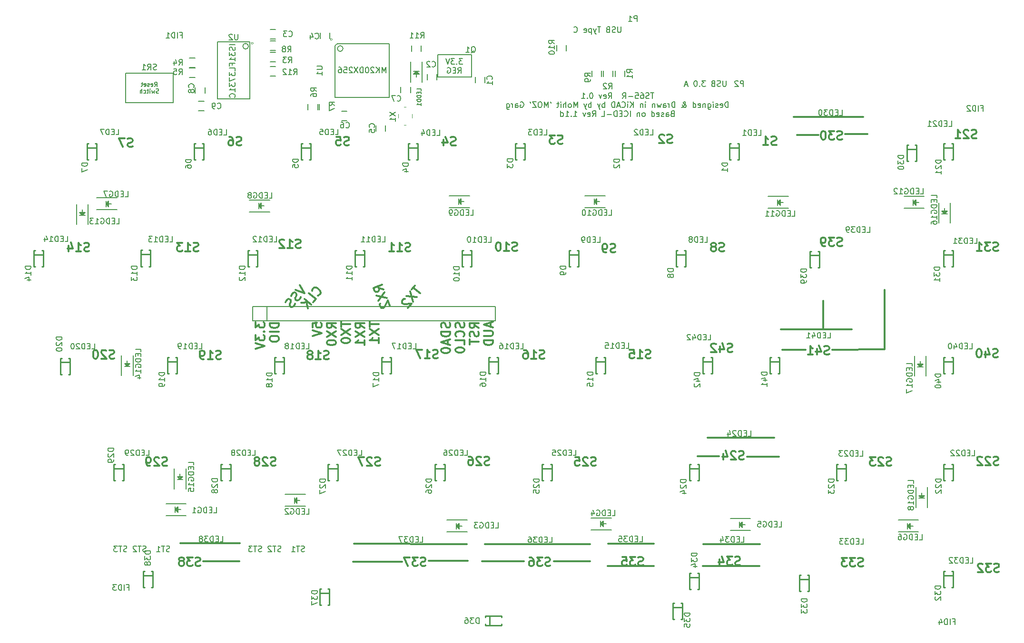
<source format=gbr>
G04 #@! TF.FileFunction,Legend,Bot*
%FSLAX46Y46*%
G04 Gerber Fmt 4.6, Leading zero omitted, Abs format (unit mm)*
G04 Created by KiCad (PCBNEW 4.0.1-stable) date 2/1/2016 10:06:34 PM*
%MOMM*%
G01*
G04 APERTURE LIST*
%ADD10C,0.150000*%
%ADD11C,0.304800*%
%ADD12C,0.200000*%
%ADD13C,0.300000*%
%ADD14C,0.220980*%
%ADD15C,0.127000*%
%ADD16C,0.100000*%
%ADD17C,0.203200*%
%ADD18C,0.175000*%
G04 APERTURE END LIST*
D10*
D11*
X156730700Y-41821100D02*
X152946100Y-41808400D01*
X161531300Y-41706800D02*
X165493700Y-41706800D01*
X152374600Y-38633400D02*
X164731700Y-38633400D01*
X157645100Y-71424800D02*
X157645100Y-76441300D01*
X150088600Y-76454000D02*
X162699700Y-76504800D01*
X168541700Y-80060800D02*
X168541700Y-69481700D01*
X159194500Y-80086200D02*
X168541700Y-80060800D01*
X154508200Y-80098900D02*
X150329900Y-80098900D01*
X137058400Y-95758000D02*
X148856700Y-95770700D01*
X139077700Y-99060000D02*
X135229600Y-99085400D01*
X144043400Y-99148900D02*
X149707600Y-99148900D01*
D12*
X65303424Y-116025562D02*
X65160567Y-116073181D01*
X64922471Y-116073181D01*
X64827233Y-116025562D01*
X64779614Y-115977943D01*
X64731995Y-115882705D01*
X64731995Y-115787467D01*
X64779614Y-115692229D01*
X64827233Y-115644610D01*
X64922471Y-115596990D01*
X65112948Y-115549371D01*
X65208186Y-115501752D01*
X65255805Y-115454133D01*
X65303424Y-115358895D01*
X65303424Y-115263657D01*
X65255805Y-115168419D01*
X65208186Y-115120800D01*
X65112948Y-115073181D01*
X64874852Y-115073181D01*
X64731995Y-115120800D01*
X64446281Y-115073181D02*
X63874852Y-115073181D01*
X64160567Y-116073181D02*
X64160567Y-115073181D01*
X63017709Y-116073181D02*
X63589138Y-116073181D01*
X63303424Y-116073181D02*
X63303424Y-115073181D01*
X63398662Y-115216038D01*
X63493900Y-115311276D01*
X63589138Y-115358895D01*
X61112947Y-116025562D02*
X60970090Y-116073181D01*
X60731994Y-116073181D01*
X60636756Y-116025562D01*
X60589137Y-115977943D01*
X60541518Y-115882705D01*
X60541518Y-115787467D01*
X60589137Y-115692229D01*
X60636756Y-115644610D01*
X60731994Y-115596990D01*
X60922471Y-115549371D01*
X61017709Y-115501752D01*
X61065328Y-115454133D01*
X61112947Y-115358895D01*
X61112947Y-115263657D01*
X61065328Y-115168419D01*
X61017709Y-115120800D01*
X60922471Y-115073181D01*
X60684375Y-115073181D01*
X60541518Y-115120800D01*
X60255804Y-115073181D02*
X59684375Y-115073181D01*
X59970090Y-116073181D02*
X59970090Y-115073181D01*
X59398661Y-115168419D02*
X59351042Y-115120800D01*
X59255804Y-115073181D01*
X59017708Y-115073181D01*
X58922470Y-115120800D01*
X58874851Y-115168419D01*
X58827232Y-115263657D01*
X58827232Y-115358895D01*
X58874851Y-115501752D01*
X59446280Y-116073181D01*
X58827232Y-116073181D01*
X57684375Y-116025562D02*
X57541518Y-116073181D01*
X57303422Y-116073181D01*
X57208184Y-116025562D01*
X57160565Y-115977943D01*
X57112946Y-115882705D01*
X57112946Y-115787467D01*
X57160565Y-115692229D01*
X57208184Y-115644610D01*
X57303422Y-115596990D01*
X57493899Y-115549371D01*
X57589137Y-115501752D01*
X57636756Y-115454133D01*
X57684375Y-115358895D01*
X57684375Y-115263657D01*
X57636756Y-115168419D01*
X57589137Y-115120800D01*
X57493899Y-115073181D01*
X57255803Y-115073181D01*
X57112946Y-115120800D01*
X56827232Y-115073181D02*
X56255803Y-115073181D01*
X56541518Y-116073181D02*
X56541518Y-115073181D01*
X56017708Y-115073181D02*
X55398660Y-115073181D01*
X55731994Y-115454133D01*
X55589136Y-115454133D01*
X55493898Y-115501752D01*
X55446279Y-115549371D01*
X55398660Y-115644610D01*
X55398660Y-115882705D01*
X55446279Y-115977943D01*
X55493898Y-116025562D01*
X55589136Y-116073181D01*
X55874851Y-116073181D01*
X55970089Y-116025562D01*
X56017708Y-115977943D01*
X41303418Y-116025562D02*
X41160561Y-116073181D01*
X40922465Y-116073181D01*
X40827227Y-116025562D01*
X40779608Y-115977943D01*
X40731989Y-115882705D01*
X40731989Y-115787467D01*
X40779608Y-115692229D01*
X40827227Y-115644610D01*
X40922465Y-115596990D01*
X41112942Y-115549371D01*
X41208180Y-115501752D01*
X41255799Y-115454133D01*
X41303418Y-115358895D01*
X41303418Y-115263657D01*
X41255799Y-115168419D01*
X41208180Y-115120800D01*
X41112942Y-115073181D01*
X40874846Y-115073181D01*
X40731989Y-115120800D01*
X40446275Y-115073181D02*
X39874846Y-115073181D01*
X40160561Y-116073181D02*
X40160561Y-115073181D01*
X39017703Y-116073181D02*
X39589132Y-116073181D01*
X39303418Y-116073181D02*
X39303418Y-115073181D01*
X39398656Y-115216038D01*
X39493894Y-115311276D01*
X39589132Y-115358895D01*
X37112941Y-116025562D02*
X36970084Y-116073181D01*
X36731988Y-116073181D01*
X36636750Y-116025562D01*
X36589131Y-115977943D01*
X36541512Y-115882705D01*
X36541512Y-115787467D01*
X36589131Y-115692229D01*
X36636750Y-115644610D01*
X36731988Y-115596990D01*
X36922465Y-115549371D01*
X37017703Y-115501752D01*
X37065322Y-115454133D01*
X37112941Y-115358895D01*
X37112941Y-115263657D01*
X37065322Y-115168419D01*
X37017703Y-115120800D01*
X36922465Y-115073181D01*
X36684369Y-115073181D01*
X36541512Y-115120800D01*
X36255798Y-115073181D02*
X35684369Y-115073181D01*
X35970084Y-116073181D02*
X35970084Y-115073181D01*
X35398655Y-115168419D02*
X35351036Y-115120800D01*
X35255798Y-115073181D01*
X35017702Y-115073181D01*
X34922464Y-115120800D01*
X34874845Y-115168419D01*
X34827226Y-115263657D01*
X34827226Y-115358895D01*
X34874845Y-115501752D01*
X35446274Y-116073181D01*
X34827226Y-116073181D01*
X33684369Y-116025562D02*
X33541512Y-116073181D01*
X33303416Y-116073181D01*
X33208178Y-116025562D01*
X33160559Y-115977943D01*
X33112940Y-115882705D01*
X33112940Y-115787467D01*
X33160559Y-115692229D01*
X33208178Y-115644610D01*
X33303416Y-115596990D01*
X33493893Y-115549371D01*
X33589131Y-115501752D01*
X33636750Y-115454133D01*
X33684369Y-115358895D01*
X33684369Y-115263657D01*
X33636750Y-115168419D01*
X33589131Y-115120800D01*
X33493893Y-115073181D01*
X33255797Y-115073181D01*
X33112940Y-115120800D01*
X32827226Y-115073181D02*
X32255797Y-115073181D01*
X32541512Y-116073181D02*
X32541512Y-115073181D01*
X32017702Y-115073181D02*
X31398654Y-115073181D01*
X31731988Y-115454133D01*
X31589130Y-115454133D01*
X31493892Y-115501752D01*
X31446273Y-115549371D01*
X31398654Y-115644610D01*
X31398654Y-115882705D01*
X31446273Y-115977943D01*
X31493892Y-116025562D01*
X31589130Y-116073181D01*
X31874845Y-116073181D01*
X31970083Y-116025562D01*
X32017702Y-115977943D01*
D11*
X47269400Y-117830600D02*
X53682900Y-117830600D01*
X43205400Y-114604800D02*
X53797200Y-114604800D01*
X87414100Y-117729000D02*
X94322900Y-117729000D01*
X73964800Y-117856000D02*
X82702400Y-117856000D01*
X74091800Y-114668300D02*
X94221300Y-114706400D01*
X119303800Y-114668300D02*
X127457200Y-114668300D01*
X136194800Y-118656100D02*
X146291300Y-118656100D01*
X136271000Y-114706400D02*
X146367500Y-114706400D01*
X97383600Y-114782600D02*
X116090700Y-114782600D01*
X96913700Y-117792500D02*
X104368600Y-117792500D01*
X109689900Y-117754400D02*
X116141500Y-117754400D01*
X119278400Y-118668800D02*
X127431800Y-118668800D01*
D12*
X127476191Y-34352381D02*
X126904762Y-34352381D01*
X127190477Y-35352381D02*
X127190477Y-34352381D01*
X126619048Y-35304762D02*
X126476191Y-35352381D01*
X126238095Y-35352381D01*
X126142857Y-35304762D01*
X126095238Y-35257143D01*
X126047619Y-35161905D01*
X126047619Y-35066667D01*
X126095238Y-34971429D01*
X126142857Y-34923810D01*
X126238095Y-34876190D01*
X126428572Y-34828571D01*
X126523810Y-34780952D01*
X126571429Y-34733333D01*
X126619048Y-34638095D01*
X126619048Y-34542857D01*
X126571429Y-34447619D01*
X126523810Y-34400000D01*
X126428572Y-34352381D01*
X126190476Y-34352381D01*
X126047619Y-34400000D01*
X125190476Y-34352381D02*
X125380953Y-34352381D01*
X125476191Y-34400000D01*
X125523810Y-34447619D01*
X125619048Y-34590476D01*
X125666667Y-34780952D01*
X125666667Y-35161905D01*
X125619048Y-35257143D01*
X125571429Y-35304762D01*
X125476191Y-35352381D01*
X125285714Y-35352381D01*
X125190476Y-35304762D01*
X125142857Y-35257143D01*
X125095238Y-35161905D01*
X125095238Y-34923810D01*
X125142857Y-34828571D01*
X125190476Y-34780952D01*
X125285714Y-34733333D01*
X125476191Y-34733333D01*
X125571429Y-34780952D01*
X125619048Y-34828571D01*
X125666667Y-34923810D01*
X124190476Y-34352381D02*
X124666667Y-34352381D01*
X124714286Y-34828571D01*
X124666667Y-34780952D01*
X124571429Y-34733333D01*
X124333333Y-34733333D01*
X124238095Y-34780952D01*
X124190476Y-34828571D01*
X124142857Y-34923810D01*
X124142857Y-35161905D01*
X124190476Y-35257143D01*
X124238095Y-35304762D01*
X124333333Y-35352381D01*
X124571429Y-35352381D01*
X124666667Y-35304762D01*
X124714286Y-35257143D01*
X123714286Y-34971429D02*
X122952381Y-34971429D01*
X121904762Y-35352381D02*
X122238096Y-34876190D01*
X122476191Y-35352381D02*
X122476191Y-34352381D01*
X122095238Y-34352381D01*
X122000000Y-34400000D01*
X121952381Y-34447619D01*
X121904762Y-34542857D01*
X121904762Y-34685714D01*
X121952381Y-34780952D01*
X122000000Y-34828571D01*
X122095238Y-34876190D01*
X122476191Y-34876190D01*
X119380952Y-35352381D02*
X119714286Y-34876190D01*
X119952381Y-35352381D02*
X119952381Y-34352381D01*
X119571428Y-34352381D01*
X119476190Y-34400000D01*
X119428571Y-34447619D01*
X119380952Y-34542857D01*
X119380952Y-34685714D01*
X119428571Y-34780952D01*
X119476190Y-34828571D01*
X119571428Y-34876190D01*
X119952381Y-34876190D01*
X118571428Y-35304762D02*
X118666666Y-35352381D01*
X118857143Y-35352381D01*
X118952381Y-35304762D01*
X119000000Y-35209524D01*
X119000000Y-34828571D01*
X118952381Y-34733333D01*
X118857143Y-34685714D01*
X118666666Y-34685714D01*
X118571428Y-34733333D01*
X118523809Y-34828571D01*
X118523809Y-34923810D01*
X119000000Y-35019048D01*
X118190476Y-34685714D02*
X117952381Y-35352381D01*
X117714285Y-34685714D01*
X116380952Y-34352381D02*
X116285713Y-34352381D01*
X116190475Y-34400000D01*
X116142856Y-34447619D01*
X116095237Y-34542857D01*
X116047618Y-34733333D01*
X116047618Y-34971429D01*
X116095237Y-35161905D01*
X116142856Y-35257143D01*
X116190475Y-35304762D01*
X116285713Y-35352381D01*
X116380952Y-35352381D01*
X116476190Y-35304762D01*
X116523809Y-35257143D01*
X116571428Y-35161905D01*
X116619047Y-34971429D01*
X116619047Y-34733333D01*
X116571428Y-34542857D01*
X116523809Y-34447619D01*
X116476190Y-34400000D01*
X116380952Y-34352381D01*
X115619047Y-35257143D02*
X115571428Y-35304762D01*
X115619047Y-35352381D01*
X115666666Y-35304762D01*
X115619047Y-35257143D01*
X115619047Y-35352381D01*
X114619047Y-35352381D02*
X115190476Y-35352381D01*
X114904762Y-35352381D02*
X114904762Y-34352381D01*
X115000000Y-34495238D01*
X115095238Y-34590476D01*
X115190476Y-34638095D01*
X140690477Y-36952381D02*
X140690477Y-35952381D01*
X140452382Y-35952381D01*
X140309524Y-36000000D01*
X140214286Y-36095238D01*
X140166667Y-36190476D01*
X140119048Y-36380952D01*
X140119048Y-36523810D01*
X140166667Y-36714286D01*
X140214286Y-36809524D01*
X140309524Y-36904762D01*
X140452382Y-36952381D01*
X140690477Y-36952381D01*
X139309524Y-36904762D02*
X139404762Y-36952381D01*
X139595239Y-36952381D01*
X139690477Y-36904762D01*
X139738096Y-36809524D01*
X139738096Y-36428571D01*
X139690477Y-36333333D01*
X139595239Y-36285714D01*
X139404762Y-36285714D01*
X139309524Y-36333333D01*
X139261905Y-36428571D01*
X139261905Y-36523810D01*
X139738096Y-36619048D01*
X138880953Y-36904762D02*
X138785715Y-36952381D01*
X138595239Y-36952381D01*
X138500000Y-36904762D01*
X138452381Y-36809524D01*
X138452381Y-36761905D01*
X138500000Y-36666667D01*
X138595239Y-36619048D01*
X138738096Y-36619048D01*
X138833334Y-36571429D01*
X138880953Y-36476190D01*
X138880953Y-36428571D01*
X138833334Y-36333333D01*
X138738096Y-36285714D01*
X138595239Y-36285714D01*
X138500000Y-36333333D01*
X138023810Y-36952381D02*
X138023810Y-36285714D01*
X138023810Y-35952381D02*
X138071429Y-36000000D01*
X138023810Y-36047619D01*
X137976191Y-36000000D01*
X138023810Y-35952381D01*
X138023810Y-36047619D01*
X137119048Y-36285714D02*
X137119048Y-37095238D01*
X137166667Y-37190476D01*
X137214286Y-37238095D01*
X137309525Y-37285714D01*
X137452382Y-37285714D01*
X137547620Y-37238095D01*
X137119048Y-36904762D02*
X137214286Y-36952381D01*
X137404763Y-36952381D01*
X137500001Y-36904762D01*
X137547620Y-36857143D01*
X137595239Y-36761905D01*
X137595239Y-36476190D01*
X137547620Y-36380952D01*
X137500001Y-36333333D01*
X137404763Y-36285714D01*
X137214286Y-36285714D01*
X137119048Y-36333333D01*
X136642858Y-36285714D02*
X136642858Y-36952381D01*
X136642858Y-36380952D02*
X136595239Y-36333333D01*
X136500001Y-36285714D01*
X136357143Y-36285714D01*
X136261905Y-36333333D01*
X136214286Y-36428571D01*
X136214286Y-36952381D01*
X135357143Y-36904762D02*
X135452381Y-36952381D01*
X135642858Y-36952381D01*
X135738096Y-36904762D01*
X135785715Y-36809524D01*
X135785715Y-36428571D01*
X135738096Y-36333333D01*
X135642858Y-36285714D01*
X135452381Y-36285714D01*
X135357143Y-36333333D01*
X135309524Y-36428571D01*
X135309524Y-36523810D01*
X135785715Y-36619048D01*
X134452381Y-36952381D02*
X134452381Y-35952381D01*
X134452381Y-36904762D02*
X134547619Y-36952381D01*
X134738096Y-36952381D01*
X134833334Y-36904762D01*
X134880953Y-36857143D01*
X134928572Y-36761905D01*
X134928572Y-36476190D01*
X134880953Y-36380952D01*
X134833334Y-36333333D01*
X134738096Y-36285714D01*
X134547619Y-36285714D01*
X134452381Y-36333333D01*
X132404762Y-36952381D02*
X132452381Y-36952381D01*
X132547619Y-36904762D01*
X132690476Y-36761905D01*
X132928571Y-36476190D01*
X133023810Y-36333333D01*
X133071429Y-36190476D01*
X133071429Y-36095238D01*
X133023810Y-36000000D01*
X132928571Y-35952381D01*
X132880952Y-35952381D01*
X132785714Y-36000000D01*
X132738095Y-36095238D01*
X132738095Y-36142857D01*
X132785714Y-36238095D01*
X132833333Y-36285714D01*
X133119048Y-36476190D01*
X133166667Y-36523810D01*
X133214286Y-36619048D01*
X133214286Y-36761905D01*
X133166667Y-36857143D01*
X133119048Y-36904762D01*
X133023810Y-36952381D01*
X132880952Y-36952381D01*
X132785714Y-36904762D01*
X132738095Y-36857143D01*
X132595238Y-36666667D01*
X132547619Y-36523810D01*
X132547619Y-36428571D01*
X131214286Y-36952381D02*
X131214286Y-35952381D01*
X130976191Y-35952381D01*
X130833333Y-36000000D01*
X130738095Y-36095238D01*
X130690476Y-36190476D01*
X130642857Y-36380952D01*
X130642857Y-36523810D01*
X130690476Y-36714286D01*
X130738095Y-36809524D01*
X130833333Y-36904762D01*
X130976191Y-36952381D01*
X131214286Y-36952381D01*
X130214286Y-36952381D02*
X130214286Y-36285714D01*
X130214286Y-36476190D02*
X130166667Y-36380952D01*
X130119048Y-36333333D01*
X130023810Y-36285714D01*
X129928571Y-36285714D01*
X129166666Y-36952381D02*
X129166666Y-36428571D01*
X129214285Y-36333333D01*
X129309523Y-36285714D01*
X129500000Y-36285714D01*
X129595238Y-36333333D01*
X129166666Y-36904762D02*
X129261904Y-36952381D01*
X129500000Y-36952381D01*
X129595238Y-36904762D01*
X129642857Y-36809524D01*
X129642857Y-36714286D01*
X129595238Y-36619048D01*
X129500000Y-36571429D01*
X129261904Y-36571429D01*
X129166666Y-36523810D01*
X128785714Y-36285714D02*
X128595238Y-36952381D01*
X128404761Y-36476190D01*
X128214285Y-36952381D01*
X128023809Y-36285714D01*
X127642857Y-36285714D02*
X127642857Y-36952381D01*
X127642857Y-36380952D02*
X127595238Y-36333333D01*
X127500000Y-36285714D01*
X127357142Y-36285714D01*
X127261904Y-36333333D01*
X127214285Y-36428571D01*
X127214285Y-36952381D01*
X125976190Y-36952381D02*
X125976190Y-36285714D01*
X125976190Y-35952381D02*
X126023809Y-36000000D01*
X125976190Y-36047619D01*
X125928571Y-36000000D01*
X125976190Y-35952381D01*
X125976190Y-36047619D01*
X125500000Y-36285714D02*
X125500000Y-36952381D01*
X125500000Y-36380952D02*
X125452381Y-36333333D01*
X125357143Y-36285714D01*
X125214285Y-36285714D01*
X125119047Y-36333333D01*
X125071428Y-36428571D01*
X125071428Y-36952381D01*
X123833333Y-36952381D02*
X123833333Y-35952381D01*
X123261904Y-36952381D02*
X123690476Y-36380952D01*
X123261904Y-35952381D02*
X123833333Y-36523810D01*
X122833333Y-36952381D02*
X122833333Y-36285714D01*
X122833333Y-35952381D02*
X122880952Y-36000000D01*
X122833333Y-36047619D01*
X122785714Y-36000000D01*
X122833333Y-35952381D01*
X122833333Y-36047619D01*
X121785714Y-36857143D02*
X121833333Y-36904762D01*
X121976190Y-36952381D01*
X122071428Y-36952381D01*
X122214286Y-36904762D01*
X122309524Y-36809524D01*
X122357143Y-36714286D01*
X122404762Y-36523810D01*
X122404762Y-36380952D01*
X122357143Y-36190476D01*
X122309524Y-36095238D01*
X122214286Y-36000000D01*
X122071428Y-35952381D01*
X121976190Y-35952381D01*
X121833333Y-36000000D01*
X121785714Y-36047619D01*
X121404762Y-36666667D02*
X120928571Y-36666667D01*
X121500000Y-36952381D02*
X121166667Y-35952381D01*
X120833333Y-36952381D01*
X120500000Y-36952381D02*
X120500000Y-35952381D01*
X120261905Y-35952381D01*
X120119047Y-36000000D01*
X120023809Y-36095238D01*
X119976190Y-36190476D01*
X119928571Y-36380952D01*
X119928571Y-36523810D01*
X119976190Y-36714286D01*
X120023809Y-36809524D01*
X120119047Y-36904762D01*
X120261905Y-36952381D01*
X120500000Y-36952381D01*
X118738095Y-36952381D02*
X118738095Y-35952381D01*
X118738095Y-36333333D02*
X118642857Y-36285714D01*
X118452380Y-36285714D01*
X118357142Y-36333333D01*
X118309523Y-36380952D01*
X118261904Y-36476190D01*
X118261904Y-36761905D01*
X118309523Y-36857143D01*
X118357142Y-36904762D01*
X118452380Y-36952381D01*
X118642857Y-36952381D01*
X118738095Y-36904762D01*
X117928571Y-36285714D02*
X117690476Y-36952381D01*
X117452380Y-36285714D02*
X117690476Y-36952381D01*
X117785714Y-37190476D01*
X117833333Y-37238095D01*
X117928571Y-37285714D01*
X116309523Y-36952381D02*
X116309523Y-35952381D01*
X116309523Y-36333333D02*
X116214285Y-36285714D01*
X116023808Y-36285714D01*
X115928570Y-36333333D01*
X115880951Y-36380952D01*
X115833332Y-36476190D01*
X115833332Y-36761905D01*
X115880951Y-36857143D01*
X115928570Y-36904762D01*
X116023808Y-36952381D01*
X116214285Y-36952381D01*
X116309523Y-36904762D01*
X115499999Y-36285714D02*
X115261904Y-36952381D01*
X115023808Y-36285714D02*
X115261904Y-36952381D01*
X115357142Y-37190476D01*
X115404761Y-37238095D01*
X115499999Y-37285714D01*
X113880951Y-36952381D02*
X113880951Y-35952381D01*
X113547617Y-36666667D01*
X113214284Y-35952381D01*
X113214284Y-36952381D01*
X112595237Y-36952381D02*
X112690475Y-36904762D01*
X112738094Y-36857143D01*
X112785713Y-36761905D01*
X112785713Y-36476190D01*
X112738094Y-36380952D01*
X112690475Y-36333333D01*
X112595237Y-36285714D01*
X112452379Y-36285714D01*
X112357141Y-36333333D01*
X112309522Y-36380952D01*
X112261903Y-36476190D01*
X112261903Y-36761905D01*
X112309522Y-36857143D01*
X112357141Y-36904762D01*
X112452379Y-36952381D01*
X112595237Y-36952381D01*
X111833332Y-36952381D02*
X111833332Y-35952381D01*
X111404760Y-36952381D02*
X111404760Y-36428571D01*
X111452379Y-36333333D01*
X111547617Y-36285714D01*
X111690475Y-36285714D01*
X111785713Y-36333333D01*
X111833332Y-36380952D01*
X110928570Y-36952381D02*
X110928570Y-36285714D01*
X110928570Y-35952381D02*
X110976189Y-36000000D01*
X110928570Y-36047619D01*
X110880951Y-36000000D01*
X110928570Y-35952381D01*
X110928570Y-36047619D01*
X110595237Y-36285714D02*
X110214285Y-36285714D01*
X110452380Y-35952381D02*
X110452380Y-36809524D01*
X110404761Y-36904762D01*
X110309523Y-36952381D01*
X110214285Y-36952381D01*
X109071427Y-35952381D02*
X109166665Y-36142857D01*
X108642856Y-36952381D02*
X108642856Y-35952381D01*
X108309522Y-36666667D01*
X107976189Y-35952381D01*
X107976189Y-36952381D01*
X107309523Y-35952381D02*
X107119046Y-35952381D01*
X107023808Y-36000000D01*
X106928570Y-36095238D01*
X106880951Y-36285714D01*
X106880951Y-36619048D01*
X106928570Y-36809524D01*
X107023808Y-36904762D01*
X107119046Y-36952381D01*
X107309523Y-36952381D01*
X107404761Y-36904762D01*
X107499999Y-36809524D01*
X107547618Y-36619048D01*
X107547618Y-36285714D01*
X107499999Y-36095238D01*
X107404761Y-36000000D01*
X107309523Y-35952381D01*
X106547618Y-35952381D02*
X105880951Y-35952381D01*
X106547618Y-36952381D01*
X105880951Y-36952381D01*
X105452380Y-35952381D02*
X105547618Y-36142857D01*
X103738094Y-36000000D02*
X103833332Y-35952381D01*
X103976189Y-35952381D01*
X104119047Y-36000000D01*
X104214285Y-36095238D01*
X104261904Y-36190476D01*
X104309523Y-36380952D01*
X104309523Y-36523810D01*
X104261904Y-36714286D01*
X104214285Y-36809524D01*
X104119047Y-36904762D01*
X103976189Y-36952381D01*
X103880951Y-36952381D01*
X103738094Y-36904762D01*
X103690475Y-36857143D01*
X103690475Y-36523810D01*
X103880951Y-36523810D01*
X102833332Y-36952381D02*
X102833332Y-36428571D01*
X102880951Y-36333333D01*
X102976189Y-36285714D01*
X103166666Y-36285714D01*
X103261904Y-36333333D01*
X102833332Y-36904762D02*
X102928570Y-36952381D01*
X103166666Y-36952381D01*
X103261904Y-36904762D01*
X103309523Y-36809524D01*
X103309523Y-36714286D01*
X103261904Y-36619048D01*
X103166666Y-36571429D01*
X102928570Y-36571429D01*
X102833332Y-36523810D01*
X102357142Y-36952381D02*
X102357142Y-36285714D01*
X102357142Y-36476190D02*
X102309523Y-36380952D01*
X102261904Y-36333333D01*
X102166666Y-36285714D01*
X102071427Y-36285714D01*
X101309522Y-36285714D02*
X101309522Y-37095238D01*
X101357141Y-37190476D01*
X101404760Y-37238095D01*
X101499999Y-37285714D01*
X101642856Y-37285714D01*
X101738094Y-37238095D01*
X101309522Y-36904762D02*
X101404760Y-36952381D01*
X101595237Y-36952381D01*
X101690475Y-36904762D01*
X101738094Y-36857143D01*
X101785713Y-36761905D01*
X101785713Y-36476190D01*
X101738094Y-36380952D01*
X101690475Y-36333333D01*
X101595237Y-36285714D01*
X101404760Y-36285714D01*
X101309522Y-36333333D01*
X130761905Y-38028571D02*
X130619048Y-38076190D01*
X130571429Y-38123810D01*
X130523810Y-38219048D01*
X130523810Y-38361905D01*
X130571429Y-38457143D01*
X130619048Y-38504762D01*
X130714286Y-38552381D01*
X131095239Y-38552381D01*
X131095239Y-37552381D01*
X130761905Y-37552381D01*
X130666667Y-37600000D01*
X130619048Y-37647619D01*
X130571429Y-37742857D01*
X130571429Y-37838095D01*
X130619048Y-37933333D01*
X130666667Y-37980952D01*
X130761905Y-38028571D01*
X131095239Y-38028571D01*
X129666667Y-38552381D02*
X129666667Y-38028571D01*
X129714286Y-37933333D01*
X129809524Y-37885714D01*
X130000001Y-37885714D01*
X130095239Y-37933333D01*
X129666667Y-38504762D02*
X129761905Y-38552381D01*
X130000001Y-38552381D01*
X130095239Y-38504762D01*
X130142858Y-38409524D01*
X130142858Y-38314286D01*
X130095239Y-38219048D01*
X130000001Y-38171429D01*
X129761905Y-38171429D01*
X129666667Y-38123810D01*
X129238096Y-38504762D02*
X129142858Y-38552381D01*
X128952382Y-38552381D01*
X128857143Y-38504762D01*
X128809524Y-38409524D01*
X128809524Y-38361905D01*
X128857143Y-38266667D01*
X128952382Y-38219048D01*
X129095239Y-38219048D01*
X129190477Y-38171429D01*
X129238096Y-38076190D01*
X129238096Y-38028571D01*
X129190477Y-37933333D01*
X129095239Y-37885714D01*
X128952382Y-37885714D01*
X128857143Y-37933333D01*
X128000000Y-38504762D02*
X128095238Y-38552381D01*
X128285715Y-38552381D01*
X128380953Y-38504762D01*
X128428572Y-38409524D01*
X128428572Y-38028571D01*
X128380953Y-37933333D01*
X128285715Y-37885714D01*
X128095238Y-37885714D01*
X128000000Y-37933333D01*
X127952381Y-38028571D01*
X127952381Y-38123810D01*
X128428572Y-38219048D01*
X127095238Y-38552381D02*
X127095238Y-37552381D01*
X127095238Y-38504762D02*
X127190476Y-38552381D01*
X127380953Y-38552381D01*
X127476191Y-38504762D01*
X127523810Y-38457143D01*
X127571429Y-38361905D01*
X127571429Y-38076190D01*
X127523810Y-37980952D01*
X127476191Y-37933333D01*
X127380953Y-37885714D01*
X127190476Y-37885714D01*
X127095238Y-37933333D01*
X125714286Y-38552381D02*
X125809524Y-38504762D01*
X125857143Y-38457143D01*
X125904762Y-38361905D01*
X125904762Y-38076190D01*
X125857143Y-37980952D01*
X125809524Y-37933333D01*
X125714286Y-37885714D01*
X125571428Y-37885714D01*
X125476190Y-37933333D01*
X125428571Y-37980952D01*
X125380952Y-38076190D01*
X125380952Y-38361905D01*
X125428571Y-38457143D01*
X125476190Y-38504762D01*
X125571428Y-38552381D01*
X125714286Y-38552381D01*
X124952381Y-37885714D02*
X124952381Y-38552381D01*
X124952381Y-37980952D02*
X124904762Y-37933333D01*
X124809524Y-37885714D01*
X124666666Y-37885714D01*
X124571428Y-37933333D01*
X124523809Y-38028571D01*
X124523809Y-38552381D01*
X123285714Y-38552381D02*
X123285714Y-37552381D01*
X122238095Y-38457143D02*
X122285714Y-38504762D01*
X122428571Y-38552381D01*
X122523809Y-38552381D01*
X122666667Y-38504762D01*
X122761905Y-38409524D01*
X122809524Y-38314286D01*
X122857143Y-38123810D01*
X122857143Y-37980952D01*
X122809524Y-37790476D01*
X122761905Y-37695238D01*
X122666667Y-37600000D01*
X122523809Y-37552381D01*
X122428571Y-37552381D01*
X122285714Y-37600000D01*
X122238095Y-37647619D01*
X121809524Y-38028571D02*
X121476190Y-38028571D01*
X121333333Y-38552381D02*
X121809524Y-38552381D01*
X121809524Y-37552381D01*
X121333333Y-37552381D01*
X120904762Y-38552381D02*
X120904762Y-37552381D01*
X120666667Y-37552381D01*
X120523809Y-37600000D01*
X120428571Y-37695238D01*
X120380952Y-37790476D01*
X120333333Y-37980952D01*
X120333333Y-38123810D01*
X120380952Y-38314286D01*
X120428571Y-38409524D01*
X120523809Y-38504762D01*
X120666667Y-38552381D01*
X120904762Y-38552381D01*
X119904762Y-38171429D02*
X119142857Y-38171429D01*
X118190476Y-38552381D02*
X118666667Y-38552381D01*
X118666667Y-37552381D01*
X116523809Y-38552381D02*
X116857143Y-38076190D01*
X117095238Y-38552381D02*
X117095238Y-37552381D01*
X116714285Y-37552381D01*
X116619047Y-37600000D01*
X116571428Y-37647619D01*
X116523809Y-37742857D01*
X116523809Y-37885714D01*
X116571428Y-37980952D01*
X116619047Y-38028571D01*
X116714285Y-38076190D01*
X117095238Y-38076190D01*
X115714285Y-38504762D02*
X115809523Y-38552381D01*
X116000000Y-38552381D01*
X116095238Y-38504762D01*
X116142857Y-38409524D01*
X116142857Y-38028571D01*
X116095238Y-37933333D01*
X116000000Y-37885714D01*
X115809523Y-37885714D01*
X115714285Y-37933333D01*
X115666666Y-38028571D01*
X115666666Y-38123810D01*
X116142857Y-38219048D01*
X115333333Y-37885714D02*
X115095238Y-38552381D01*
X114857142Y-37885714D01*
X113190475Y-38552381D02*
X113761904Y-38552381D01*
X113476190Y-38552381D02*
X113476190Y-37552381D01*
X113571428Y-37695238D01*
X113666666Y-37790476D01*
X113761904Y-37838095D01*
X112761904Y-38457143D02*
X112714285Y-38504762D01*
X112761904Y-38552381D01*
X112809523Y-38504762D01*
X112761904Y-38457143D01*
X112761904Y-38552381D01*
X111761904Y-38552381D02*
X112333333Y-38552381D01*
X112047619Y-38552381D02*
X112047619Y-37552381D01*
X112142857Y-37695238D01*
X112238095Y-37790476D01*
X112333333Y-37838095D01*
X110904761Y-38552381D02*
X110904761Y-37552381D01*
X110904761Y-38504762D02*
X110999999Y-38552381D01*
X111190476Y-38552381D01*
X111285714Y-38504762D01*
X111333333Y-38457143D01*
X111380952Y-38361905D01*
X111380952Y-38076190D01*
X111333333Y-37980952D01*
X111285714Y-37933333D01*
X111190476Y-37885714D01*
X110999999Y-37885714D01*
X110904761Y-37933333D01*
D13*
X79393256Y-69384468D02*
X78494889Y-69143886D01*
X79080552Y-68525320D02*
X77577044Y-69072552D01*
X77785513Y-69645318D01*
X77909226Y-69762450D01*
X78006880Y-69807988D01*
X78176130Y-69827466D01*
X78390917Y-69749290D01*
X78508050Y-69625577D01*
X78553586Y-69527922D01*
X78573065Y-69358672D01*
X78364596Y-68785907D01*
X78072159Y-70432869D02*
X79940489Y-70887976D01*
X78436980Y-71435208D02*
X79575667Y-69885637D01*
X78762582Y-71884261D02*
X78717045Y-71981915D01*
X78697567Y-72151165D01*
X78827861Y-72509144D01*
X78951573Y-72626276D01*
X79049227Y-72671813D01*
X79218477Y-72691292D01*
X79361669Y-72639174D01*
X79550397Y-72489402D01*
X80096841Y-71317550D01*
X80435604Y-72248294D01*
X84930451Y-68705027D02*
X84342759Y-69405410D01*
X85862276Y-70083679D02*
X84636605Y-69055218D01*
X84097888Y-69697236D02*
X84637919Y-71542811D01*
X83412248Y-70514351D02*
X85323559Y-70725697D01*
X83186157Y-71020856D02*
X83078818Y-71030247D01*
X82922505Y-71098004D01*
X82677633Y-71389831D01*
X82638049Y-71555535D01*
X82647440Y-71662874D01*
X82715196Y-71819189D01*
X82831927Y-71917137D01*
X83055997Y-72005695D01*
X84344073Y-71893003D01*
X83707407Y-72651752D01*
X67664477Y-70434817D02*
X67771816Y-70425426D01*
X67977105Y-70299305D01*
X68075054Y-70182574D01*
X68163610Y-69958504D01*
X68144828Y-69743825D01*
X68077072Y-69587510D01*
X67892585Y-69333248D01*
X67717490Y-69186326D01*
X67435054Y-69048793D01*
X67269349Y-69009210D01*
X67054670Y-69027992D01*
X66849382Y-69154114D01*
X66751434Y-69270845D01*
X66662875Y-69494915D01*
X66672266Y-69602254D01*
X66850696Y-71641706D02*
X67340439Y-71058053D01*
X66114768Y-70029593D01*
X66507876Y-72050263D02*
X65282205Y-71021803D01*
X65920185Y-72750647D02*
X65660569Y-71637668D01*
X64694513Y-71722187D02*
X65982588Y-71609494D01*
X64432651Y-68590727D02*
X65315502Y-70027743D01*
X63747011Y-69407841D01*
X64620470Y-70737518D02*
X64531913Y-70961588D01*
X64287041Y-71253415D01*
X64130727Y-71321171D01*
X64023388Y-71330562D01*
X63857683Y-71290979D01*
X63740952Y-71193031D01*
X63673196Y-71036716D01*
X63663805Y-70929377D01*
X63703388Y-70763672D01*
X63840920Y-70481236D01*
X63880503Y-70315532D01*
X63871112Y-70208191D01*
X63803356Y-70051878D01*
X63686625Y-69953929D01*
X63520921Y-69914346D01*
X63413581Y-69923737D01*
X63257267Y-69991494D01*
X63012396Y-70283320D01*
X62923838Y-70507390D01*
X63640984Y-71904824D02*
X63552427Y-72128895D01*
X63307555Y-72420722D01*
X63151241Y-72488478D01*
X63043902Y-72497868D01*
X62878197Y-72458286D01*
X62761466Y-72360337D01*
X62693710Y-72204023D01*
X62684318Y-72096683D01*
X62723902Y-71930978D01*
X62861434Y-71648543D01*
X62901017Y-71482838D01*
X62891626Y-71375498D01*
X62823870Y-71219184D01*
X62707139Y-71121236D01*
X62541434Y-71081652D01*
X62434095Y-71091044D01*
X62277781Y-71158800D01*
X62032910Y-71450626D01*
X61944352Y-71674697D01*
X56616710Y-75183971D02*
X56616710Y-76174448D01*
X57226233Y-75641114D01*
X57226233Y-75869686D01*
X57302424Y-76022067D01*
X57378614Y-76098257D01*
X57530995Y-76174448D01*
X57911948Y-76174448D01*
X58064329Y-76098257D01*
X58140519Y-76022067D01*
X58216710Y-75869686D01*
X58216710Y-75412543D01*
X58140519Y-75260162D01*
X58064329Y-75183971D01*
X58064329Y-76860162D02*
X58140519Y-76936353D01*
X58216710Y-76860162D01*
X58140519Y-76783972D01*
X58064329Y-76860162D01*
X58216710Y-76860162D01*
X56616710Y-77469686D02*
X56616710Y-78460163D01*
X57226233Y-77926829D01*
X57226233Y-78155401D01*
X57302424Y-78307782D01*
X57378614Y-78383972D01*
X57530995Y-78460163D01*
X57911948Y-78460163D01*
X58064329Y-78383972D01*
X58140519Y-78307782D01*
X58216710Y-78155401D01*
X58216710Y-77698258D01*
X58140519Y-77545877D01*
X58064329Y-77469686D01*
X56616710Y-78917306D02*
X58216710Y-79450639D01*
X56616710Y-79983973D01*
X60756710Y-75336352D02*
X59156710Y-75336352D01*
X59156710Y-75717305D01*
X59232900Y-75945876D01*
X59385281Y-76098257D01*
X59537662Y-76174448D01*
X59842424Y-76250638D01*
X60070995Y-76250638D01*
X60375757Y-76174448D01*
X60528138Y-76098257D01*
X60680519Y-75945876D01*
X60756710Y-75717305D01*
X60756710Y-75336352D01*
X60756710Y-76936352D02*
X59156710Y-76936352D01*
X59156710Y-78003019D02*
X59156710Y-78307781D01*
X59232900Y-78460162D01*
X59385281Y-78612543D01*
X59690043Y-78688734D01*
X60223376Y-78688734D01*
X60528138Y-78612543D01*
X60680519Y-78460162D01*
X60756710Y-78307781D01*
X60756710Y-78003019D01*
X60680519Y-77850638D01*
X60528138Y-77698257D01*
X60223376Y-77622067D01*
X59690043Y-77622067D01*
X59385281Y-77698257D01*
X59232900Y-77850638D01*
X59156710Y-78003019D01*
X66776710Y-76098257D02*
X66776710Y-75336352D01*
X67538614Y-75260162D01*
X67462424Y-75336352D01*
X67386233Y-75488733D01*
X67386233Y-75869686D01*
X67462424Y-76022067D01*
X67538614Y-76098257D01*
X67690995Y-76174448D01*
X68071948Y-76174448D01*
X68224329Y-76098257D01*
X68300519Y-76022067D01*
X68376710Y-75869686D01*
X68376710Y-75488733D01*
X68300519Y-75336352D01*
X68224329Y-75260162D01*
X66776710Y-76631591D02*
X68376710Y-77164924D01*
X66776710Y-77698258D01*
X70916710Y-76250638D02*
X70154805Y-75717305D01*
X70916710Y-75336352D02*
X69316710Y-75336352D01*
X69316710Y-75945876D01*
X69392900Y-76098257D01*
X69469090Y-76174448D01*
X69621471Y-76250638D01*
X69850043Y-76250638D01*
X70002424Y-76174448D01*
X70078614Y-76098257D01*
X70154805Y-75945876D01*
X70154805Y-75336352D01*
X69316710Y-76783971D02*
X70916710Y-77850638D01*
X69316710Y-77850638D02*
X70916710Y-76783971D01*
X69316710Y-78764924D02*
X69316710Y-78917305D01*
X69392900Y-79069686D01*
X69469090Y-79145877D01*
X69621471Y-79222067D01*
X69926233Y-79298258D01*
X70307186Y-79298258D01*
X70611948Y-79222067D01*
X70764329Y-79145877D01*
X70840519Y-79069686D01*
X70916710Y-78917305D01*
X70916710Y-78764924D01*
X70840519Y-78612543D01*
X70764329Y-78536353D01*
X70611948Y-78460162D01*
X70307186Y-78383972D01*
X69926233Y-78383972D01*
X69621471Y-78460162D01*
X69469090Y-78536353D01*
X69392900Y-78612543D01*
X69316710Y-78764924D01*
X71856710Y-75107781D02*
X71856710Y-76022067D01*
X73456710Y-75564924D02*
X71856710Y-75564924D01*
X71856710Y-76403019D02*
X73456710Y-77469686D01*
X71856710Y-77469686D02*
X73456710Y-76403019D01*
X71856710Y-78383972D02*
X71856710Y-78536353D01*
X71932900Y-78688734D01*
X72009090Y-78764925D01*
X72161471Y-78841115D01*
X72466233Y-78917306D01*
X72847186Y-78917306D01*
X73151948Y-78841115D01*
X73304329Y-78764925D01*
X73380519Y-78688734D01*
X73456710Y-78536353D01*
X73456710Y-78383972D01*
X73380519Y-78231591D01*
X73304329Y-78155401D01*
X73151948Y-78079210D01*
X72847186Y-78003020D01*
X72466233Y-78003020D01*
X72161471Y-78079210D01*
X72009090Y-78155401D01*
X71932900Y-78231591D01*
X71856710Y-78383972D01*
X75996710Y-76250638D02*
X75234805Y-75717305D01*
X75996710Y-75336352D02*
X74396710Y-75336352D01*
X74396710Y-75945876D01*
X74472900Y-76098257D01*
X74549090Y-76174448D01*
X74701471Y-76250638D01*
X74930043Y-76250638D01*
X75082424Y-76174448D01*
X75158614Y-76098257D01*
X75234805Y-75945876D01*
X75234805Y-75336352D01*
X74396710Y-76783971D02*
X75996710Y-77850638D01*
X74396710Y-77850638D02*
X75996710Y-76783971D01*
X75996710Y-79298258D02*
X75996710Y-78383972D01*
X75996710Y-78841115D02*
X74396710Y-78841115D01*
X74625281Y-78688734D01*
X74777662Y-78536353D01*
X74853852Y-78383972D01*
X76936710Y-75107781D02*
X76936710Y-76022067D01*
X78536710Y-75564924D02*
X76936710Y-75564924D01*
X76936710Y-76403019D02*
X78536710Y-77469686D01*
X76936710Y-77469686D02*
X78536710Y-76403019D01*
X78536710Y-78917306D02*
X78536710Y-78003020D01*
X78536710Y-78460163D02*
X76936710Y-78460163D01*
X77165281Y-78307782D01*
X77317662Y-78155401D01*
X77393852Y-78003020D01*
X91160519Y-75260162D02*
X91236710Y-75488733D01*
X91236710Y-75869686D01*
X91160519Y-76022067D01*
X91084329Y-76098257D01*
X90931948Y-76174448D01*
X90779567Y-76174448D01*
X90627186Y-76098257D01*
X90550995Y-76022067D01*
X90474805Y-75869686D01*
X90398614Y-75564924D01*
X90322424Y-75412543D01*
X90246233Y-75336352D01*
X90093852Y-75260162D01*
X89941471Y-75260162D01*
X89789090Y-75336352D01*
X89712900Y-75412543D01*
X89636710Y-75564924D01*
X89636710Y-75945876D01*
X89712900Y-76174448D01*
X91236710Y-76860162D02*
X89636710Y-76860162D01*
X89636710Y-77241115D01*
X89712900Y-77469686D01*
X89865281Y-77622067D01*
X90017662Y-77698258D01*
X90322424Y-77774448D01*
X90550995Y-77774448D01*
X90855757Y-77698258D01*
X91008138Y-77622067D01*
X91160519Y-77469686D01*
X91236710Y-77241115D01*
X91236710Y-76860162D01*
X90779567Y-78383972D02*
X90779567Y-79145877D01*
X91236710Y-78231591D02*
X89636710Y-78764924D01*
X91236710Y-79298258D01*
X89636710Y-80136353D02*
X89636710Y-80288734D01*
X89712900Y-80441115D01*
X89789090Y-80517306D01*
X89941471Y-80593496D01*
X90246233Y-80669687D01*
X90627186Y-80669687D01*
X90931948Y-80593496D01*
X91084329Y-80517306D01*
X91160519Y-80441115D01*
X91236710Y-80288734D01*
X91236710Y-80136353D01*
X91160519Y-79983972D01*
X91084329Y-79907782D01*
X90931948Y-79831591D01*
X90627186Y-79755401D01*
X90246233Y-79755401D01*
X89941471Y-79831591D01*
X89789090Y-79907782D01*
X89712900Y-79983972D01*
X89636710Y-80136353D01*
X93700519Y-75260162D02*
X93776710Y-75488733D01*
X93776710Y-75869686D01*
X93700519Y-76022067D01*
X93624329Y-76098257D01*
X93471948Y-76174448D01*
X93319567Y-76174448D01*
X93167186Y-76098257D01*
X93090995Y-76022067D01*
X93014805Y-75869686D01*
X92938614Y-75564924D01*
X92862424Y-75412543D01*
X92786233Y-75336352D01*
X92633852Y-75260162D01*
X92481471Y-75260162D01*
X92329090Y-75336352D01*
X92252900Y-75412543D01*
X92176710Y-75564924D01*
X92176710Y-75945876D01*
X92252900Y-76174448D01*
X93624329Y-77774448D02*
X93700519Y-77698258D01*
X93776710Y-77469686D01*
X93776710Y-77317305D01*
X93700519Y-77088734D01*
X93548138Y-76936353D01*
X93395757Y-76860162D01*
X93090995Y-76783972D01*
X92862424Y-76783972D01*
X92557662Y-76860162D01*
X92405281Y-76936353D01*
X92252900Y-77088734D01*
X92176710Y-77317305D01*
X92176710Y-77469686D01*
X92252900Y-77698258D01*
X92329090Y-77774448D01*
X93776710Y-79222067D02*
X93776710Y-78460162D01*
X92176710Y-78460162D01*
X92176710Y-80060162D02*
X92176710Y-80212543D01*
X92252900Y-80364924D01*
X92329090Y-80441115D01*
X92481471Y-80517305D01*
X92786233Y-80593496D01*
X93167186Y-80593496D01*
X93471948Y-80517305D01*
X93624329Y-80441115D01*
X93700519Y-80364924D01*
X93776710Y-80212543D01*
X93776710Y-80060162D01*
X93700519Y-79907781D01*
X93624329Y-79831591D01*
X93471948Y-79755400D01*
X93167186Y-79679210D01*
X92786233Y-79679210D01*
X92481471Y-79755400D01*
X92329090Y-79831591D01*
X92252900Y-79907781D01*
X92176710Y-80060162D01*
X96316710Y-76250638D02*
X95554805Y-75717305D01*
X96316710Y-75336352D02*
X94716710Y-75336352D01*
X94716710Y-75945876D01*
X94792900Y-76098257D01*
X94869090Y-76174448D01*
X95021471Y-76250638D01*
X95250043Y-76250638D01*
X95402424Y-76174448D01*
X95478614Y-76098257D01*
X95554805Y-75945876D01*
X95554805Y-75336352D01*
X96240519Y-76860162D02*
X96316710Y-77088733D01*
X96316710Y-77469686D01*
X96240519Y-77622067D01*
X96164329Y-77698257D01*
X96011948Y-77774448D01*
X95859567Y-77774448D01*
X95707186Y-77698257D01*
X95630995Y-77622067D01*
X95554805Y-77469686D01*
X95478614Y-77164924D01*
X95402424Y-77012543D01*
X95326233Y-76936352D01*
X95173852Y-76860162D01*
X95021471Y-76860162D01*
X94869090Y-76936352D01*
X94792900Y-77012543D01*
X94716710Y-77164924D01*
X94716710Y-77545876D01*
X94792900Y-77774448D01*
X94716710Y-78231591D02*
X94716710Y-79145877D01*
X96316710Y-78688734D02*
X94716710Y-78688734D01*
X98399567Y-75260162D02*
X98399567Y-76022067D01*
X98856710Y-75107781D02*
X97256710Y-75641114D01*
X98856710Y-76174448D01*
X97256710Y-76707781D02*
X98551948Y-76707781D01*
X98704329Y-76783972D01*
X98780519Y-76860162D01*
X98856710Y-77012543D01*
X98856710Y-77317305D01*
X98780519Y-77469686D01*
X98704329Y-77545877D01*
X98551948Y-77622067D01*
X97256710Y-77622067D01*
X98856710Y-78383971D02*
X97256710Y-78383971D01*
X97256710Y-78764924D01*
X97332900Y-78993495D01*
X97485281Y-79145876D01*
X97637662Y-79222067D01*
X97942424Y-79298257D01*
X98170995Y-79298257D01*
X98475757Y-79222067D01*
X98628138Y-79145876D01*
X98780519Y-78993495D01*
X98856710Y-78764924D01*
X98856710Y-78383971D01*
D12*
X140332957Y-32180281D02*
X140332957Y-32989805D01*
X140285338Y-33085043D01*
X140237719Y-33132662D01*
X140142481Y-33180281D01*
X139952004Y-33180281D01*
X139856766Y-33132662D01*
X139809147Y-33085043D01*
X139761528Y-32989805D01*
X139761528Y-32180281D01*
X139332957Y-33132662D02*
X139190100Y-33180281D01*
X138952004Y-33180281D01*
X138856766Y-33132662D01*
X138809147Y-33085043D01*
X138761528Y-32989805D01*
X138761528Y-32894567D01*
X138809147Y-32799329D01*
X138856766Y-32751710D01*
X138952004Y-32704090D01*
X139142481Y-32656471D01*
X139237719Y-32608852D01*
X139285338Y-32561233D01*
X139332957Y-32465995D01*
X139332957Y-32370757D01*
X139285338Y-32275519D01*
X139237719Y-32227900D01*
X139142481Y-32180281D01*
X138904385Y-32180281D01*
X138761528Y-32227900D01*
X137999623Y-32656471D02*
X137856766Y-32704090D01*
X137809147Y-32751710D01*
X137761528Y-32846948D01*
X137761528Y-32989805D01*
X137809147Y-33085043D01*
X137856766Y-33132662D01*
X137952004Y-33180281D01*
X138332957Y-33180281D01*
X138332957Y-32180281D01*
X137999623Y-32180281D01*
X137904385Y-32227900D01*
X137856766Y-32275519D01*
X137809147Y-32370757D01*
X137809147Y-32465995D01*
X137856766Y-32561233D01*
X137904385Y-32608852D01*
X137999623Y-32656471D01*
X138332957Y-32656471D01*
X136666290Y-32180281D02*
X136047242Y-32180281D01*
X136380576Y-32561233D01*
X136237718Y-32561233D01*
X136142480Y-32608852D01*
X136094861Y-32656471D01*
X136047242Y-32751710D01*
X136047242Y-32989805D01*
X136094861Y-33085043D01*
X136142480Y-33132662D01*
X136237718Y-33180281D01*
X136523433Y-33180281D01*
X136618671Y-33132662D01*
X136666290Y-33085043D01*
X135618671Y-33085043D02*
X135571052Y-33132662D01*
X135618671Y-33180281D01*
X135666290Y-33132662D01*
X135618671Y-33085043D01*
X135618671Y-33180281D01*
X134952005Y-32180281D02*
X134856766Y-32180281D01*
X134761528Y-32227900D01*
X134713909Y-32275519D01*
X134666290Y-32370757D01*
X134618671Y-32561233D01*
X134618671Y-32799329D01*
X134666290Y-32989805D01*
X134713909Y-33085043D01*
X134761528Y-33132662D01*
X134856766Y-33180281D01*
X134952005Y-33180281D01*
X135047243Y-33132662D01*
X135094862Y-33085043D01*
X135142481Y-32989805D01*
X135190100Y-32799329D01*
X135190100Y-32561233D01*
X135142481Y-32370757D01*
X135094862Y-32275519D01*
X135047243Y-32227900D01*
X134952005Y-32180281D01*
X133475814Y-32894567D02*
X132999623Y-32894567D01*
X133571052Y-33180281D02*
X133237719Y-32180281D01*
X132904385Y-33180281D01*
X121628967Y-22566381D02*
X121628967Y-23375905D01*
X121581348Y-23471143D01*
X121533729Y-23518762D01*
X121438491Y-23566381D01*
X121248014Y-23566381D01*
X121152776Y-23518762D01*
X121105157Y-23471143D01*
X121057538Y-23375905D01*
X121057538Y-22566381D01*
X120628967Y-23518762D02*
X120486110Y-23566381D01*
X120248014Y-23566381D01*
X120152776Y-23518762D01*
X120105157Y-23471143D01*
X120057538Y-23375905D01*
X120057538Y-23280667D01*
X120105157Y-23185429D01*
X120152776Y-23137810D01*
X120248014Y-23090190D01*
X120438491Y-23042571D01*
X120533729Y-22994952D01*
X120581348Y-22947333D01*
X120628967Y-22852095D01*
X120628967Y-22756857D01*
X120581348Y-22661619D01*
X120533729Y-22614000D01*
X120438491Y-22566381D01*
X120200395Y-22566381D01*
X120057538Y-22614000D01*
X119295633Y-23042571D02*
X119152776Y-23090190D01*
X119105157Y-23137810D01*
X119057538Y-23233048D01*
X119057538Y-23375905D01*
X119105157Y-23471143D01*
X119152776Y-23518762D01*
X119248014Y-23566381D01*
X119628967Y-23566381D01*
X119628967Y-22566381D01*
X119295633Y-22566381D01*
X119200395Y-22614000D01*
X119152776Y-22661619D01*
X119105157Y-22756857D01*
X119105157Y-22852095D01*
X119152776Y-22947333D01*
X119200395Y-22994952D01*
X119295633Y-23042571D01*
X119628967Y-23042571D01*
X118009919Y-22566381D02*
X117438490Y-22566381D01*
X117724205Y-23566381D02*
X117724205Y-22566381D01*
X117200395Y-22899714D02*
X116962300Y-23566381D01*
X116724204Y-22899714D02*
X116962300Y-23566381D01*
X117057538Y-23804476D01*
X117105157Y-23852095D01*
X117200395Y-23899714D01*
X116343252Y-22899714D02*
X116343252Y-23899714D01*
X116343252Y-22947333D02*
X116248014Y-22899714D01*
X116057537Y-22899714D01*
X115962299Y-22947333D01*
X115914680Y-22994952D01*
X115867061Y-23090190D01*
X115867061Y-23375905D01*
X115914680Y-23471143D01*
X115962299Y-23518762D01*
X116057537Y-23566381D01*
X116248014Y-23566381D01*
X116343252Y-23518762D01*
X115057537Y-23518762D02*
X115152775Y-23566381D01*
X115343252Y-23566381D01*
X115438490Y-23518762D01*
X115486109Y-23423524D01*
X115486109Y-23042571D01*
X115438490Y-22947333D01*
X115343252Y-22899714D01*
X115152775Y-22899714D01*
X115057537Y-22947333D01*
X115009918Y-23042571D01*
X115009918Y-23137810D01*
X115486109Y-23233048D01*
X113248013Y-23471143D02*
X113295632Y-23518762D01*
X113438489Y-23566381D01*
X113533727Y-23566381D01*
X113676585Y-23518762D01*
X113771823Y-23423524D01*
X113819442Y-23328286D01*
X113867061Y-23137810D01*
X113867061Y-22994952D01*
X113819442Y-22804476D01*
X113771823Y-22709238D01*
X113676585Y-22614000D01*
X113533727Y-22566381D01*
X113438489Y-22566381D01*
X113295632Y-22614000D01*
X113248013Y-22661619D01*
X93449590Y-28243381D02*
X92830542Y-28243381D01*
X93163876Y-28624333D01*
X93021018Y-28624333D01*
X92925780Y-28671952D01*
X92878161Y-28719571D01*
X92830542Y-28814810D01*
X92830542Y-29052905D01*
X92878161Y-29148143D01*
X92925780Y-29195762D01*
X93021018Y-29243381D01*
X93306733Y-29243381D01*
X93401971Y-29195762D01*
X93449590Y-29148143D01*
X92401971Y-29148143D02*
X92354352Y-29195762D01*
X92401971Y-29243381D01*
X92449590Y-29195762D01*
X92401971Y-29148143D01*
X92401971Y-29243381D01*
X92021019Y-28243381D02*
X91401971Y-28243381D01*
X91735305Y-28624333D01*
X91592447Y-28624333D01*
X91497209Y-28671952D01*
X91449590Y-28719571D01*
X91401971Y-28814810D01*
X91401971Y-29052905D01*
X91449590Y-29148143D01*
X91497209Y-29195762D01*
X91592447Y-29243381D01*
X91878162Y-29243381D01*
X91973400Y-29195762D01*
X92021019Y-29148143D01*
X91116257Y-28243381D02*
X90782924Y-29243381D01*
X90449590Y-28243381D01*
X92616257Y-30843381D02*
X92949591Y-30367190D01*
X93187686Y-30843381D02*
X93187686Y-29843381D01*
X92806733Y-29843381D01*
X92711495Y-29891000D01*
X92663876Y-29938619D01*
X92616257Y-30033857D01*
X92616257Y-30176714D01*
X92663876Y-30271952D01*
X92711495Y-30319571D01*
X92806733Y-30367190D01*
X93187686Y-30367190D01*
X92187686Y-30319571D02*
X91854352Y-30319571D01*
X91711495Y-30843381D02*
X92187686Y-30843381D01*
X92187686Y-29843381D01*
X91711495Y-29843381D01*
X90759114Y-29891000D02*
X90854352Y-29843381D01*
X90997209Y-29843381D01*
X91140067Y-29891000D01*
X91235305Y-29986238D01*
X91282924Y-30081476D01*
X91330543Y-30271952D01*
X91330543Y-30414810D01*
X91282924Y-30605286D01*
X91235305Y-30700524D01*
X91140067Y-30795762D01*
X90997209Y-30843381D01*
X90901971Y-30843381D01*
X90759114Y-30795762D01*
X90711495Y-30748143D01*
X90711495Y-30414810D01*
X90901971Y-30414810D01*
D10*
X38634871Y-33191086D02*
X38884871Y-32833943D01*
X39063443Y-33191086D02*
X39063443Y-32441086D01*
X38777728Y-32441086D01*
X38706300Y-32476800D01*
X38670585Y-32512514D01*
X38634871Y-32583943D01*
X38634871Y-32691086D01*
X38670585Y-32762514D01*
X38706300Y-32798229D01*
X38777728Y-32833943D01*
X39063443Y-32833943D01*
X38027728Y-33155371D02*
X38099157Y-33191086D01*
X38242014Y-33191086D01*
X38313443Y-33155371D01*
X38349157Y-33083943D01*
X38349157Y-32798229D01*
X38313443Y-32726800D01*
X38242014Y-32691086D01*
X38099157Y-32691086D01*
X38027728Y-32726800D01*
X37992014Y-32798229D01*
X37992014Y-32869657D01*
X38349157Y-32941086D01*
X37706300Y-33155371D02*
X37634871Y-33191086D01*
X37492014Y-33191086D01*
X37420586Y-33155371D01*
X37384871Y-33083943D01*
X37384871Y-33048229D01*
X37420586Y-32976800D01*
X37492014Y-32941086D01*
X37599157Y-32941086D01*
X37670586Y-32905371D01*
X37706300Y-32833943D01*
X37706300Y-32798229D01*
X37670586Y-32726800D01*
X37599157Y-32691086D01*
X37492014Y-32691086D01*
X37420586Y-32726800D01*
X36777728Y-33155371D02*
X36849157Y-33191086D01*
X36992014Y-33191086D01*
X37063443Y-33155371D01*
X37099157Y-33083943D01*
X37099157Y-32798229D01*
X37063443Y-32726800D01*
X36992014Y-32691086D01*
X36849157Y-32691086D01*
X36777728Y-32726800D01*
X36742014Y-32798229D01*
X36742014Y-32869657D01*
X37099157Y-32941086D01*
X36527728Y-32691086D02*
X36242014Y-32691086D01*
X36420586Y-32441086D02*
X36420586Y-33083943D01*
X36384871Y-33155371D01*
X36313443Y-33191086D01*
X36242014Y-33191086D01*
X39367014Y-34355371D02*
X39259871Y-34391086D01*
X39081300Y-34391086D01*
X39009871Y-34355371D01*
X38974157Y-34319657D01*
X38938442Y-34248229D01*
X38938442Y-34176800D01*
X38974157Y-34105371D01*
X39009871Y-34069657D01*
X39081300Y-34033943D01*
X39224157Y-33998229D01*
X39295585Y-33962514D01*
X39331300Y-33926800D01*
X39367014Y-33855371D01*
X39367014Y-33783943D01*
X39331300Y-33712514D01*
X39295585Y-33676800D01*
X39224157Y-33641086D01*
X39045585Y-33641086D01*
X38938442Y-33676800D01*
X38688442Y-33891086D02*
X38545585Y-34391086D01*
X38402728Y-34033943D01*
X38259871Y-34391086D01*
X38117014Y-33891086D01*
X37831300Y-34391086D02*
X37831300Y-33891086D01*
X37831300Y-33641086D02*
X37867014Y-33676800D01*
X37831300Y-33712514D01*
X37795585Y-33676800D01*
X37831300Y-33641086D01*
X37831300Y-33712514D01*
X37581299Y-33891086D02*
X37295585Y-33891086D01*
X37474157Y-33641086D02*
X37474157Y-34283943D01*
X37438442Y-34355371D01*
X37367014Y-34391086D01*
X37295585Y-34391086D01*
X36724157Y-34355371D02*
X36795586Y-34391086D01*
X36938443Y-34391086D01*
X37009871Y-34355371D01*
X37045586Y-34319657D01*
X37081300Y-34248229D01*
X37081300Y-34033943D01*
X37045586Y-33962514D01*
X37009871Y-33926800D01*
X36938443Y-33891086D01*
X36795586Y-33891086D01*
X36724157Y-33926800D01*
X36402729Y-34391086D02*
X36402729Y-33641086D01*
X36081300Y-34391086D02*
X36081300Y-33998229D01*
X36117014Y-33926800D01*
X36188443Y-33891086D01*
X36295586Y-33891086D01*
X36367014Y-33926800D01*
X36402729Y-33962514D01*
D12*
X52979581Y-25749833D02*
X51979581Y-25749833D01*
X52931962Y-26178404D02*
X52979581Y-26321261D01*
X52979581Y-26559357D01*
X52931962Y-26654595D01*
X52884343Y-26702214D01*
X52789105Y-26749833D01*
X52693867Y-26749833D01*
X52598629Y-26702214D01*
X52551010Y-26654595D01*
X52503390Y-26559357D01*
X52455771Y-26368880D01*
X52408152Y-26273642D01*
X52360533Y-26226023D01*
X52265295Y-26178404D01*
X52170057Y-26178404D01*
X52074819Y-26226023D01*
X52027200Y-26273642D01*
X51979581Y-26368880D01*
X51979581Y-26606976D01*
X52027200Y-26749833D01*
X51979581Y-27083166D02*
X51979581Y-27702214D01*
X52360533Y-27368880D01*
X52360533Y-27511738D01*
X52408152Y-27606976D01*
X52455771Y-27654595D01*
X52551010Y-27702214D01*
X52789105Y-27702214D01*
X52884343Y-27654595D01*
X52931962Y-27606976D01*
X52979581Y-27511738D01*
X52979581Y-27226023D01*
X52931962Y-27130785D01*
X52884343Y-27083166D01*
X52979581Y-28654595D02*
X52979581Y-28083166D01*
X52979581Y-28368880D02*
X51979581Y-28368880D01*
X52122438Y-28273642D01*
X52217676Y-28178404D01*
X52265295Y-28083166D01*
X52455771Y-29416500D02*
X52455771Y-29083166D01*
X52979581Y-29083166D02*
X51979581Y-29083166D01*
X51979581Y-29559357D01*
X52979581Y-30416500D02*
X52979581Y-29940309D01*
X51979581Y-29940309D01*
X51979581Y-30654595D02*
X51979581Y-31273643D01*
X52360533Y-30940309D01*
X52360533Y-31083167D01*
X52408152Y-31178405D01*
X52455771Y-31226024D01*
X52551010Y-31273643D01*
X52789105Y-31273643D01*
X52884343Y-31226024D01*
X52931962Y-31178405D01*
X52979581Y-31083167D01*
X52979581Y-30797452D01*
X52931962Y-30702214D01*
X52884343Y-30654595D01*
X51979581Y-31606976D02*
X51979581Y-32273643D01*
X52979581Y-31845071D01*
X51979581Y-32559357D02*
X51979581Y-33178405D01*
X52360533Y-32845071D01*
X52360533Y-32987929D01*
X52408152Y-33083167D01*
X52455771Y-33130786D01*
X52551010Y-33178405D01*
X52789105Y-33178405D01*
X52884343Y-33130786D01*
X52931962Y-33083167D01*
X52979581Y-32987929D01*
X52979581Y-32702214D01*
X52931962Y-32606976D01*
X52884343Y-32559357D01*
X52979581Y-34130786D02*
X52979581Y-33559357D01*
X52979581Y-33845071D02*
X51979581Y-33845071D01*
X52122438Y-33749833D01*
X52217676Y-33654595D01*
X52265295Y-33559357D01*
X52884343Y-35130786D02*
X52931962Y-35083167D01*
X52979581Y-34940310D01*
X52979581Y-34845072D01*
X52931962Y-34702214D01*
X52836724Y-34606976D01*
X52741486Y-34559357D01*
X52551010Y-34511738D01*
X52408152Y-34511738D01*
X52217676Y-34559357D01*
X52122438Y-34606976D01*
X52027200Y-34702214D01*
X51979581Y-34845072D01*
X51979581Y-34940310D01*
X52027200Y-35083167D01*
X52074819Y-35130786D01*
X79768176Y-30779981D02*
X79768176Y-29779981D01*
X79434842Y-30494267D01*
X79101509Y-29779981D01*
X79101509Y-30779981D01*
X78625319Y-30779981D02*
X78625319Y-29779981D01*
X78053890Y-30779981D02*
X78482462Y-30208552D01*
X78053890Y-29779981D02*
X78625319Y-30351410D01*
X77672938Y-29875219D02*
X77625319Y-29827600D01*
X77530081Y-29779981D01*
X77291985Y-29779981D01*
X77196747Y-29827600D01*
X77149128Y-29875219D01*
X77101509Y-29970457D01*
X77101509Y-30065695D01*
X77149128Y-30208552D01*
X77720557Y-30779981D01*
X77101509Y-30779981D01*
X76482462Y-29779981D02*
X76387223Y-29779981D01*
X76291985Y-29827600D01*
X76244366Y-29875219D01*
X76196747Y-29970457D01*
X76149128Y-30160933D01*
X76149128Y-30399029D01*
X76196747Y-30589505D01*
X76244366Y-30684743D01*
X76291985Y-30732362D01*
X76387223Y-30779981D01*
X76482462Y-30779981D01*
X76577700Y-30732362D01*
X76625319Y-30684743D01*
X76672938Y-30589505D01*
X76720557Y-30399029D01*
X76720557Y-30160933D01*
X76672938Y-29970457D01*
X76625319Y-29875219D01*
X76577700Y-29827600D01*
X76482462Y-29779981D01*
X75720557Y-30779981D02*
X75720557Y-29779981D01*
X75482462Y-29779981D01*
X75339604Y-29827600D01*
X75244366Y-29922838D01*
X75196747Y-30018076D01*
X75149128Y-30208552D01*
X75149128Y-30351410D01*
X75196747Y-30541886D01*
X75244366Y-30637124D01*
X75339604Y-30732362D01*
X75482462Y-30779981D01*
X75720557Y-30779981D01*
X74815795Y-29779981D02*
X74149128Y-30779981D01*
X74149128Y-29779981D02*
X74815795Y-30779981D01*
X73815795Y-29875219D02*
X73768176Y-29827600D01*
X73672938Y-29779981D01*
X73434842Y-29779981D01*
X73339604Y-29827600D01*
X73291985Y-29875219D01*
X73244366Y-29970457D01*
X73244366Y-30065695D01*
X73291985Y-30208552D01*
X73863414Y-30779981D01*
X73244366Y-30779981D01*
X72339604Y-29779981D02*
X72815795Y-29779981D01*
X72863414Y-30256171D01*
X72815795Y-30208552D01*
X72720557Y-30160933D01*
X72482461Y-30160933D01*
X72387223Y-30208552D01*
X72339604Y-30256171D01*
X72291985Y-30351410D01*
X72291985Y-30589505D01*
X72339604Y-30684743D01*
X72387223Y-30732362D01*
X72482461Y-30779981D01*
X72720557Y-30779981D01*
X72815795Y-30732362D01*
X72863414Y-30684743D01*
X71434842Y-29779981D02*
X71625319Y-29779981D01*
X71720557Y-29827600D01*
X71768176Y-29875219D01*
X71863414Y-30018076D01*
X71911033Y-30208552D01*
X71911033Y-30589505D01*
X71863414Y-30684743D01*
X71815795Y-30732362D01*
X71720557Y-30779981D01*
X71530080Y-30779981D01*
X71434842Y-30732362D01*
X71387223Y-30684743D01*
X71339604Y-30589505D01*
X71339604Y-30351410D01*
X71387223Y-30256171D01*
X71434842Y-30208552D01*
X71530080Y-30160933D01*
X71720557Y-30160933D01*
X71815795Y-30208552D01*
X71863414Y-30256171D01*
X71911033Y-30351410D01*
D10*
X46474000Y-35853000D02*
X47474000Y-35853000D01*
X47474000Y-37553000D02*
X46474000Y-37553000D01*
X97420800Y-31554800D02*
X97420800Y-32554800D01*
X95720800Y-32554800D02*
X95720800Y-31554800D01*
X59190000Y-23026000D02*
X60190000Y-23026000D01*
X60190000Y-24726000D02*
X59190000Y-24726000D01*
X86067000Y-25916000D02*
X86067000Y-26916000D01*
X84367000Y-26916000D02*
X84367000Y-25916000D01*
D14*
X104546900Y-44129960D02*
X102845100Y-44129960D01*
X104546900Y-43380660D02*
X104295440Y-43380660D01*
X102845100Y-43380660D02*
X103096560Y-43380660D01*
X102845100Y-46281340D02*
X103096560Y-46281340D01*
X104546900Y-46281340D02*
X104295440Y-46281340D01*
X104546900Y-46281340D02*
X104546900Y-43380660D01*
X102845100Y-46281340D02*
X102845100Y-43380660D01*
D15*
X41919000Y-30851800D02*
X33519000Y-30851800D01*
X33519000Y-30851800D02*
X33519000Y-36051800D01*
X33519000Y-36051800D02*
X41919000Y-36051800D01*
X41919000Y-36051800D02*
X41919000Y-30851800D01*
D12*
X55585000Y-25283000D02*
X49825000Y-25283000D01*
X49825000Y-25283000D02*
X49825000Y-35423000D01*
X49825000Y-35423000D02*
X55585000Y-35423000D01*
X55585000Y-35423000D02*
X55585000Y-25283000D01*
X55335000Y-26033000D02*
G75*
G03X55335000Y-26033000I-500000J0D01*
G01*
D15*
X94998800Y-27514800D02*
X88998800Y-27514800D01*
X88998800Y-27514800D02*
X88998800Y-31514800D01*
X88998800Y-31514800D02*
X94998800Y-31514800D01*
X94998800Y-31514800D02*
X94998800Y-27514800D01*
D12*
X70765000Y-25953000D02*
X70765000Y-35153000D01*
X70765000Y-35153000D02*
X80365000Y-35153000D01*
X80365000Y-35153000D02*
X80365000Y-25553000D01*
X80365000Y-25553000D02*
X71165000Y-25553000D01*
X71165000Y-25553000D02*
X70765000Y-25953000D01*
X72165000Y-26453000D02*
G75*
G03X72165000Y-26453000I-500000J0D01*
G01*
D16*
X83335000Y-36881000D02*
X83035000Y-36881000D01*
X84435000Y-38831000D02*
X84435000Y-38131000D01*
X83035000Y-40081000D02*
X83335000Y-40081000D01*
X81985000Y-38831000D02*
X81985000Y-38131000D01*
D14*
X23583900Y-82356960D02*
X21882100Y-82356960D01*
X23583900Y-81607660D02*
X23332440Y-81607660D01*
X21882100Y-81607660D02*
X22133560Y-81607660D01*
X21882100Y-84508340D02*
X22133560Y-84508340D01*
X23583900Y-84508340D02*
X23332440Y-84508340D01*
X23583900Y-84508340D02*
X23583900Y-81607660D01*
X21882100Y-84508340D02*
X21882100Y-81607660D01*
X42634900Y-82229960D02*
X40933100Y-82229960D01*
X42634900Y-81480660D02*
X42383440Y-81480660D01*
X40933100Y-81480660D02*
X41184560Y-81480660D01*
X40933100Y-84381340D02*
X41184560Y-84381340D01*
X42634900Y-84381340D02*
X42383440Y-84381340D01*
X42634900Y-84381340D02*
X42634900Y-81480660D01*
X40933100Y-84381340D02*
X40933100Y-81480660D01*
X61685400Y-82229960D02*
X59983600Y-82229960D01*
X61685400Y-81480660D02*
X61433940Y-81480660D01*
X59983600Y-81480660D02*
X60235060Y-81480660D01*
X59983600Y-84381340D02*
X60235060Y-84381340D01*
X61685400Y-84381340D02*
X61433940Y-84381340D01*
X61685400Y-84381340D02*
X61685400Y-81480660D01*
X59983600Y-84381340D02*
X59983600Y-81480660D01*
X80734900Y-82229960D02*
X79033100Y-82229960D01*
X80734900Y-81480660D02*
X80483440Y-81480660D01*
X79033100Y-81480660D02*
X79284560Y-81480660D01*
X79033100Y-84381340D02*
X79284560Y-84381340D01*
X80734900Y-84381340D02*
X80483440Y-84381340D01*
X80734900Y-84381340D02*
X80734900Y-81480660D01*
X79033100Y-84381340D02*
X79033100Y-81480660D01*
X99800900Y-82229960D02*
X98099100Y-82229960D01*
X99800900Y-81480660D02*
X99549440Y-81480660D01*
X98099100Y-81480660D02*
X98350560Y-81480660D01*
X98099100Y-84381340D02*
X98350560Y-84381340D01*
X99800900Y-84381340D02*
X99549440Y-84381340D01*
X99800900Y-84381340D02*
X99800900Y-81480660D01*
X98099100Y-84381340D02*
X98099100Y-81480660D01*
X118850900Y-82229960D02*
X117149100Y-82229960D01*
X118850900Y-81480660D02*
X118599440Y-81480660D01*
X117149100Y-81480660D02*
X117400560Y-81480660D01*
X117149100Y-84381340D02*
X117400560Y-84381340D01*
X118850900Y-84381340D02*
X118599440Y-84381340D01*
X118850900Y-84381340D02*
X118850900Y-81480660D01*
X117149100Y-84381340D02*
X117149100Y-81480660D01*
X18850900Y-63179960D02*
X17149100Y-63179960D01*
X18850900Y-62430660D02*
X18599440Y-62430660D01*
X17149100Y-62430660D02*
X17400560Y-62430660D01*
X17149100Y-65331340D02*
X17400560Y-65331340D01*
X18850900Y-65331340D02*
X18599440Y-65331340D01*
X18850900Y-65331340D02*
X18850900Y-62430660D01*
X17149100Y-65331340D02*
X17149100Y-62430660D01*
X37871900Y-63109960D02*
X36170100Y-63109960D01*
X37871900Y-62360660D02*
X37620440Y-62360660D01*
X36170100Y-62360660D02*
X36421560Y-62360660D01*
X36170100Y-65261340D02*
X36421560Y-65261340D01*
X37871900Y-65261340D02*
X37620440Y-65261340D01*
X37871900Y-65261340D02*
X37871900Y-62360660D01*
X36170100Y-65261340D02*
X36170100Y-62360660D01*
X56921900Y-63179960D02*
X55220100Y-63179960D01*
X56921900Y-62430660D02*
X56670440Y-62430660D01*
X55220100Y-62430660D02*
X55471560Y-62430660D01*
X55220100Y-65331340D02*
X55471560Y-65331340D01*
X56921900Y-65331340D02*
X56670440Y-65331340D01*
X56921900Y-65331340D02*
X56921900Y-62430660D01*
X55220100Y-65331340D02*
X55220100Y-62430660D01*
X95021900Y-63179960D02*
X93320100Y-63179960D01*
X95021900Y-62430660D02*
X94770440Y-62430660D01*
X93320100Y-62430660D02*
X93571560Y-62430660D01*
X93320100Y-65331340D02*
X93571560Y-65331340D01*
X95021900Y-65331340D02*
X94770440Y-65331340D01*
X95021900Y-65331340D02*
X95021900Y-62430660D01*
X93320100Y-65331340D02*
X93320100Y-62430660D01*
X114071900Y-63179960D02*
X112370100Y-63179960D01*
X114071900Y-62430660D02*
X113820440Y-62430660D01*
X112370100Y-62430660D02*
X112621560Y-62430660D01*
X112370100Y-65331340D02*
X112621560Y-65331340D01*
X114071900Y-65331340D02*
X113820440Y-65331340D01*
X114071900Y-65331340D02*
X114071900Y-62430660D01*
X112370100Y-65331340D02*
X112370100Y-62430660D01*
X28346400Y-44129960D02*
X26644600Y-44129960D01*
X28346400Y-43380660D02*
X28094940Y-43380660D01*
X26644600Y-43380660D02*
X26896060Y-43380660D01*
X26644600Y-46281340D02*
X26896060Y-46281340D01*
X28346400Y-46281340D02*
X28094940Y-46281340D01*
X28346400Y-46281340D02*
X28346400Y-43380660D01*
X26644600Y-46281340D02*
X26644600Y-43380660D01*
X47396400Y-44129960D02*
X45694600Y-44129960D01*
X47396400Y-43380660D02*
X47144940Y-43380660D01*
X45694600Y-43380660D02*
X45946060Y-43380660D01*
X45694600Y-46281340D02*
X45946060Y-46281340D01*
X47396400Y-46281340D02*
X47144940Y-46281340D01*
X47396400Y-46281340D02*
X47396400Y-43380660D01*
X45694600Y-46281340D02*
X45694600Y-43380660D01*
X123596900Y-44129960D02*
X121895100Y-44129960D01*
X123596900Y-43380660D02*
X123345440Y-43380660D01*
X121895100Y-43380660D02*
X122146560Y-43380660D01*
X121895100Y-46281340D02*
X122146560Y-46281340D01*
X123596900Y-46281340D02*
X123345440Y-46281340D01*
X123596900Y-46281340D02*
X123596900Y-43380660D01*
X121895100Y-46281340D02*
X121895100Y-43380660D01*
X85496400Y-44129960D02*
X83794600Y-44129960D01*
X85496400Y-43380660D02*
X85244940Y-43380660D01*
X83794600Y-43380660D02*
X84046060Y-43380660D01*
X83794600Y-46281340D02*
X84046060Y-46281340D01*
X85496400Y-46281340D02*
X85244940Y-46281340D01*
X85496400Y-46281340D02*
X85496400Y-43380660D01*
X83794600Y-46281340D02*
X83794600Y-43380660D01*
X66446400Y-44129960D02*
X64744600Y-44129960D01*
X66446400Y-43380660D02*
X66194940Y-43380660D01*
X64744600Y-43380660D02*
X64996060Y-43380660D01*
X64744600Y-46281340D02*
X64996060Y-46281340D01*
X66446400Y-46281340D02*
X66194940Y-46281340D01*
X66446400Y-46281340D02*
X66446400Y-43380660D01*
X64744600Y-46281340D02*
X64744600Y-43380660D01*
X75971900Y-63179960D02*
X74270100Y-63179960D01*
X75971900Y-62430660D02*
X75720440Y-62430660D01*
X74270100Y-62430660D02*
X74521560Y-62430660D01*
X74270100Y-65331340D02*
X74521560Y-65331340D01*
X75971900Y-65331340D02*
X75720440Y-65331340D01*
X75971900Y-65331340D02*
X75971900Y-62430660D01*
X74270100Y-65331340D02*
X74270100Y-62430660D01*
X38290500Y-120304560D02*
X36588700Y-120304560D01*
X38290500Y-119555260D02*
X38039040Y-119555260D01*
X36588700Y-119555260D02*
X36840160Y-119555260D01*
X36588700Y-122455940D02*
X36840160Y-122455940D01*
X38290500Y-122455940D02*
X38039040Y-122455940D01*
X38290500Y-122455940D02*
X38290500Y-119555260D01*
X36588700Y-122455940D02*
X36588700Y-119555260D01*
X69735700Y-123428760D02*
X68033900Y-123428760D01*
X69735700Y-122679460D02*
X69484240Y-122679460D01*
X68033900Y-122679460D02*
X68285360Y-122679460D01*
X68033900Y-125580140D02*
X68285360Y-125580140D01*
X69735700Y-125580140D02*
X69484240Y-125580140D01*
X69735700Y-125580140D02*
X69735700Y-122679460D01*
X68033900Y-125580140D02*
X68033900Y-122679460D01*
X132537200Y-125994160D02*
X130835400Y-125994160D01*
X132537200Y-125244860D02*
X132285740Y-125244860D01*
X130835400Y-125244860D02*
X131086860Y-125244860D01*
X130835400Y-128145540D02*
X131086860Y-128145540D01*
X132537200Y-128145540D02*
X132285740Y-128145540D01*
X132537200Y-128145540D02*
X132537200Y-125244860D01*
X130835400Y-128145540D02*
X130835400Y-125244860D01*
X98231960Y-127546100D02*
X98231960Y-129247900D01*
X97482660Y-127546100D02*
X97482660Y-127797560D01*
X97482660Y-129247900D02*
X97482660Y-128996440D01*
X100383340Y-129247900D02*
X100383340Y-128996440D01*
X100383340Y-127546100D02*
X100383340Y-127797560D01*
X100383340Y-127546100D02*
X97482660Y-127546100D01*
X100383340Y-129247900D02*
X97482660Y-129247900D01*
X135521700Y-120660160D02*
X133819900Y-120660160D01*
X135521700Y-119910860D02*
X135270240Y-119910860D01*
X133819900Y-119910860D02*
X134071360Y-119910860D01*
X133819900Y-122811540D02*
X134071360Y-122811540D01*
X135521700Y-122811540D02*
X135270240Y-122811540D01*
X135521700Y-122811540D02*
X135521700Y-119910860D01*
X133819900Y-122811540D02*
X133819900Y-119910860D01*
X33110900Y-101279960D02*
X31409100Y-101279960D01*
X33110900Y-100530660D02*
X32859440Y-100530660D01*
X31409100Y-100530660D02*
X31660560Y-100530660D01*
X31409100Y-103431340D02*
X31660560Y-103431340D01*
X33110900Y-103431340D02*
X32859440Y-103431340D01*
X33110900Y-103431340D02*
X33110900Y-100530660D01*
X31409100Y-103431340D02*
X31409100Y-100530660D01*
X52160900Y-101279960D02*
X50459100Y-101279960D01*
X52160900Y-100530660D02*
X51909440Y-100530660D01*
X50459100Y-100530660D02*
X50710560Y-100530660D01*
X50459100Y-103431340D02*
X50710560Y-103431340D01*
X52160900Y-103431340D02*
X51909440Y-103431340D01*
X52160900Y-103431340D02*
X52160900Y-100530660D01*
X50459100Y-103431340D02*
X50459100Y-100530660D01*
X71208900Y-101279960D02*
X69507100Y-101279960D01*
X71208900Y-100530660D02*
X70957440Y-100530660D01*
X69507100Y-100530660D02*
X69758560Y-100530660D01*
X69507100Y-103431340D02*
X69758560Y-103431340D01*
X71208900Y-103431340D02*
X70957440Y-103431340D01*
X71208900Y-103431340D02*
X71208900Y-100530660D01*
X69507100Y-103431340D02*
X69507100Y-100530660D01*
X90258900Y-101279960D02*
X88557100Y-101279960D01*
X90258900Y-100530660D02*
X90007440Y-100530660D01*
X88557100Y-100530660D02*
X88808560Y-100530660D01*
X88557100Y-103431340D02*
X88808560Y-103431340D01*
X90258900Y-103431340D02*
X90007440Y-103431340D01*
X90258900Y-103431340D02*
X90258900Y-100530660D01*
X88557100Y-103431340D02*
X88557100Y-100530660D01*
X109310900Y-101279960D02*
X107609100Y-101279960D01*
X109310900Y-100530660D02*
X109059440Y-100530660D01*
X107609100Y-100530660D02*
X107860560Y-100530660D01*
X107609100Y-103431340D02*
X107860560Y-103431340D01*
X109310900Y-103431340D02*
X109059440Y-103431340D01*
X109310900Y-103431340D02*
X109310900Y-100530660D01*
X107609100Y-103431340D02*
X107609100Y-100530660D01*
X135502900Y-101279960D02*
X133801100Y-101279960D01*
X135502900Y-100530660D02*
X135251440Y-100530660D01*
X133801100Y-100530660D02*
X134052560Y-100530660D01*
X133801100Y-103431340D02*
X134052560Y-103431340D01*
X135502900Y-103431340D02*
X135251440Y-103431340D01*
X135502900Y-103431340D02*
X135502900Y-100530660D01*
X133801100Y-103431340D02*
X133801100Y-100530660D01*
X161696900Y-101279960D02*
X159995100Y-101279960D01*
X161696900Y-100530660D02*
X161445440Y-100530660D01*
X159995100Y-100530660D02*
X160246560Y-100530660D01*
X159995100Y-103431340D02*
X160246560Y-103431340D01*
X161696900Y-103431340D02*
X161445440Y-103431340D01*
X161696900Y-103431340D02*
X161696900Y-100530660D01*
X159995100Y-103431340D02*
X159995100Y-100530660D01*
D10*
X86267000Y-28838000D02*
X86267000Y-32438000D01*
X84167000Y-28838000D02*
X84167000Y-32438000D01*
X84917000Y-30888000D02*
X85517000Y-30888000D01*
X85517000Y-30888000D02*
X85217000Y-30588000D01*
X85217000Y-30588000D02*
X85017000Y-30788000D01*
X85017000Y-30788000D02*
X85267000Y-30788000D01*
X85267000Y-30788000D02*
X85217000Y-30738000D01*
X84717000Y-30488000D02*
X85717000Y-30488000D01*
X85217000Y-30988000D02*
X85217000Y-31488000D01*
X85217000Y-30488000D02*
X84717000Y-30988000D01*
X84717000Y-30988000D02*
X85717000Y-30988000D01*
X85717000Y-30988000D02*
X85217000Y-30488000D01*
D12*
X99314000Y-72390000D02*
X56134000Y-72390000D01*
X56134000Y-74930000D02*
X99314000Y-74930000D01*
X56134000Y-72390000D02*
X56134000Y-74930000D01*
X99314000Y-72390000D02*
X99314000Y-74930000D01*
X58674000Y-72390000D02*
X58674000Y-74930000D01*
D10*
X82462000Y-34282000D02*
X82462000Y-33282000D01*
X84162000Y-33282000D02*
X84162000Y-34282000D01*
X88886400Y-31021400D02*
X88886400Y-32021400D01*
X87186400Y-32021400D02*
X87186400Y-31021400D01*
X68136400Y-24630000D02*
X68136400Y-23630000D01*
X69836400Y-23630000D02*
X69836400Y-24630000D01*
X59190000Y-25058000D02*
X60190000Y-25058000D01*
X60190000Y-26758000D02*
X59190000Y-26758000D01*
X60190000Y-31330000D02*
X59190000Y-31330000D01*
X59190000Y-29630000D02*
X60190000Y-29630000D01*
X59190000Y-27090000D02*
X60190000Y-27090000D01*
X60190000Y-28790000D02*
X59190000Y-28790000D01*
X118504600Y-31399100D02*
X118504600Y-30399100D01*
X120204600Y-30399100D02*
X120204600Y-31399100D01*
X120574700Y-31399100D02*
X120574700Y-30399100D01*
X122274700Y-30399100D02*
X122274700Y-31399100D01*
X78017000Y-41140000D02*
X78017000Y-40140000D01*
X79717000Y-40140000D02*
X79717000Y-41140000D01*
X72890000Y-39331000D02*
X71890000Y-39331000D01*
X71890000Y-37631000D02*
X72890000Y-37631000D01*
X65952000Y-37330000D02*
X65952000Y-36330000D01*
X67652000Y-36330000D02*
X67652000Y-37330000D01*
X67984000Y-37330000D02*
X67984000Y-36330000D01*
X69684000Y-36330000D02*
X69684000Y-37330000D01*
X45855000Y-29806000D02*
X44855000Y-29806000D01*
X44855000Y-28106000D02*
X45855000Y-28106000D01*
X45839000Y-31584000D02*
X44839000Y-31584000D01*
X44839000Y-29884000D02*
X45839000Y-29884000D01*
X47586000Y-33409000D02*
X47586000Y-34409000D01*
X45886000Y-34409000D02*
X45886000Y-33409000D01*
D14*
X133121900Y-63179960D02*
X131420100Y-63179960D01*
X133121900Y-62430660D02*
X132870440Y-62430660D01*
X131420100Y-62430660D02*
X131671560Y-62430660D01*
X131420100Y-65331340D02*
X131671560Y-65331340D01*
X133121900Y-65331340D02*
X132870440Y-65331340D01*
X133121900Y-65331340D02*
X133121900Y-62430660D01*
X131420100Y-65331340D02*
X131420100Y-62430660D01*
X180746900Y-101279960D02*
X179045100Y-101279960D01*
X180746900Y-100530660D02*
X180495440Y-100530660D01*
X179045100Y-100530660D02*
X179296560Y-100530660D01*
X179045100Y-103431340D02*
X179296560Y-103431340D01*
X180746900Y-103431340D02*
X180495440Y-103431340D01*
X180746900Y-103431340D02*
X180746900Y-100530660D01*
X179045100Y-103431340D02*
X179045100Y-100530660D01*
X180746900Y-44129960D02*
X179045100Y-44129960D01*
X180746900Y-43380660D02*
X180495440Y-43380660D01*
X179045100Y-43380660D02*
X179296560Y-43380660D01*
X179045100Y-46281340D02*
X179296560Y-46281340D01*
X180746900Y-46281340D02*
X180495440Y-46281340D01*
X180746900Y-46281340D02*
X180746900Y-43380660D01*
X179045100Y-46281340D02*
X179045100Y-43380660D01*
X174180500Y-44345860D02*
X172478700Y-44345860D01*
X174180500Y-43596560D02*
X173929040Y-43596560D01*
X172478700Y-43596560D02*
X172730160Y-43596560D01*
X172478700Y-46497240D02*
X172730160Y-46497240D01*
X174180500Y-46497240D02*
X173929040Y-46497240D01*
X174180500Y-46497240D02*
X174180500Y-43596560D01*
X172478700Y-46497240D02*
X172478700Y-43596560D01*
X180746900Y-63179960D02*
X179045100Y-63179960D01*
X180746900Y-62430660D02*
X180495440Y-62430660D01*
X179045100Y-62430660D02*
X179296560Y-62430660D01*
X179045100Y-65331340D02*
X179296560Y-65331340D01*
X180746900Y-65331340D02*
X180495440Y-65331340D01*
X180746900Y-65331340D02*
X180746900Y-62430660D01*
X179045100Y-65331340D02*
X179045100Y-62430660D01*
X156923900Y-63306960D02*
X155222100Y-63306960D01*
X156923900Y-62557660D02*
X156672440Y-62557660D01*
X155222100Y-62557660D02*
X155473560Y-62557660D01*
X155222100Y-65458340D02*
X155473560Y-65458340D01*
X156923900Y-65458340D02*
X156672440Y-65458340D01*
X156923900Y-65458340D02*
X156923900Y-62557660D01*
X155222100Y-65458340D02*
X155222100Y-62557660D01*
X180746900Y-82229960D02*
X179045100Y-82229960D01*
X180746900Y-81480660D02*
X180495440Y-81480660D01*
X179045100Y-81480660D02*
X179296560Y-81480660D01*
X179045100Y-84381340D02*
X179296560Y-84381340D01*
X180746900Y-84381340D02*
X180495440Y-84381340D01*
X180746900Y-84381340D02*
X180746900Y-81480660D01*
X179045100Y-84381340D02*
X179045100Y-81480660D01*
X149800900Y-82229960D02*
X148099100Y-82229960D01*
X149800900Y-81480660D02*
X149549440Y-81480660D01*
X148099100Y-81480660D02*
X148350560Y-81480660D01*
X148099100Y-84381340D02*
X148350560Y-84381340D01*
X149800900Y-84381340D02*
X149549440Y-84381340D01*
X149800900Y-84381340D02*
X149800900Y-81480660D01*
X148099100Y-84381340D02*
X148099100Y-81480660D01*
X142650900Y-44129960D02*
X140949100Y-44129960D01*
X142650900Y-43380660D02*
X142399440Y-43380660D01*
X140949100Y-43380660D02*
X141200560Y-43380660D01*
X140949100Y-46281340D02*
X141200560Y-46281340D01*
X142650900Y-46281340D02*
X142399440Y-46281340D01*
X142650900Y-46281340D02*
X142650900Y-43380660D01*
X140949100Y-46281340D02*
X140949100Y-43380660D01*
X180746900Y-120329960D02*
X179045100Y-120329960D01*
X180746900Y-119580660D02*
X180495440Y-119580660D01*
X179045100Y-119580660D02*
X179296560Y-119580660D01*
X179045100Y-122481340D02*
X179296560Y-122481340D01*
X180746900Y-122481340D02*
X180495440Y-122481340D01*
X180746900Y-122481340D02*
X180746900Y-119580660D01*
X179045100Y-122481340D02*
X179045100Y-119580660D01*
X155041600Y-120977660D02*
X153339800Y-120977660D01*
X155041600Y-120228360D02*
X154790140Y-120228360D01*
X153339800Y-120228360D02*
X153591260Y-120228360D01*
X153339800Y-123129040D02*
X153591260Y-123129040D01*
X155041600Y-123129040D02*
X154790140Y-123129040D01*
X155041600Y-123129040D02*
X155041600Y-120228360D01*
X153339800Y-123129040D02*
X153339800Y-120228360D01*
D10*
X40649000Y-107535000D02*
X44249000Y-107535000D01*
X40649000Y-109635000D02*
X44249000Y-109635000D01*
X42699000Y-108885000D02*
X42699000Y-108285000D01*
X42699000Y-108285000D02*
X42399000Y-108585000D01*
X42399000Y-108585000D02*
X42599000Y-108785000D01*
X42599000Y-108785000D02*
X42599000Y-108535000D01*
X42599000Y-108535000D02*
X42549000Y-108585000D01*
X42299000Y-109085000D02*
X42299000Y-108085000D01*
X42799000Y-108585000D02*
X43299000Y-108585000D01*
X42299000Y-108585000D02*
X42799000Y-109085000D01*
X42799000Y-109085000D02*
X42799000Y-108085000D01*
X42799000Y-108085000D02*
X42299000Y-108585000D01*
X61858000Y-105884000D02*
X65458000Y-105884000D01*
X61858000Y-107984000D02*
X65458000Y-107984000D01*
X63908000Y-107234000D02*
X63908000Y-106634000D01*
X63908000Y-106634000D02*
X63608000Y-106934000D01*
X63608000Y-106934000D02*
X63808000Y-107134000D01*
X63808000Y-107134000D02*
X63808000Y-106884000D01*
X63808000Y-106884000D02*
X63758000Y-106934000D01*
X63508000Y-107434000D02*
X63508000Y-106434000D01*
X64008000Y-106934000D02*
X64508000Y-106934000D01*
X63508000Y-106934000D02*
X64008000Y-107434000D01*
X64008000Y-107434000D02*
X64008000Y-106434000D01*
X64008000Y-106434000D02*
X63508000Y-106934000D01*
X90664140Y-110456000D02*
X94264140Y-110456000D01*
X90664140Y-112556000D02*
X94264140Y-112556000D01*
X92714140Y-111806000D02*
X92714140Y-111206000D01*
X92714140Y-111206000D02*
X92414140Y-111506000D01*
X92414140Y-111506000D02*
X92614140Y-111706000D01*
X92614140Y-111706000D02*
X92614140Y-111456000D01*
X92614140Y-111456000D02*
X92564140Y-111506000D01*
X92314140Y-112006000D02*
X92314140Y-111006000D01*
X92814140Y-111506000D02*
X93314140Y-111506000D01*
X92314140Y-111506000D02*
X92814140Y-112006000D01*
X92814140Y-112006000D02*
X92814140Y-111006000D01*
X92814140Y-111006000D02*
X92314140Y-111506000D01*
X116318140Y-110075000D02*
X119918140Y-110075000D01*
X116318140Y-112175000D02*
X119918140Y-112175000D01*
X118368140Y-111425000D02*
X118368140Y-110825000D01*
X118368140Y-110825000D02*
X118068140Y-111125000D01*
X118068140Y-111125000D02*
X118268140Y-111325000D01*
X118268140Y-111325000D02*
X118268140Y-111075000D01*
X118268140Y-111075000D02*
X118218140Y-111125000D01*
X117968140Y-111625000D02*
X117968140Y-110625000D01*
X118468140Y-111125000D02*
X118968140Y-111125000D01*
X117968140Y-111125000D02*
X118468140Y-111625000D01*
X118468140Y-111625000D02*
X118468140Y-110625000D01*
X118468140Y-110625000D02*
X117968140Y-111125000D01*
X141083140Y-110202000D02*
X144683140Y-110202000D01*
X141083140Y-112302000D02*
X144683140Y-112302000D01*
X143133140Y-111552000D02*
X143133140Y-110952000D01*
X143133140Y-110952000D02*
X142833140Y-111252000D01*
X142833140Y-111252000D02*
X143033140Y-111452000D01*
X143033140Y-111452000D02*
X143033140Y-111202000D01*
X143033140Y-111202000D02*
X142983140Y-111252000D01*
X142733140Y-111752000D02*
X142733140Y-110752000D01*
X143233140Y-111252000D02*
X143733140Y-111252000D01*
X142733140Y-111252000D02*
X143233140Y-111752000D01*
X143233140Y-111752000D02*
X143233140Y-110752000D01*
X143233140Y-110752000D02*
X142733140Y-111252000D01*
X170951000Y-110456000D02*
X174551000Y-110456000D01*
X170951000Y-112556000D02*
X174551000Y-112556000D01*
X173001000Y-111806000D02*
X173001000Y-111206000D01*
X173001000Y-111206000D02*
X172701000Y-111506000D01*
X172701000Y-111506000D02*
X172901000Y-111706000D01*
X172901000Y-111706000D02*
X172901000Y-111456000D01*
X172901000Y-111456000D02*
X172851000Y-111506000D01*
X172601000Y-112006000D02*
X172601000Y-111006000D01*
X173101000Y-111506000D02*
X173601000Y-111506000D01*
X172601000Y-111506000D02*
X173101000Y-112006000D01*
X173101000Y-112006000D02*
X173101000Y-111006000D01*
X173101000Y-111006000D02*
X172601000Y-111506000D01*
X28330000Y-53052000D02*
X31930000Y-53052000D01*
X28330000Y-55152000D02*
X31930000Y-55152000D01*
X30380000Y-54402000D02*
X30380000Y-53802000D01*
X30380000Y-53802000D02*
X30080000Y-54102000D01*
X30080000Y-54102000D02*
X30280000Y-54302000D01*
X30280000Y-54302000D02*
X30280000Y-54052000D01*
X30280000Y-54052000D02*
X30230000Y-54102000D01*
X29980000Y-54602000D02*
X29980000Y-53602000D01*
X30480000Y-54102000D02*
X30980000Y-54102000D01*
X29980000Y-54102000D02*
X30480000Y-54602000D01*
X30480000Y-54602000D02*
X30480000Y-53602000D01*
X30480000Y-53602000D02*
X29980000Y-54102000D01*
X55508000Y-53433000D02*
X59108000Y-53433000D01*
X55508000Y-55533000D02*
X59108000Y-55533000D01*
X57558000Y-54783000D02*
X57558000Y-54183000D01*
X57558000Y-54183000D02*
X57258000Y-54483000D01*
X57258000Y-54483000D02*
X57458000Y-54683000D01*
X57458000Y-54683000D02*
X57458000Y-54433000D01*
X57458000Y-54433000D02*
X57408000Y-54483000D01*
X57158000Y-54983000D02*
X57158000Y-53983000D01*
X57658000Y-54483000D02*
X58158000Y-54483000D01*
X57158000Y-54483000D02*
X57658000Y-54983000D01*
X57658000Y-54983000D02*
X57658000Y-53983000D01*
X57658000Y-53983000D02*
X57158000Y-54483000D01*
X91068000Y-52671000D02*
X94668000Y-52671000D01*
X91068000Y-54771000D02*
X94668000Y-54771000D01*
X93118000Y-54021000D02*
X93118000Y-53421000D01*
X93118000Y-53421000D02*
X92818000Y-53721000D01*
X92818000Y-53721000D02*
X93018000Y-53921000D01*
X93018000Y-53921000D02*
X93018000Y-53671000D01*
X93018000Y-53671000D02*
X92968000Y-53721000D01*
X92718000Y-54221000D02*
X92718000Y-53221000D01*
X93218000Y-53721000D02*
X93718000Y-53721000D01*
X92718000Y-53721000D02*
X93218000Y-54221000D01*
X93218000Y-54221000D02*
X93218000Y-53221000D01*
X93218000Y-53221000D02*
X92718000Y-53721000D01*
X115198000Y-52671000D02*
X118798000Y-52671000D01*
X115198000Y-54771000D02*
X118798000Y-54771000D01*
X117248000Y-54021000D02*
X117248000Y-53421000D01*
X117248000Y-53421000D02*
X116948000Y-53721000D01*
X116948000Y-53721000D02*
X117148000Y-53921000D01*
X117148000Y-53921000D02*
X117148000Y-53671000D01*
X117148000Y-53671000D02*
X117098000Y-53721000D01*
X116848000Y-54221000D02*
X116848000Y-53221000D01*
X117348000Y-53721000D02*
X117848000Y-53721000D01*
X116848000Y-53721000D02*
X117348000Y-54221000D01*
X117348000Y-54221000D02*
X117348000Y-53221000D01*
X117348000Y-53221000D02*
X116848000Y-53721000D01*
X147814140Y-52798000D02*
X151414140Y-52798000D01*
X147814140Y-54898000D02*
X151414140Y-54898000D01*
X149864140Y-54148000D02*
X149864140Y-53548000D01*
X149864140Y-53548000D02*
X149564140Y-53848000D01*
X149564140Y-53848000D02*
X149764140Y-54048000D01*
X149764140Y-54048000D02*
X149764140Y-53798000D01*
X149764140Y-53798000D02*
X149714140Y-53848000D01*
X149464140Y-54348000D02*
X149464140Y-53348000D01*
X149964140Y-53848000D02*
X150464140Y-53848000D01*
X149464140Y-53848000D02*
X149964140Y-54348000D01*
X149964140Y-54348000D02*
X149964140Y-53348000D01*
X149964140Y-53348000D02*
X149464140Y-53848000D01*
X171967000Y-52798000D02*
X175567000Y-52798000D01*
X171967000Y-54898000D02*
X175567000Y-54898000D01*
X174017000Y-54148000D02*
X174017000Y-53548000D01*
X174017000Y-53548000D02*
X173717000Y-53848000D01*
X173717000Y-53848000D02*
X173917000Y-54048000D01*
X173917000Y-54048000D02*
X173917000Y-53798000D01*
X173917000Y-53798000D02*
X173867000Y-53848000D01*
X173617000Y-54348000D02*
X173617000Y-53348000D01*
X174117000Y-53848000D02*
X174617000Y-53848000D01*
X173617000Y-53848000D02*
X174117000Y-54348000D01*
X174117000Y-54348000D02*
X174117000Y-53348000D01*
X174117000Y-53348000D02*
X173617000Y-53848000D01*
X24731000Y-57776000D02*
X24731000Y-54176000D01*
X26831000Y-57776000D02*
X26831000Y-54176000D01*
X26081000Y-55726000D02*
X25481000Y-55726000D01*
X25481000Y-55726000D02*
X25781000Y-56026000D01*
X25781000Y-56026000D02*
X25981000Y-55826000D01*
X25981000Y-55826000D02*
X25731000Y-55826000D01*
X25731000Y-55826000D02*
X25781000Y-55876000D01*
X26281000Y-56126000D02*
X25281000Y-56126000D01*
X25781000Y-55626000D02*
X25781000Y-55126000D01*
X25781000Y-56126000D02*
X26281000Y-55626000D01*
X26281000Y-55626000D02*
X25281000Y-55626000D01*
X25281000Y-55626000D02*
X25781000Y-56126000D01*
X32732000Y-84722860D02*
X32732000Y-81122860D01*
X34832000Y-84722860D02*
X34832000Y-81122860D01*
X34082000Y-82672860D02*
X33482000Y-82672860D01*
X33482000Y-82672860D02*
X33782000Y-82972860D01*
X33782000Y-82972860D02*
X33982000Y-82772860D01*
X33982000Y-82772860D02*
X33732000Y-82772860D01*
X33732000Y-82772860D02*
X33782000Y-82822860D01*
X34282000Y-83072860D02*
X33282000Y-83072860D01*
X33782000Y-82572860D02*
X33782000Y-82072860D01*
X33782000Y-83072860D02*
X34282000Y-82572860D01*
X34282000Y-82572860D02*
X33282000Y-82572860D01*
X33282000Y-82572860D02*
X33782000Y-83072860D01*
X42130000Y-104893000D02*
X42130000Y-101293000D01*
X44230000Y-104893000D02*
X44230000Y-101293000D01*
X43480000Y-102843000D02*
X42880000Y-102843000D01*
X42880000Y-102843000D02*
X43180000Y-103143000D01*
X43180000Y-103143000D02*
X43380000Y-102943000D01*
X43380000Y-102943000D02*
X43130000Y-102943000D01*
X43130000Y-102943000D02*
X43180000Y-102993000D01*
X43680000Y-103243000D02*
X42680000Y-103243000D01*
X43180000Y-102743000D02*
X43180000Y-102243000D01*
X43180000Y-103243000D02*
X43680000Y-102743000D01*
X43680000Y-102743000D02*
X42680000Y-102743000D01*
X42680000Y-102743000D02*
X43180000Y-103243000D01*
X178147000Y-57522000D02*
X178147000Y-53922000D01*
X180247000Y-57522000D02*
X180247000Y-53922000D01*
X179497000Y-55472000D02*
X178897000Y-55472000D01*
X178897000Y-55472000D02*
X179197000Y-55772000D01*
X179197000Y-55772000D02*
X179397000Y-55572000D01*
X179397000Y-55572000D02*
X179147000Y-55572000D01*
X179147000Y-55572000D02*
X179197000Y-55622000D01*
X179697000Y-55872000D02*
X178697000Y-55872000D01*
X179197000Y-55372000D02*
X179197000Y-54872000D01*
X179197000Y-55872000D02*
X179697000Y-55372000D01*
X179697000Y-55372000D02*
X178697000Y-55372000D01*
X178697000Y-55372000D02*
X179197000Y-55872000D01*
X173829000Y-84804140D02*
X173829000Y-81204140D01*
X175929000Y-84804140D02*
X175929000Y-81204140D01*
X175179000Y-82754140D02*
X174579000Y-82754140D01*
X174579000Y-82754140D02*
X174879000Y-83054140D01*
X174879000Y-83054140D02*
X175079000Y-82854140D01*
X175079000Y-82854140D02*
X174829000Y-82854140D01*
X174829000Y-82854140D02*
X174879000Y-82904140D01*
X175379000Y-83154140D02*
X174379000Y-83154140D01*
X174879000Y-82654140D02*
X174879000Y-82154140D01*
X174879000Y-83154140D02*
X175379000Y-82654140D01*
X175379000Y-82654140D02*
X174379000Y-82654140D01*
X174379000Y-82654140D02*
X174879000Y-83154140D01*
X174083000Y-108217860D02*
X174083000Y-104617860D01*
X176183000Y-108217860D02*
X176183000Y-104617860D01*
X175433000Y-106167860D02*
X174833000Y-106167860D01*
X174833000Y-106167860D02*
X175133000Y-106467860D01*
X175133000Y-106467860D02*
X175333000Y-106267860D01*
X175333000Y-106267860D02*
X175083000Y-106267860D01*
X175083000Y-106267860D02*
X175133000Y-106317860D01*
X175633000Y-106567860D02*
X174633000Y-106567860D01*
X175133000Y-106067860D02*
X175133000Y-105567860D01*
X175133000Y-106567860D02*
X175633000Y-106067860D01*
X175633000Y-106067860D02*
X174633000Y-106067860D01*
X174633000Y-106067860D02*
X175133000Y-106567860D01*
X118134500Y-30399100D02*
X118134500Y-31399100D01*
X116434500Y-31399100D02*
X116434500Y-30399100D01*
X110186100Y-26827100D02*
X110186100Y-25827100D01*
X111886100Y-25827100D02*
X111886100Y-26827100D01*
D14*
X137850900Y-82229960D02*
X136149100Y-82229960D01*
X137850900Y-81480660D02*
X137599440Y-81480660D01*
X136149100Y-81480660D02*
X136400560Y-81480660D01*
X136149100Y-84381340D02*
X136400560Y-84381340D01*
X137850900Y-84381340D02*
X137599440Y-84381340D01*
X137850900Y-84381340D02*
X137850900Y-81480660D01*
X136149100Y-84381340D02*
X136149100Y-81480660D01*
D11*
X86849857Y-118561757D02*
X86632143Y-118634329D01*
X86269286Y-118634329D01*
X86124143Y-118561757D01*
X86051572Y-118489186D01*
X85979000Y-118344043D01*
X85979000Y-118198900D01*
X86051572Y-118053757D01*
X86124143Y-117981186D01*
X86269286Y-117908614D01*
X86559572Y-117836043D01*
X86704714Y-117763471D01*
X86777286Y-117690900D01*
X86849857Y-117545757D01*
X86849857Y-117400614D01*
X86777286Y-117255471D01*
X86704714Y-117182900D01*
X86559572Y-117110329D01*
X86196714Y-117110329D01*
X85979000Y-117182900D01*
X85471000Y-117110329D02*
X84527571Y-117110329D01*
X85035571Y-117690900D01*
X84817857Y-117690900D01*
X84672714Y-117763471D01*
X84600143Y-117836043D01*
X84527571Y-117981186D01*
X84527571Y-118344043D01*
X84600143Y-118489186D01*
X84672714Y-118561757D01*
X84817857Y-118634329D01*
X85253285Y-118634329D01*
X85398428Y-118561757D01*
X85471000Y-118489186D01*
X84019571Y-117110329D02*
X83003571Y-117110329D01*
X83656714Y-118634329D01*
X125572157Y-118485557D02*
X125354443Y-118558129D01*
X124991586Y-118558129D01*
X124846443Y-118485557D01*
X124773872Y-118412986D01*
X124701300Y-118267843D01*
X124701300Y-118122700D01*
X124773872Y-117977557D01*
X124846443Y-117904986D01*
X124991586Y-117832414D01*
X125281872Y-117759843D01*
X125427014Y-117687271D01*
X125499586Y-117614700D01*
X125572157Y-117469557D01*
X125572157Y-117324414D01*
X125499586Y-117179271D01*
X125427014Y-117106700D01*
X125281872Y-117034129D01*
X124919014Y-117034129D01*
X124701300Y-117106700D01*
X124193300Y-117034129D02*
X123249871Y-117034129D01*
X123757871Y-117614700D01*
X123540157Y-117614700D01*
X123395014Y-117687271D01*
X123322443Y-117759843D01*
X123249871Y-117904986D01*
X123249871Y-118267843D01*
X123322443Y-118412986D01*
X123395014Y-118485557D01*
X123540157Y-118558129D01*
X123975585Y-118558129D01*
X124120728Y-118485557D01*
X124193300Y-118412986D01*
X121871014Y-117034129D02*
X122596728Y-117034129D01*
X122669299Y-117759843D01*
X122596728Y-117687271D01*
X122451585Y-117614700D01*
X122088728Y-117614700D01*
X121943585Y-117687271D01*
X121871014Y-117759843D01*
X121798442Y-117904986D01*
X121798442Y-118267843D01*
X121871014Y-118412986D01*
X121943585Y-118485557D01*
X122088728Y-118558129D01*
X122451585Y-118558129D01*
X122596728Y-118485557D01*
X122669299Y-118412986D01*
X46768657Y-118549057D02*
X46550943Y-118621629D01*
X46188086Y-118621629D01*
X46042943Y-118549057D01*
X45970372Y-118476486D01*
X45897800Y-118331343D01*
X45897800Y-118186200D01*
X45970372Y-118041057D01*
X46042943Y-117968486D01*
X46188086Y-117895914D01*
X46478372Y-117823343D01*
X46623514Y-117750771D01*
X46696086Y-117678200D01*
X46768657Y-117533057D01*
X46768657Y-117387914D01*
X46696086Y-117242771D01*
X46623514Y-117170200D01*
X46478372Y-117097629D01*
X46115514Y-117097629D01*
X45897800Y-117170200D01*
X45389800Y-117097629D02*
X44446371Y-117097629D01*
X44954371Y-117678200D01*
X44736657Y-117678200D01*
X44591514Y-117750771D01*
X44518943Y-117823343D01*
X44446371Y-117968486D01*
X44446371Y-118331343D01*
X44518943Y-118476486D01*
X44591514Y-118549057D01*
X44736657Y-118621629D01*
X45172085Y-118621629D01*
X45317228Y-118549057D01*
X45389800Y-118476486D01*
X43575514Y-117750771D02*
X43720656Y-117678200D01*
X43793228Y-117605629D01*
X43865799Y-117460486D01*
X43865799Y-117387914D01*
X43793228Y-117242771D01*
X43720656Y-117170200D01*
X43575514Y-117097629D01*
X43285228Y-117097629D01*
X43140085Y-117170200D01*
X43067514Y-117242771D01*
X42994942Y-117387914D01*
X42994942Y-117460486D01*
X43067514Y-117605629D01*
X43140085Y-117678200D01*
X43285228Y-117750771D01*
X43575514Y-117750771D01*
X43720656Y-117823343D01*
X43793228Y-117895914D01*
X43865799Y-118041057D01*
X43865799Y-118331343D01*
X43793228Y-118476486D01*
X43720656Y-118549057D01*
X43575514Y-118621629D01*
X43285228Y-118621629D01*
X43140085Y-118549057D01*
X43067514Y-118476486D01*
X42994942Y-118331343D01*
X42994942Y-118041057D01*
X43067514Y-117895914D01*
X43140085Y-117823343D01*
X43285228Y-117750771D01*
D10*
X49823666Y-37060143D02*
X49871285Y-37107762D01*
X50014142Y-37155381D01*
X50109380Y-37155381D01*
X50252238Y-37107762D01*
X50347476Y-37012524D01*
X50395095Y-36917286D01*
X50442714Y-36726810D01*
X50442714Y-36583952D01*
X50395095Y-36393476D01*
X50347476Y-36298238D01*
X50252238Y-36203000D01*
X50109380Y-36155381D01*
X50014142Y-36155381D01*
X49871285Y-36203000D01*
X49823666Y-36250619D01*
X49347476Y-37155381D02*
X49157000Y-37155381D01*
X49061761Y-37107762D01*
X49014142Y-37060143D01*
X48918904Y-36917286D01*
X48871285Y-36726810D01*
X48871285Y-36345857D01*
X48918904Y-36250619D01*
X48966523Y-36203000D01*
X49061761Y-36155381D01*
X49252238Y-36155381D01*
X49347476Y-36203000D01*
X49395095Y-36250619D01*
X49442714Y-36345857D01*
X49442714Y-36583952D01*
X49395095Y-36679190D01*
X49347476Y-36726810D01*
X49252238Y-36774429D01*
X49061761Y-36774429D01*
X48966523Y-36726810D01*
X48918904Y-36679190D01*
X48871285Y-36583952D01*
X98642443Y-31938934D02*
X98690062Y-31891315D01*
X98737681Y-31748458D01*
X98737681Y-31653220D01*
X98690062Y-31510362D01*
X98594824Y-31415124D01*
X98499586Y-31367505D01*
X98309110Y-31319886D01*
X98166252Y-31319886D01*
X97975776Y-31367505D01*
X97880538Y-31415124D01*
X97785300Y-31510362D01*
X97737681Y-31653220D01*
X97737681Y-31748458D01*
X97785300Y-31891315D01*
X97832919Y-31938934D01*
X98737681Y-32891315D02*
X98737681Y-32319886D01*
X98737681Y-32605600D02*
X97737681Y-32605600D01*
X97880538Y-32510362D01*
X97975776Y-32415124D01*
X98023395Y-32319886D01*
X62523666Y-24233143D02*
X62571285Y-24280762D01*
X62714142Y-24328381D01*
X62809380Y-24328381D01*
X62952238Y-24280762D01*
X63047476Y-24185524D01*
X63095095Y-24090286D01*
X63142714Y-23899810D01*
X63142714Y-23756952D01*
X63095095Y-23566476D01*
X63047476Y-23471238D01*
X62952238Y-23376000D01*
X62809380Y-23328381D01*
X62714142Y-23328381D01*
X62571285Y-23376000D01*
X62523666Y-23423619D01*
X62190333Y-23328381D02*
X61571285Y-23328381D01*
X61904619Y-23709333D01*
X61761761Y-23709333D01*
X61666523Y-23756952D01*
X61618904Y-23804571D01*
X61571285Y-23899810D01*
X61571285Y-24137905D01*
X61618904Y-24233143D01*
X61666523Y-24280762D01*
X61761761Y-24328381D01*
X62047476Y-24328381D01*
X62142714Y-24280762D01*
X62190333Y-24233143D01*
X85986857Y-24582381D02*
X86320191Y-24106190D01*
X86558286Y-24582381D02*
X86558286Y-23582381D01*
X86177333Y-23582381D01*
X86082095Y-23630000D01*
X86034476Y-23677619D01*
X85986857Y-23772857D01*
X85986857Y-23915714D01*
X86034476Y-24010952D01*
X86082095Y-24058571D01*
X86177333Y-24106190D01*
X86558286Y-24106190D01*
X85034476Y-24582381D02*
X85605905Y-24582381D01*
X85320191Y-24582381D02*
X85320191Y-23582381D01*
X85415429Y-23725238D01*
X85510667Y-23820476D01*
X85605905Y-23868095D01*
X84082095Y-24582381D02*
X84653524Y-24582381D01*
X84367810Y-24582381D02*
X84367810Y-23582381D01*
X84463048Y-23725238D01*
X84558286Y-23820476D01*
X84653524Y-23868095D01*
D17*
X102389819Y-46113096D02*
X101373819Y-46113096D01*
X101373819Y-46355001D01*
X101422200Y-46500143D01*
X101518962Y-46596905D01*
X101615724Y-46645286D01*
X101809248Y-46693667D01*
X101954390Y-46693667D01*
X102147914Y-46645286D01*
X102244676Y-46596905D01*
X102341438Y-46500143D01*
X102389819Y-46355001D01*
X102389819Y-46113096D01*
X101373819Y-47032334D02*
X101373819Y-47661286D01*
X101760867Y-47322620D01*
X101760867Y-47467762D01*
X101809248Y-47564524D01*
X101857629Y-47612905D01*
X101954390Y-47661286D01*
X102196295Y-47661286D01*
X102293057Y-47612905D01*
X102341438Y-47564524D01*
X102389819Y-47467762D01*
X102389819Y-47177477D01*
X102341438Y-47080715D01*
X102293057Y-47032334D01*
D11*
X111244743Y-43352357D02*
X111027029Y-43424929D01*
X110664172Y-43424929D01*
X110519029Y-43352357D01*
X110446458Y-43279786D01*
X110373886Y-43134643D01*
X110373886Y-42989500D01*
X110446458Y-42844357D01*
X110519029Y-42771786D01*
X110664172Y-42699214D01*
X110954458Y-42626643D01*
X111099600Y-42554071D01*
X111172172Y-42481500D01*
X111244743Y-42336357D01*
X111244743Y-42191214D01*
X111172172Y-42046071D01*
X111099600Y-41973500D01*
X110954458Y-41900929D01*
X110591600Y-41900929D01*
X110373886Y-41973500D01*
X109865886Y-41900929D02*
X108922457Y-41900929D01*
X109430457Y-42481500D01*
X109212743Y-42481500D01*
X109067600Y-42554071D01*
X108995029Y-42626643D01*
X108922457Y-42771786D01*
X108922457Y-43134643D01*
X108995029Y-43279786D01*
X109067600Y-43352357D01*
X109212743Y-43424929D01*
X109648171Y-43424929D01*
X109793314Y-43352357D01*
X109865886Y-43279786D01*
X84132057Y-62516657D02*
X83914343Y-62589229D01*
X83551486Y-62589229D01*
X83406343Y-62516657D01*
X83333772Y-62444086D01*
X83261200Y-62298943D01*
X83261200Y-62153800D01*
X83333772Y-62008657D01*
X83406343Y-61936086D01*
X83551486Y-61863514D01*
X83841772Y-61790943D01*
X83986914Y-61718371D01*
X84059486Y-61645800D01*
X84132057Y-61500657D01*
X84132057Y-61355514D01*
X84059486Y-61210371D01*
X83986914Y-61137800D01*
X83841772Y-61065229D01*
X83478914Y-61065229D01*
X83261200Y-61137800D01*
X81809771Y-62589229D02*
X82680628Y-62589229D01*
X82245200Y-62589229D02*
X82245200Y-61065229D01*
X82390343Y-61282943D01*
X82535485Y-61428086D01*
X82680628Y-61500657D01*
X80358342Y-62589229D02*
X81229199Y-62589229D01*
X80793771Y-62589229D02*
X80793771Y-61065229D01*
X80938914Y-61282943D01*
X81084056Y-61428086D01*
X81229199Y-61500657D01*
D12*
X38980905Y-30173562D02*
X38838048Y-30221181D01*
X38599952Y-30221181D01*
X38504714Y-30173562D01*
X38457095Y-30125943D01*
X38409476Y-30030705D01*
X38409476Y-29935467D01*
X38457095Y-29840229D01*
X38504714Y-29792610D01*
X38599952Y-29744990D01*
X38790429Y-29697371D01*
X38885667Y-29649752D01*
X38933286Y-29602133D01*
X38980905Y-29506895D01*
X38980905Y-29411657D01*
X38933286Y-29316419D01*
X38885667Y-29268800D01*
X38790429Y-29221181D01*
X38552333Y-29221181D01*
X38409476Y-29268800D01*
X37409476Y-30221181D02*
X37742810Y-29744990D01*
X37980905Y-30221181D02*
X37980905Y-29221181D01*
X37599952Y-29221181D01*
X37504714Y-29268800D01*
X37457095Y-29316419D01*
X37409476Y-29411657D01*
X37409476Y-29554514D01*
X37457095Y-29649752D01*
X37504714Y-29697371D01*
X37599952Y-29744990D01*
X37980905Y-29744990D01*
X36457095Y-30221181D02*
X37028524Y-30221181D01*
X36742810Y-30221181D02*
X36742810Y-29221181D01*
X36838048Y-29364038D01*
X36933286Y-29459276D01*
X37028524Y-29506895D01*
D11*
X26994757Y-62516657D02*
X26777043Y-62589229D01*
X26414186Y-62589229D01*
X26269043Y-62516657D01*
X26196472Y-62444086D01*
X26123900Y-62298943D01*
X26123900Y-62153800D01*
X26196472Y-62008657D01*
X26269043Y-61936086D01*
X26414186Y-61863514D01*
X26704472Y-61790943D01*
X26849614Y-61718371D01*
X26922186Y-61645800D01*
X26994757Y-61500657D01*
X26994757Y-61355514D01*
X26922186Y-61210371D01*
X26849614Y-61137800D01*
X26704472Y-61065229D01*
X26341614Y-61065229D01*
X26123900Y-61137800D01*
X24672471Y-62589229D02*
X25543328Y-62589229D01*
X25107900Y-62589229D02*
X25107900Y-61065229D01*
X25253043Y-61282943D01*
X25398185Y-61428086D01*
X25543328Y-61500657D01*
X23366185Y-61573229D02*
X23366185Y-62589229D01*
X23729042Y-60992657D02*
X24091899Y-62081229D01*
X23148471Y-62081229D01*
X92220143Y-43669857D02*
X92002429Y-43742429D01*
X91639572Y-43742429D01*
X91494429Y-43669857D01*
X91421858Y-43597286D01*
X91349286Y-43452143D01*
X91349286Y-43307000D01*
X91421858Y-43161857D01*
X91494429Y-43089286D01*
X91639572Y-43016714D01*
X91929858Y-42944143D01*
X92075000Y-42871571D01*
X92147572Y-42799000D01*
X92220143Y-42653857D01*
X92220143Y-42508714D01*
X92147572Y-42363571D01*
X92075000Y-42291000D01*
X91929858Y-42218429D01*
X91567000Y-42218429D01*
X91349286Y-42291000D01*
X90043000Y-42726429D02*
X90043000Y-43742429D01*
X90405857Y-42145857D02*
X90768714Y-43234429D01*
X89825286Y-43234429D01*
D12*
X53466905Y-23885381D02*
X53466905Y-24694905D01*
X53419286Y-24790143D01*
X53371667Y-24837762D01*
X53276429Y-24885381D01*
X53085952Y-24885381D01*
X52990714Y-24837762D01*
X52943095Y-24790143D01*
X52895476Y-24694905D01*
X52895476Y-23885381D01*
X52466905Y-23980619D02*
X52419286Y-23933000D01*
X52324048Y-23885381D01*
X52085952Y-23885381D01*
X51990714Y-23933000D01*
X51943095Y-23980619D01*
X51895476Y-24075857D01*
X51895476Y-24171095D01*
X51943095Y-24313952D01*
X52514524Y-24885381D01*
X51895476Y-24885381D01*
D16*
X56023095Y-25304190D02*
X55946905Y-25304190D01*
X55870714Y-25342286D01*
X55832619Y-25418476D01*
X55832619Y-25494667D01*
X55870714Y-25570857D01*
X55946905Y-25608952D01*
X56023095Y-25608952D01*
X56099286Y-25570857D01*
X56137381Y-25494667D01*
X56137381Y-25418476D01*
X56099286Y-25342286D01*
X56023095Y-25304190D01*
D12*
X94964238Y-27217619D02*
X95059476Y-27170000D01*
X95154714Y-27074762D01*
X95297571Y-26931905D01*
X95392810Y-26884286D01*
X95488048Y-26884286D01*
X95440429Y-27122381D02*
X95535667Y-27074762D01*
X95630905Y-26979524D01*
X95678524Y-26789048D01*
X95678524Y-26455714D01*
X95630905Y-26265238D01*
X95535667Y-26170000D01*
X95440429Y-26122381D01*
X95249952Y-26122381D01*
X95154714Y-26170000D01*
X95059476Y-26265238D01*
X95011857Y-26455714D01*
X95011857Y-26789048D01*
X95059476Y-26979524D01*
X95154714Y-27074762D01*
X95249952Y-27122381D01*
X95440429Y-27122381D01*
X94059476Y-27122381D02*
X94630905Y-27122381D01*
X94345191Y-27122381D02*
X94345191Y-26122381D01*
X94440429Y-26265238D01*
X94535667Y-26360476D01*
X94630905Y-26408095D01*
D11*
X130739243Y-43238057D02*
X130521529Y-43310629D01*
X130158672Y-43310629D01*
X130013529Y-43238057D01*
X129940958Y-43165486D01*
X129868386Y-43020343D01*
X129868386Y-42875200D01*
X129940958Y-42730057D01*
X130013529Y-42657486D01*
X130158672Y-42584914D01*
X130448958Y-42512343D01*
X130594100Y-42439771D01*
X130666672Y-42367200D01*
X130739243Y-42222057D01*
X130739243Y-42076914D01*
X130666672Y-41931771D01*
X130594100Y-41859200D01*
X130448958Y-41786629D01*
X130086100Y-41786629D01*
X129868386Y-41859200D01*
X129287814Y-41931771D02*
X129215243Y-41859200D01*
X129070100Y-41786629D01*
X128707243Y-41786629D01*
X128562100Y-41859200D01*
X128489529Y-41931771D01*
X128416957Y-42076914D01*
X128416957Y-42222057D01*
X128489529Y-42439771D01*
X129360386Y-43310629D01*
X128416957Y-43310629D01*
D12*
X184500638Y-61183781D02*
X184976829Y-61183781D01*
X184976829Y-60183781D01*
X184167305Y-60659971D02*
X183833971Y-60659971D01*
X183691114Y-61183781D02*
X184167305Y-61183781D01*
X184167305Y-60183781D01*
X183691114Y-60183781D01*
X183262543Y-61183781D02*
X183262543Y-60183781D01*
X183024448Y-60183781D01*
X182881590Y-60231400D01*
X182786352Y-60326638D01*
X182738733Y-60421876D01*
X182691114Y-60612352D01*
X182691114Y-60755210D01*
X182738733Y-60945686D01*
X182786352Y-61040924D01*
X182881590Y-61136162D01*
X183024448Y-61183781D01*
X183262543Y-61183781D01*
X182357781Y-60183781D02*
X181738733Y-60183781D01*
X182072067Y-60564733D01*
X181929209Y-60564733D01*
X181833971Y-60612352D01*
X181786352Y-60659971D01*
X181738733Y-60755210D01*
X181738733Y-60993305D01*
X181786352Y-61088543D01*
X181833971Y-61136162D01*
X181929209Y-61183781D01*
X182214924Y-61183781D01*
X182310162Y-61136162D01*
X182357781Y-61088543D01*
X180786352Y-61183781D02*
X181357781Y-61183781D01*
X181072067Y-61183781D02*
X181072067Y-60183781D01*
X181167305Y-60326638D01*
X181262543Y-60421876D01*
X181357781Y-60469495D01*
D11*
X169717357Y-100692857D02*
X169499643Y-100765429D01*
X169136786Y-100765429D01*
X168991643Y-100692857D01*
X168919072Y-100620286D01*
X168846500Y-100475143D01*
X168846500Y-100330000D01*
X168919072Y-100184857D01*
X168991643Y-100112286D01*
X169136786Y-100039714D01*
X169427072Y-99967143D01*
X169572214Y-99894571D01*
X169644786Y-99822000D01*
X169717357Y-99676857D01*
X169717357Y-99531714D01*
X169644786Y-99386571D01*
X169572214Y-99314000D01*
X169427072Y-99241429D01*
X169064214Y-99241429D01*
X168846500Y-99314000D01*
X168265928Y-99386571D02*
X168193357Y-99314000D01*
X168048214Y-99241429D01*
X167685357Y-99241429D01*
X167540214Y-99314000D01*
X167467643Y-99386571D01*
X167395071Y-99531714D01*
X167395071Y-99676857D01*
X167467643Y-99894571D01*
X168338500Y-100765429D01*
X167395071Y-100765429D01*
X166887071Y-99241429D02*
X165943642Y-99241429D01*
X166451642Y-99822000D01*
X166233928Y-99822000D01*
X166088785Y-99894571D01*
X166016214Y-99967143D01*
X165943642Y-100112286D01*
X165943642Y-100475143D01*
X166016214Y-100620286D01*
X166088785Y-100692857D01*
X166233928Y-100765429D01*
X166669356Y-100765429D01*
X166814499Y-100692857D01*
X166887071Y-100620286D01*
X143491857Y-99626057D02*
X143274143Y-99698629D01*
X142911286Y-99698629D01*
X142766143Y-99626057D01*
X142693572Y-99553486D01*
X142621000Y-99408343D01*
X142621000Y-99263200D01*
X142693572Y-99118057D01*
X142766143Y-99045486D01*
X142911286Y-98972914D01*
X143201572Y-98900343D01*
X143346714Y-98827771D01*
X143419286Y-98755200D01*
X143491857Y-98610057D01*
X143491857Y-98464914D01*
X143419286Y-98319771D01*
X143346714Y-98247200D01*
X143201572Y-98174629D01*
X142838714Y-98174629D01*
X142621000Y-98247200D01*
X142040428Y-98319771D02*
X141967857Y-98247200D01*
X141822714Y-98174629D01*
X141459857Y-98174629D01*
X141314714Y-98247200D01*
X141242143Y-98319771D01*
X141169571Y-98464914D01*
X141169571Y-98610057D01*
X141242143Y-98827771D01*
X142113000Y-99698629D01*
X141169571Y-99698629D01*
X139863285Y-98682629D02*
X139863285Y-99698629D01*
X140226142Y-98102057D02*
X140588999Y-99190629D01*
X139645571Y-99190629D01*
X117164757Y-100692857D02*
X116947043Y-100765429D01*
X116584186Y-100765429D01*
X116439043Y-100692857D01*
X116366472Y-100620286D01*
X116293900Y-100475143D01*
X116293900Y-100330000D01*
X116366472Y-100184857D01*
X116439043Y-100112286D01*
X116584186Y-100039714D01*
X116874472Y-99967143D01*
X117019614Y-99894571D01*
X117092186Y-99822000D01*
X117164757Y-99676857D01*
X117164757Y-99531714D01*
X117092186Y-99386571D01*
X117019614Y-99314000D01*
X116874472Y-99241429D01*
X116511614Y-99241429D01*
X116293900Y-99314000D01*
X115713328Y-99386571D02*
X115640757Y-99314000D01*
X115495614Y-99241429D01*
X115132757Y-99241429D01*
X114987614Y-99314000D01*
X114915043Y-99386571D01*
X114842471Y-99531714D01*
X114842471Y-99676857D01*
X114915043Y-99894571D01*
X115785900Y-100765429D01*
X114842471Y-100765429D01*
X113463614Y-99241429D02*
X114189328Y-99241429D01*
X114261899Y-99967143D01*
X114189328Y-99894571D01*
X114044185Y-99822000D01*
X113681328Y-99822000D01*
X113536185Y-99894571D01*
X113463614Y-99967143D01*
X113391042Y-100112286D01*
X113391042Y-100475143D01*
X113463614Y-100620286D01*
X113536185Y-100692857D01*
X113681328Y-100765429D01*
X114044185Y-100765429D01*
X114189328Y-100692857D01*
X114261899Y-100620286D01*
X60179857Y-100692857D02*
X59962143Y-100765429D01*
X59599286Y-100765429D01*
X59454143Y-100692857D01*
X59381572Y-100620286D01*
X59309000Y-100475143D01*
X59309000Y-100330000D01*
X59381572Y-100184857D01*
X59454143Y-100112286D01*
X59599286Y-100039714D01*
X59889572Y-99967143D01*
X60034714Y-99894571D01*
X60107286Y-99822000D01*
X60179857Y-99676857D01*
X60179857Y-99531714D01*
X60107286Y-99386571D01*
X60034714Y-99314000D01*
X59889572Y-99241429D01*
X59526714Y-99241429D01*
X59309000Y-99314000D01*
X58728428Y-99386571D02*
X58655857Y-99314000D01*
X58510714Y-99241429D01*
X58147857Y-99241429D01*
X58002714Y-99314000D01*
X57930143Y-99386571D01*
X57857571Y-99531714D01*
X57857571Y-99676857D01*
X57930143Y-99894571D01*
X58801000Y-100765429D01*
X57857571Y-100765429D01*
X56986714Y-99894571D02*
X57131856Y-99822000D01*
X57204428Y-99749429D01*
X57276999Y-99604286D01*
X57276999Y-99531714D01*
X57204428Y-99386571D01*
X57131856Y-99314000D01*
X56986714Y-99241429D01*
X56696428Y-99241429D01*
X56551285Y-99314000D01*
X56478714Y-99386571D01*
X56406142Y-99531714D01*
X56406142Y-99604286D01*
X56478714Y-99749429D01*
X56551285Y-99822000D01*
X56696428Y-99894571D01*
X56986714Y-99894571D01*
X57131856Y-99967143D01*
X57204428Y-100039714D01*
X57276999Y-100184857D01*
X57276999Y-100475143D01*
X57204428Y-100620286D01*
X57131856Y-100692857D01*
X56986714Y-100765429D01*
X56696428Y-100765429D01*
X56551285Y-100692857D01*
X56478714Y-100620286D01*
X56406142Y-100475143D01*
X56406142Y-100184857D01*
X56478714Y-100039714D01*
X56551285Y-99967143D01*
X56696428Y-99894571D01*
X40875857Y-100743657D02*
X40658143Y-100816229D01*
X40295286Y-100816229D01*
X40150143Y-100743657D01*
X40077572Y-100671086D01*
X40005000Y-100525943D01*
X40005000Y-100380800D01*
X40077572Y-100235657D01*
X40150143Y-100163086D01*
X40295286Y-100090514D01*
X40585572Y-100017943D01*
X40730714Y-99945371D01*
X40803286Y-99872800D01*
X40875857Y-99727657D01*
X40875857Y-99582514D01*
X40803286Y-99437371D01*
X40730714Y-99364800D01*
X40585572Y-99292229D01*
X40222714Y-99292229D01*
X40005000Y-99364800D01*
X39424428Y-99437371D02*
X39351857Y-99364800D01*
X39206714Y-99292229D01*
X38843857Y-99292229D01*
X38698714Y-99364800D01*
X38626143Y-99437371D01*
X38553571Y-99582514D01*
X38553571Y-99727657D01*
X38626143Y-99945371D01*
X39497000Y-100816229D01*
X38553571Y-100816229D01*
X37827856Y-100816229D02*
X37537571Y-100816229D01*
X37392428Y-100743657D01*
X37319856Y-100671086D01*
X37174714Y-100453371D01*
X37102142Y-100163086D01*
X37102142Y-99582514D01*
X37174714Y-99437371D01*
X37247285Y-99364800D01*
X37392428Y-99292229D01*
X37682714Y-99292229D01*
X37827856Y-99364800D01*
X37900428Y-99437371D01*
X37972999Y-99582514D01*
X37972999Y-99945371D01*
X37900428Y-100090514D01*
X37827856Y-100163086D01*
X37682714Y-100235657D01*
X37392428Y-100235657D01*
X37247285Y-100163086D01*
X37174714Y-100090514D01*
X37102142Y-99945371D01*
X78747257Y-100692857D02*
X78529543Y-100765429D01*
X78166686Y-100765429D01*
X78021543Y-100692857D01*
X77948972Y-100620286D01*
X77876400Y-100475143D01*
X77876400Y-100330000D01*
X77948972Y-100184857D01*
X78021543Y-100112286D01*
X78166686Y-100039714D01*
X78456972Y-99967143D01*
X78602114Y-99894571D01*
X78674686Y-99822000D01*
X78747257Y-99676857D01*
X78747257Y-99531714D01*
X78674686Y-99386571D01*
X78602114Y-99314000D01*
X78456972Y-99241429D01*
X78094114Y-99241429D01*
X77876400Y-99314000D01*
X77295828Y-99386571D02*
X77223257Y-99314000D01*
X77078114Y-99241429D01*
X76715257Y-99241429D01*
X76570114Y-99314000D01*
X76497543Y-99386571D01*
X76424971Y-99531714D01*
X76424971Y-99676857D01*
X76497543Y-99894571D01*
X77368400Y-100765429D01*
X76424971Y-100765429D01*
X75916971Y-99241429D02*
X74900971Y-99241429D01*
X75554114Y-100765429D01*
X98190957Y-100591257D02*
X97973243Y-100663829D01*
X97610386Y-100663829D01*
X97465243Y-100591257D01*
X97392672Y-100518686D01*
X97320100Y-100373543D01*
X97320100Y-100228400D01*
X97392672Y-100083257D01*
X97465243Y-100010686D01*
X97610386Y-99938114D01*
X97900672Y-99865543D01*
X98045814Y-99792971D01*
X98118386Y-99720400D01*
X98190957Y-99575257D01*
X98190957Y-99430114D01*
X98118386Y-99284971D01*
X98045814Y-99212400D01*
X97900672Y-99139829D01*
X97537814Y-99139829D01*
X97320100Y-99212400D01*
X96739528Y-99284971D02*
X96666957Y-99212400D01*
X96521814Y-99139829D01*
X96158957Y-99139829D01*
X96013814Y-99212400D01*
X95941243Y-99284971D01*
X95868671Y-99430114D01*
X95868671Y-99575257D01*
X95941243Y-99792971D01*
X96812100Y-100663829D01*
X95868671Y-100663829D01*
X94562385Y-99139829D02*
X94852671Y-99139829D01*
X94997814Y-99212400D01*
X95070385Y-99284971D01*
X95215528Y-99502686D01*
X95288099Y-99792971D01*
X95288099Y-100373543D01*
X95215528Y-100518686D01*
X95142956Y-100591257D01*
X94997814Y-100663829D01*
X94707528Y-100663829D01*
X94562385Y-100591257D01*
X94489814Y-100518686D01*
X94417242Y-100373543D01*
X94417242Y-100010686D01*
X94489814Y-99865543D01*
X94562385Y-99792971D01*
X94707528Y-99720400D01*
X94997814Y-99720400D01*
X95142956Y-99792971D01*
X95215528Y-99865543D01*
X95288099Y-100010686D01*
X50426257Y-81719057D02*
X50208543Y-81791629D01*
X49845686Y-81791629D01*
X49700543Y-81719057D01*
X49627972Y-81646486D01*
X49555400Y-81501343D01*
X49555400Y-81356200D01*
X49627972Y-81211057D01*
X49700543Y-81138486D01*
X49845686Y-81065914D01*
X50135972Y-80993343D01*
X50281114Y-80920771D01*
X50353686Y-80848200D01*
X50426257Y-80703057D01*
X50426257Y-80557914D01*
X50353686Y-80412771D01*
X50281114Y-80340200D01*
X50135972Y-80267629D01*
X49773114Y-80267629D01*
X49555400Y-80340200D01*
X48103971Y-81791629D02*
X48974828Y-81791629D01*
X48539400Y-81791629D02*
X48539400Y-80267629D01*
X48684543Y-80485343D01*
X48829685Y-80630486D01*
X48974828Y-80703057D01*
X47378256Y-81791629D02*
X47087971Y-81791629D01*
X46942828Y-81719057D01*
X46870256Y-81646486D01*
X46725114Y-81428771D01*
X46652542Y-81138486D01*
X46652542Y-80557914D01*
X46725114Y-80412771D01*
X46797685Y-80340200D01*
X46942828Y-80267629D01*
X47233114Y-80267629D01*
X47378256Y-80340200D01*
X47450828Y-80412771D01*
X47523399Y-80557914D01*
X47523399Y-80920771D01*
X47450828Y-81065914D01*
X47378256Y-81138486D01*
X47233114Y-81211057D01*
X46942828Y-81211057D01*
X46797685Y-81138486D01*
X46725114Y-81065914D01*
X46652542Y-80920771D01*
X69628657Y-81757157D02*
X69410943Y-81829729D01*
X69048086Y-81829729D01*
X68902943Y-81757157D01*
X68830372Y-81684586D01*
X68757800Y-81539443D01*
X68757800Y-81394300D01*
X68830372Y-81249157D01*
X68902943Y-81176586D01*
X69048086Y-81104014D01*
X69338372Y-81031443D01*
X69483514Y-80958871D01*
X69556086Y-80886300D01*
X69628657Y-80741157D01*
X69628657Y-80596014D01*
X69556086Y-80450871D01*
X69483514Y-80378300D01*
X69338372Y-80305729D01*
X68975514Y-80305729D01*
X68757800Y-80378300D01*
X67306371Y-81829729D02*
X68177228Y-81829729D01*
X67741800Y-81829729D02*
X67741800Y-80305729D01*
X67886943Y-80523443D01*
X68032085Y-80668586D01*
X68177228Y-80741157D01*
X66435514Y-80958871D02*
X66580656Y-80886300D01*
X66653228Y-80813729D01*
X66725799Y-80668586D01*
X66725799Y-80596014D01*
X66653228Y-80450871D01*
X66580656Y-80378300D01*
X66435514Y-80305729D01*
X66145228Y-80305729D01*
X66000085Y-80378300D01*
X65927514Y-80450871D01*
X65854942Y-80596014D01*
X65854942Y-80668586D01*
X65927514Y-80813729D01*
X66000085Y-80886300D01*
X66145228Y-80958871D01*
X66435514Y-80958871D01*
X66580656Y-81031443D01*
X66653228Y-81104014D01*
X66725799Y-81249157D01*
X66725799Y-81539443D01*
X66653228Y-81684586D01*
X66580656Y-81757157D01*
X66435514Y-81829729D01*
X66145228Y-81829729D01*
X66000085Y-81757157D01*
X65927514Y-81684586D01*
X65854942Y-81539443D01*
X65854942Y-81249157D01*
X65927514Y-81104014D01*
X66000085Y-81031443D01*
X66145228Y-80958871D01*
X89046957Y-81592057D02*
X88829243Y-81664629D01*
X88466386Y-81664629D01*
X88321243Y-81592057D01*
X88248672Y-81519486D01*
X88176100Y-81374343D01*
X88176100Y-81229200D01*
X88248672Y-81084057D01*
X88321243Y-81011486D01*
X88466386Y-80938914D01*
X88756672Y-80866343D01*
X88901814Y-80793771D01*
X88974386Y-80721200D01*
X89046957Y-80576057D01*
X89046957Y-80430914D01*
X88974386Y-80285771D01*
X88901814Y-80213200D01*
X88756672Y-80140629D01*
X88393814Y-80140629D01*
X88176100Y-80213200D01*
X86724671Y-81664629D02*
X87595528Y-81664629D01*
X87160100Y-81664629D02*
X87160100Y-80140629D01*
X87305243Y-80358343D01*
X87450385Y-80503486D01*
X87595528Y-80576057D01*
X86216671Y-80140629D02*
X85200671Y-80140629D01*
X85853814Y-81664629D01*
X126880257Y-81566657D02*
X126662543Y-81639229D01*
X126299686Y-81639229D01*
X126154543Y-81566657D01*
X126081972Y-81494086D01*
X126009400Y-81348943D01*
X126009400Y-81203800D01*
X126081972Y-81058657D01*
X126154543Y-80986086D01*
X126299686Y-80913514D01*
X126589972Y-80840943D01*
X126735114Y-80768371D01*
X126807686Y-80695800D01*
X126880257Y-80550657D01*
X126880257Y-80405514D01*
X126807686Y-80260371D01*
X126735114Y-80187800D01*
X126589972Y-80115229D01*
X126227114Y-80115229D01*
X126009400Y-80187800D01*
X124557971Y-81639229D02*
X125428828Y-81639229D01*
X124993400Y-81639229D02*
X124993400Y-80115229D01*
X125138543Y-80332943D01*
X125283685Y-80478086D01*
X125428828Y-80550657D01*
X123179114Y-80115229D02*
X123904828Y-80115229D01*
X123977399Y-80840943D01*
X123904828Y-80768371D01*
X123759685Y-80695800D01*
X123396828Y-80695800D01*
X123251685Y-80768371D01*
X123179114Y-80840943D01*
X123106542Y-80986086D01*
X123106542Y-81348943D01*
X123179114Y-81494086D01*
X123251685Y-81566657D01*
X123396828Y-81639229D01*
X123759685Y-81639229D01*
X123904828Y-81566657D01*
X123977399Y-81494086D01*
X64624857Y-61907057D02*
X64407143Y-61979629D01*
X64044286Y-61979629D01*
X63899143Y-61907057D01*
X63826572Y-61834486D01*
X63754000Y-61689343D01*
X63754000Y-61544200D01*
X63826572Y-61399057D01*
X63899143Y-61326486D01*
X64044286Y-61253914D01*
X64334572Y-61181343D01*
X64479714Y-61108771D01*
X64552286Y-61036200D01*
X64624857Y-60891057D01*
X64624857Y-60745914D01*
X64552286Y-60600771D01*
X64479714Y-60528200D01*
X64334572Y-60455629D01*
X63971714Y-60455629D01*
X63754000Y-60528200D01*
X62302571Y-61979629D02*
X63173428Y-61979629D01*
X62738000Y-61979629D02*
X62738000Y-60455629D01*
X62883143Y-60673343D01*
X63028285Y-60818486D01*
X63173428Y-60891057D01*
X61721999Y-60600771D02*
X61649428Y-60528200D01*
X61504285Y-60455629D01*
X61141428Y-60455629D01*
X60996285Y-60528200D01*
X60923714Y-60600771D01*
X60851142Y-60745914D01*
X60851142Y-60891057D01*
X60923714Y-61108771D01*
X61794571Y-61979629D01*
X60851142Y-61979629D01*
X103143957Y-62415057D02*
X102926243Y-62487629D01*
X102563386Y-62487629D01*
X102418243Y-62415057D01*
X102345672Y-62342486D01*
X102273100Y-62197343D01*
X102273100Y-62052200D01*
X102345672Y-61907057D01*
X102418243Y-61834486D01*
X102563386Y-61761914D01*
X102853672Y-61689343D01*
X102998814Y-61616771D01*
X103071386Y-61544200D01*
X103143957Y-61399057D01*
X103143957Y-61253914D01*
X103071386Y-61108771D01*
X102998814Y-61036200D01*
X102853672Y-60963629D01*
X102490814Y-60963629D01*
X102273100Y-61036200D01*
X100821671Y-62487629D02*
X101692528Y-62487629D01*
X101257100Y-62487629D02*
X101257100Y-60963629D01*
X101402243Y-61181343D01*
X101547385Y-61326486D01*
X101692528Y-61399057D01*
X99878242Y-60963629D02*
X99733099Y-60963629D01*
X99587956Y-61036200D01*
X99515385Y-61108771D01*
X99442814Y-61253914D01*
X99370242Y-61544200D01*
X99370242Y-61907057D01*
X99442814Y-62197343D01*
X99515385Y-62342486D01*
X99587956Y-62415057D01*
X99733099Y-62487629D01*
X99878242Y-62487629D01*
X100023385Y-62415057D01*
X100095956Y-62342486D01*
X100168528Y-62197343D01*
X100241099Y-61907057D01*
X100241099Y-61544200D01*
X100168528Y-61253914D01*
X100095956Y-61108771D01*
X100023385Y-61036200D01*
X99878242Y-60963629D01*
X149268543Y-43593657D02*
X149050829Y-43666229D01*
X148687972Y-43666229D01*
X148542829Y-43593657D01*
X148470258Y-43521086D01*
X148397686Y-43375943D01*
X148397686Y-43230800D01*
X148470258Y-43085657D01*
X148542829Y-43013086D01*
X148687972Y-42940514D01*
X148978258Y-42867943D01*
X149123400Y-42795371D01*
X149195972Y-42722800D01*
X149268543Y-42577657D01*
X149268543Y-42432514D01*
X149195972Y-42287371D01*
X149123400Y-42214800D01*
X148978258Y-42142229D01*
X148615400Y-42142229D01*
X148397686Y-42214800D01*
X146946257Y-43666229D02*
X147817114Y-43666229D01*
X147381686Y-43666229D02*
X147381686Y-42142229D01*
X147526829Y-42359943D01*
X147671971Y-42505086D01*
X147817114Y-42577657D01*
X120630043Y-62707157D02*
X120412329Y-62779729D01*
X120049472Y-62779729D01*
X119904329Y-62707157D01*
X119831758Y-62634586D01*
X119759186Y-62489443D01*
X119759186Y-62344300D01*
X119831758Y-62199157D01*
X119904329Y-62126586D01*
X120049472Y-62054014D01*
X120339758Y-61981443D01*
X120484900Y-61908871D01*
X120557472Y-61836300D01*
X120630043Y-61691157D01*
X120630043Y-61546014D01*
X120557472Y-61400871D01*
X120484900Y-61328300D01*
X120339758Y-61255729D01*
X119976900Y-61255729D01*
X119759186Y-61328300D01*
X119033471Y-62779729D02*
X118743186Y-62779729D01*
X118598043Y-62707157D01*
X118525471Y-62634586D01*
X118380329Y-62416871D01*
X118307757Y-62126586D01*
X118307757Y-61546014D01*
X118380329Y-61400871D01*
X118452900Y-61328300D01*
X118598043Y-61255729D01*
X118888329Y-61255729D01*
X119033471Y-61328300D01*
X119106043Y-61400871D01*
X119178614Y-61546014D01*
X119178614Y-61908871D01*
X119106043Y-62054014D01*
X119033471Y-62126586D01*
X118888329Y-62199157D01*
X118598043Y-62199157D01*
X118452900Y-62126586D01*
X118380329Y-62054014D01*
X118307757Y-61908871D01*
X34727243Y-43898457D02*
X34509529Y-43971029D01*
X34146672Y-43971029D01*
X34001529Y-43898457D01*
X33928958Y-43825886D01*
X33856386Y-43680743D01*
X33856386Y-43535600D01*
X33928958Y-43390457D01*
X34001529Y-43317886D01*
X34146672Y-43245314D01*
X34436958Y-43172743D01*
X34582100Y-43100171D01*
X34654672Y-43027600D01*
X34727243Y-42882457D01*
X34727243Y-42737314D01*
X34654672Y-42592171D01*
X34582100Y-42519600D01*
X34436958Y-42447029D01*
X34074100Y-42447029D01*
X33856386Y-42519600D01*
X33348386Y-42447029D02*
X32332386Y-42447029D01*
X32985529Y-43971029D01*
X54094743Y-43657157D02*
X53877029Y-43729729D01*
X53514172Y-43729729D01*
X53369029Y-43657157D01*
X53296458Y-43584586D01*
X53223886Y-43439443D01*
X53223886Y-43294300D01*
X53296458Y-43149157D01*
X53369029Y-43076586D01*
X53514172Y-43004014D01*
X53804458Y-42931443D01*
X53949600Y-42858871D01*
X54022172Y-42786300D01*
X54094743Y-42641157D01*
X54094743Y-42496014D01*
X54022172Y-42350871D01*
X53949600Y-42278300D01*
X53804458Y-42205729D01*
X53441600Y-42205729D01*
X53223886Y-42278300D01*
X51917600Y-42205729D02*
X52207886Y-42205729D01*
X52353029Y-42278300D01*
X52425600Y-42350871D01*
X52570743Y-42568586D01*
X52643314Y-42858871D01*
X52643314Y-43439443D01*
X52570743Y-43584586D01*
X52498171Y-43657157D01*
X52353029Y-43729729D01*
X52062743Y-43729729D01*
X51917600Y-43657157D01*
X51845029Y-43584586D01*
X51772457Y-43439443D01*
X51772457Y-43076586D01*
X51845029Y-42931443D01*
X51917600Y-42858871D01*
X52062743Y-42786300D01*
X52353029Y-42786300D01*
X52498171Y-42858871D01*
X52570743Y-42931443D01*
X52643314Y-43076586D01*
X73233643Y-43619057D02*
X73015929Y-43691629D01*
X72653072Y-43691629D01*
X72507929Y-43619057D01*
X72435358Y-43546486D01*
X72362786Y-43401343D01*
X72362786Y-43256200D01*
X72435358Y-43111057D01*
X72507929Y-43038486D01*
X72653072Y-42965914D01*
X72943358Y-42893343D01*
X73088500Y-42820771D01*
X73161072Y-42748200D01*
X73233643Y-42603057D01*
X73233643Y-42457914D01*
X73161072Y-42312771D01*
X73088500Y-42240200D01*
X72943358Y-42167629D01*
X72580500Y-42167629D01*
X72362786Y-42240200D01*
X70983929Y-42167629D02*
X71709643Y-42167629D01*
X71782214Y-42893343D01*
X71709643Y-42820771D01*
X71564500Y-42748200D01*
X71201643Y-42748200D01*
X71056500Y-42820771D01*
X70983929Y-42893343D01*
X70911357Y-43038486D01*
X70911357Y-43401343D01*
X70983929Y-43546486D01*
X71056500Y-43619057D01*
X71201643Y-43691629D01*
X71564500Y-43691629D01*
X71709643Y-43619057D01*
X71782214Y-43546486D01*
D12*
X67491181Y-29610095D02*
X68300705Y-29610095D01*
X68395943Y-29657714D01*
X68443562Y-29705333D01*
X68491181Y-29800571D01*
X68491181Y-29991048D01*
X68443562Y-30086286D01*
X68395943Y-30133905D01*
X68300705Y-30181524D01*
X67491181Y-30181524D01*
X68491181Y-31181524D02*
X68491181Y-30610095D01*
X68491181Y-30895809D02*
X67491181Y-30895809D01*
X67634038Y-30800571D01*
X67729276Y-30705333D01*
X67776895Y-30610095D01*
D16*
X69891190Y-24764905D02*
X69891190Y-24841095D01*
X69929286Y-24917286D01*
X70005476Y-24955381D01*
X70081667Y-24955381D01*
X70157857Y-24917286D01*
X70195952Y-24841095D01*
X70195952Y-24764905D01*
X70157857Y-24688714D01*
X70081667Y-24650619D01*
X70005476Y-24650619D01*
X69929286Y-24688714D01*
X69891190Y-24764905D01*
D12*
X80478381Y-37798476D02*
X81478381Y-38465143D01*
X80478381Y-38465143D02*
X81478381Y-37798476D01*
X81478381Y-39369905D02*
X81478381Y-38798476D01*
X81478381Y-39084190D02*
X80478381Y-39084190D01*
X80621238Y-38988952D01*
X80716476Y-38893714D01*
X80764095Y-38798476D01*
X122537338Y-79878181D02*
X123013529Y-79878181D01*
X123013529Y-78878181D01*
X122204005Y-79354371D02*
X121870671Y-79354371D01*
X121727814Y-79878181D02*
X122204005Y-79878181D01*
X122204005Y-78878181D01*
X121727814Y-78878181D01*
X121299243Y-79878181D02*
X121299243Y-78878181D01*
X121061148Y-78878181D01*
X120918290Y-78925800D01*
X120823052Y-79021038D01*
X120775433Y-79116276D01*
X120727814Y-79306752D01*
X120727814Y-79449610D01*
X120775433Y-79640086D01*
X120823052Y-79735324D01*
X120918290Y-79830562D01*
X121061148Y-79878181D01*
X121299243Y-79878181D01*
X119775433Y-79878181D02*
X120346862Y-79878181D01*
X120061148Y-79878181D02*
X120061148Y-78878181D01*
X120156386Y-79021038D01*
X120251624Y-79116276D01*
X120346862Y-79163895D01*
X118870671Y-78878181D02*
X119346862Y-78878181D01*
X119394481Y-79354371D01*
X119346862Y-79306752D01*
X119251624Y-79259133D01*
X119013528Y-79259133D01*
X118918290Y-79306752D01*
X118870671Y-79354371D01*
X118823052Y-79449610D01*
X118823052Y-79687705D01*
X118870671Y-79782943D01*
X118918290Y-79830562D01*
X119013528Y-79878181D01*
X119251624Y-79878181D01*
X119346862Y-79830562D01*
X119394481Y-79782943D01*
X65603238Y-79941681D02*
X66079429Y-79941681D01*
X66079429Y-78941681D01*
X65269905Y-79417871D02*
X64936571Y-79417871D01*
X64793714Y-79941681D02*
X65269905Y-79941681D01*
X65269905Y-78941681D01*
X64793714Y-78941681D01*
X64365143Y-79941681D02*
X64365143Y-78941681D01*
X64127048Y-78941681D01*
X63984190Y-78989300D01*
X63888952Y-79084538D01*
X63841333Y-79179776D01*
X63793714Y-79370252D01*
X63793714Y-79513110D01*
X63841333Y-79703586D01*
X63888952Y-79798824D01*
X63984190Y-79894062D01*
X64127048Y-79941681D01*
X64365143Y-79941681D01*
X62841333Y-79941681D02*
X63412762Y-79941681D01*
X63127048Y-79941681D02*
X63127048Y-78941681D01*
X63222286Y-79084538D01*
X63317524Y-79179776D01*
X63412762Y-79227395D01*
X62269905Y-79370252D02*
X62365143Y-79322633D01*
X62412762Y-79275014D01*
X62460381Y-79179776D01*
X62460381Y-79132157D01*
X62412762Y-79036919D01*
X62365143Y-78989300D01*
X62269905Y-78941681D01*
X62079428Y-78941681D01*
X61984190Y-78989300D01*
X61936571Y-79036919D01*
X61888952Y-79132157D01*
X61888952Y-79179776D01*
X61936571Y-79275014D01*
X61984190Y-79322633D01*
X62079428Y-79370252D01*
X62269905Y-79370252D01*
X62365143Y-79417871D01*
X62412762Y-79465490D01*
X62460381Y-79560729D01*
X62460381Y-79751205D01*
X62412762Y-79846443D01*
X62365143Y-79894062D01*
X62269905Y-79941681D01*
X62079428Y-79941681D01*
X61984190Y-79894062D01*
X61936571Y-79846443D01*
X61888952Y-79751205D01*
X61888952Y-79560729D01*
X61936571Y-79465490D01*
X61984190Y-79417871D01*
X62079428Y-79370252D01*
X136501047Y-60955181D02*
X136977238Y-60955181D01*
X136977238Y-59955181D01*
X136167714Y-60431371D02*
X135834380Y-60431371D01*
X135691523Y-60955181D02*
X136167714Y-60955181D01*
X136167714Y-59955181D01*
X135691523Y-59955181D01*
X135262952Y-60955181D02*
X135262952Y-59955181D01*
X135024857Y-59955181D01*
X134881999Y-60002800D01*
X134786761Y-60098038D01*
X134739142Y-60193276D01*
X134691523Y-60383752D01*
X134691523Y-60526610D01*
X134739142Y-60717086D01*
X134786761Y-60812324D01*
X134881999Y-60907562D01*
X135024857Y-60955181D01*
X135262952Y-60955181D01*
X134120095Y-60383752D02*
X134215333Y-60336133D01*
X134262952Y-60288514D01*
X134310571Y-60193276D01*
X134310571Y-60145657D01*
X134262952Y-60050419D01*
X134215333Y-60002800D01*
X134120095Y-59955181D01*
X133929618Y-59955181D01*
X133834380Y-60002800D01*
X133786761Y-60050419D01*
X133739142Y-60145657D01*
X133739142Y-60193276D01*
X133786761Y-60288514D01*
X133834380Y-60336133D01*
X133929618Y-60383752D01*
X134120095Y-60383752D01*
X134215333Y-60431371D01*
X134262952Y-60478990D01*
X134310571Y-60574229D01*
X134310571Y-60764705D01*
X134262952Y-60859943D01*
X134215333Y-60907562D01*
X134120095Y-60955181D01*
X133929618Y-60955181D01*
X133834380Y-60907562D01*
X133786761Y-60859943D01*
X133739142Y-60764705D01*
X133739142Y-60574229D01*
X133786761Y-60478990D01*
X133834380Y-60431371D01*
X133929618Y-60383752D01*
X79128738Y-60904381D02*
X79604929Y-60904381D01*
X79604929Y-59904381D01*
X78795405Y-60380571D02*
X78462071Y-60380571D01*
X78319214Y-60904381D02*
X78795405Y-60904381D01*
X78795405Y-59904381D01*
X78319214Y-59904381D01*
X77890643Y-60904381D02*
X77890643Y-59904381D01*
X77652548Y-59904381D01*
X77509690Y-59952000D01*
X77414452Y-60047238D01*
X77366833Y-60142476D01*
X77319214Y-60332952D01*
X77319214Y-60475810D01*
X77366833Y-60666286D01*
X77414452Y-60761524D01*
X77509690Y-60856762D01*
X77652548Y-60904381D01*
X77890643Y-60904381D01*
X76366833Y-60904381D02*
X76938262Y-60904381D01*
X76652548Y-60904381D02*
X76652548Y-59904381D01*
X76747786Y-60047238D01*
X76843024Y-60142476D01*
X76938262Y-60190095D01*
X75414452Y-60904381D02*
X75985881Y-60904381D01*
X75700167Y-60904381D02*
X75700167Y-59904381D01*
X75795405Y-60047238D01*
X75890643Y-60142476D01*
X75985881Y-60190095D01*
X146051447Y-41892481D02*
X146527638Y-41892481D01*
X146527638Y-40892481D01*
X145718114Y-41368671D02*
X145384780Y-41368671D01*
X145241923Y-41892481D02*
X145718114Y-41892481D01*
X145718114Y-40892481D01*
X145241923Y-40892481D01*
X144813352Y-41892481D02*
X144813352Y-40892481D01*
X144575257Y-40892481D01*
X144432399Y-40940100D01*
X144337161Y-41035338D01*
X144289542Y-41130576D01*
X144241923Y-41321052D01*
X144241923Y-41463910D01*
X144289542Y-41654386D01*
X144337161Y-41749624D01*
X144432399Y-41844862D01*
X144575257Y-41892481D01*
X144813352Y-41892481D01*
X143289542Y-41892481D02*
X143860971Y-41892481D01*
X143575257Y-41892481D02*
X143575257Y-40892481D01*
X143670495Y-41035338D01*
X143765733Y-41130576D01*
X143860971Y-41178195D01*
X88863347Y-41905181D02*
X89339538Y-41905181D01*
X89339538Y-40905181D01*
X88530014Y-41381371D02*
X88196680Y-41381371D01*
X88053823Y-41905181D02*
X88530014Y-41905181D01*
X88530014Y-40905181D01*
X88053823Y-40905181D01*
X87625252Y-41905181D02*
X87625252Y-40905181D01*
X87387157Y-40905181D01*
X87244299Y-40952800D01*
X87149061Y-41048038D01*
X87101442Y-41143276D01*
X87053823Y-41333752D01*
X87053823Y-41476610D01*
X87101442Y-41667086D01*
X87149061Y-41762324D01*
X87244299Y-41857562D01*
X87387157Y-41905181D01*
X87625252Y-41905181D01*
X86196680Y-41238514D02*
X86196680Y-41905181D01*
X86434776Y-40857562D02*
X86672871Y-41571848D01*
X86053823Y-41571848D01*
X164256838Y-114765081D02*
X164733029Y-114765081D01*
X164733029Y-113765081D01*
X163923505Y-114241271D02*
X163590171Y-114241271D01*
X163447314Y-114765081D02*
X163923505Y-114765081D01*
X163923505Y-113765081D01*
X163447314Y-113765081D01*
X163018743Y-114765081D02*
X163018743Y-113765081D01*
X162780648Y-113765081D01*
X162637790Y-113812700D01*
X162542552Y-113907938D01*
X162494933Y-114003176D01*
X162447314Y-114193652D01*
X162447314Y-114336510D01*
X162494933Y-114526986D01*
X162542552Y-114622224D01*
X162637790Y-114717462D01*
X162780648Y-114765081D01*
X163018743Y-114765081D01*
X162113981Y-113765081D02*
X161494933Y-113765081D01*
X161828267Y-114146033D01*
X161685409Y-114146033D01*
X161590171Y-114193652D01*
X161542552Y-114241271D01*
X161494933Y-114336510D01*
X161494933Y-114574605D01*
X161542552Y-114669843D01*
X161590171Y-114717462D01*
X161685409Y-114765081D01*
X161971124Y-114765081D01*
X162066362Y-114717462D01*
X162113981Y-114669843D01*
X161161600Y-113765081D02*
X160542552Y-113765081D01*
X160875886Y-114146033D01*
X160733028Y-114146033D01*
X160637790Y-114193652D01*
X160590171Y-114241271D01*
X160542552Y-114336510D01*
X160542552Y-114574605D01*
X160590171Y-114669843D01*
X160637790Y-114717462D01*
X160733028Y-114765081D01*
X161018743Y-114765081D01*
X161113981Y-114717462D01*
X161161600Y-114669843D01*
X74963138Y-98953581D02*
X75439329Y-98953581D01*
X75439329Y-97953581D01*
X74629805Y-98429771D02*
X74296471Y-98429771D01*
X74153614Y-98953581D02*
X74629805Y-98953581D01*
X74629805Y-97953581D01*
X74153614Y-97953581D01*
X73725043Y-98953581D02*
X73725043Y-97953581D01*
X73486948Y-97953581D01*
X73344090Y-98001200D01*
X73248852Y-98096438D01*
X73201233Y-98191676D01*
X73153614Y-98382152D01*
X73153614Y-98525010D01*
X73201233Y-98715486D01*
X73248852Y-98810724D01*
X73344090Y-98905962D01*
X73486948Y-98953581D01*
X73725043Y-98953581D01*
X72772662Y-98048819D02*
X72725043Y-98001200D01*
X72629805Y-97953581D01*
X72391709Y-97953581D01*
X72296471Y-98001200D01*
X72248852Y-98048819D01*
X72201233Y-98144057D01*
X72201233Y-98239295D01*
X72248852Y-98382152D01*
X72820281Y-98953581D01*
X72201233Y-98953581D01*
X71867900Y-97953581D02*
X71201233Y-97953581D01*
X71629805Y-98953581D01*
X144267038Y-95486481D02*
X144743229Y-95486481D01*
X144743229Y-94486481D01*
X143933705Y-94962671D02*
X143600371Y-94962671D01*
X143457514Y-95486481D02*
X143933705Y-95486481D01*
X143933705Y-94486481D01*
X143457514Y-94486481D01*
X143028943Y-95486481D02*
X143028943Y-94486481D01*
X142790848Y-94486481D01*
X142647990Y-94534100D01*
X142552752Y-94629338D01*
X142505133Y-94724576D01*
X142457514Y-94915052D01*
X142457514Y-95057910D01*
X142505133Y-95248386D01*
X142552752Y-95343624D01*
X142647990Y-95438862D01*
X142790848Y-95486481D01*
X143028943Y-95486481D01*
X142076562Y-94581719D02*
X142028943Y-94534100D01*
X141933705Y-94486481D01*
X141695609Y-94486481D01*
X141600371Y-94534100D01*
X141552752Y-94581719D01*
X141505133Y-94676957D01*
X141505133Y-94772195D01*
X141552752Y-94915052D01*
X142124181Y-95486481D01*
X141505133Y-95486481D01*
X140647990Y-94819814D02*
X140647990Y-95486481D01*
X140886086Y-94438862D02*
X141124181Y-95153148D01*
X140505133Y-95153148D01*
X142997038Y-114371381D02*
X143473229Y-114371381D01*
X143473229Y-113371381D01*
X142663705Y-113847571D02*
X142330371Y-113847571D01*
X142187514Y-114371381D02*
X142663705Y-114371381D01*
X142663705Y-113371381D01*
X142187514Y-113371381D01*
X141758943Y-114371381D02*
X141758943Y-113371381D01*
X141520848Y-113371381D01*
X141377990Y-113419000D01*
X141282752Y-113514238D01*
X141235133Y-113609476D01*
X141187514Y-113799952D01*
X141187514Y-113942810D01*
X141235133Y-114133286D01*
X141282752Y-114228524D01*
X141377990Y-114323762D01*
X141520848Y-114371381D01*
X141758943Y-114371381D01*
X140854181Y-113371381D02*
X140235133Y-113371381D01*
X140568467Y-113752333D01*
X140425609Y-113752333D01*
X140330371Y-113799952D01*
X140282752Y-113847571D01*
X140235133Y-113942810D01*
X140235133Y-114180905D01*
X140282752Y-114276143D01*
X140330371Y-114323762D01*
X140425609Y-114371381D01*
X140711324Y-114371381D01*
X140806562Y-114323762D01*
X140854181Y-114276143D01*
X139377990Y-113704714D02*
X139377990Y-114371381D01*
X139616086Y-113323762D02*
X139854181Y-114038048D01*
X139235133Y-114038048D01*
X108834038Y-114434881D02*
X109310229Y-114434881D01*
X109310229Y-113434881D01*
X108500705Y-113911071D02*
X108167371Y-113911071D01*
X108024514Y-114434881D02*
X108500705Y-114434881D01*
X108500705Y-113434881D01*
X108024514Y-113434881D01*
X107595943Y-114434881D02*
X107595943Y-113434881D01*
X107357848Y-113434881D01*
X107214990Y-113482500D01*
X107119752Y-113577738D01*
X107072133Y-113672976D01*
X107024514Y-113863452D01*
X107024514Y-114006310D01*
X107072133Y-114196786D01*
X107119752Y-114292024D01*
X107214990Y-114387262D01*
X107357848Y-114434881D01*
X107595943Y-114434881D01*
X106691181Y-113434881D02*
X106072133Y-113434881D01*
X106405467Y-113815833D01*
X106262609Y-113815833D01*
X106167371Y-113863452D01*
X106119752Y-113911071D01*
X106072133Y-114006310D01*
X106072133Y-114244405D01*
X106119752Y-114339643D01*
X106167371Y-114387262D01*
X106262609Y-114434881D01*
X106548324Y-114434881D01*
X106643562Y-114387262D01*
X106691181Y-114339643D01*
X105214990Y-113434881D02*
X105405467Y-113434881D01*
X105500705Y-113482500D01*
X105548324Y-113530119D01*
X105643562Y-113672976D01*
X105691181Y-113863452D01*
X105691181Y-114244405D01*
X105643562Y-114339643D01*
X105595943Y-114387262D01*
X105500705Y-114434881D01*
X105310228Y-114434881D01*
X105214990Y-114387262D01*
X105167371Y-114339643D01*
X105119752Y-114244405D01*
X105119752Y-114006310D01*
X105167371Y-113911071D01*
X105214990Y-113863452D01*
X105310228Y-113815833D01*
X105500705Y-113815833D01*
X105595943Y-113863452D01*
X105643562Y-113911071D01*
X105691181Y-114006310D01*
X126785547Y-41854381D02*
X127261738Y-41854381D01*
X127261738Y-40854381D01*
X126452214Y-41330571D02*
X126118880Y-41330571D01*
X125976023Y-41854381D02*
X126452214Y-41854381D01*
X126452214Y-40854381D01*
X125976023Y-40854381D01*
X125547452Y-41854381D02*
X125547452Y-40854381D01*
X125309357Y-40854381D01*
X125166499Y-40902000D01*
X125071261Y-40997238D01*
X125023642Y-41092476D01*
X124976023Y-41282952D01*
X124976023Y-41425810D01*
X125023642Y-41616286D01*
X125071261Y-41711524D01*
X125166499Y-41806762D01*
X125309357Y-41854381D01*
X125547452Y-41854381D01*
X124595071Y-40949619D02*
X124547452Y-40902000D01*
X124452214Y-40854381D01*
X124214118Y-40854381D01*
X124118880Y-40902000D01*
X124071261Y-40949619D01*
X124023642Y-41044857D01*
X124023642Y-41140095D01*
X124071261Y-41282952D01*
X124642690Y-41854381D01*
X124023642Y-41854381D01*
X183738638Y-118105181D02*
X184214829Y-118105181D01*
X184214829Y-117105181D01*
X183405305Y-117581371D02*
X183071971Y-117581371D01*
X182929114Y-118105181D02*
X183405305Y-118105181D01*
X183405305Y-117105181D01*
X182929114Y-117105181D01*
X182500543Y-118105181D02*
X182500543Y-117105181D01*
X182262448Y-117105181D01*
X182119590Y-117152800D01*
X182024352Y-117248038D01*
X181976733Y-117343276D01*
X181929114Y-117533752D01*
X181929114Y-117676610D01*
X181976733Y-117867086D01*
X182024352Y-117962324D01*
X182119590Y-118057562D01*
X182262448Y-118105181D01*
X182500543Y-118105181D01*
X181595781Y-117105181D02*
X180976733Y-117105181D01*
X181310067Y-117486133D01*
X181167209Y-117486133D01*
X181071971Y-117533752D01*
X181024352Y-117581371D01*
X180976733Y-117676610D01*
X180976733Y-117914705D01*
X181024352Y-118009943D01*
X181071971Y-118057562D01*
X181167209Y-118105181D01*
X181452924Y-118105181D01*
X181548162Y-118057562D01*
X181595781Y-118009943D01*
X180595781Y-117200419D02*
X180548162Y-117152800D01*
X180452924Y-117105181D01*
X180214828Y-117105181D01*
X180119590Y-117152800D01*
X180071971Y-117200419D01*
X180024352Y-117295657D01*
X180024352Y-117390895D01*
X180071971Y-117533752D01*
X180643400Y-118105181D01*
X180024352Y-118105181D01*
X117400247Y-61005981D02*
X117876438Y-61005981D01*
X117876438Y-60005981D01*
X117066914Y-60482171D02*
X116733580Y-60482171D01*
X116590723Y-61005981D02*
X117066914Y-61005981D01*
X117066914Y-60005981D01*
X116590723Y-60005981D01*
X116162152Y-61005981D02*
X116162152Y-60005981D01*
X115924057Y-60005981D01*
X115781199Y-60053600D01*
X115685961Y-60148838D01*
X115638342Y-60244076D01*
X115590723Y-60434552D01*
X115590723Y-60577410D01*
X115638342Y-60767886D01*
X115685961Y-60863124D01*
X115781199Y-60958362D01*
X115924057Y-61005981D01*
X116162152Y-61005981D01*
X115114533Y-61005981D02*
X114924057Y-61005981D01*
X114828818Y-60958362D01*
X114781199Y-60910743D01*
X114685961Y-60767886D01*
X114638342Y-60577410D01*
X114638342Y-60196457D01*
X114685961Y-60101219D01*
X114733580Y-60053600D01*
X114828818Y-60005981D01*
X115019295Y-60005981D01*
X115114533Y-60053600D01*
X115162152Y-60101219D01*
X115209771Y-60196457D01*
X115209771Y-60434552D01*
X115162152Y-60529790D01*
X115114533Y-60577410D01*
X115019295Y-60625029D01*
X114828818Y-60625029D01*
X114733580Y-60577410D01*
X114685961Y-60529790D01*
X114638342Y-60434552D01*
X103741338Y-79928981D02*
X104217529Y-79928981D01*
X104217529Y-78928981D01*
X103408005Y-79405171D02*
X103074671Y-79405171D01*
X102931814Y-79928981D02*
X103408005Y-79928981D01*
X103408005Y-78928981D01*
X102931814Y-78928981D01*
X102503243Y-79928981D02*
X102503243Y-78928981D01*
X102265148Y-78928981D01*
X102122290Y-78976600D01*
X102027052Y-79071838D01*
X101979433Y-79167076D01*
X101931814Y-79357552D01*
X101931814Y-79500410D01*
X101979433Y-79690886D01*
X102027052Y-79786124D01*
X102122290Y-79881362D01*
X102265148Y-79928981D01*
X102503243Y-79928981D01*
X100979433Y-79928981D02*
X101550862Y-79928981D01*
X101265148Y-79928981D02*
X101265148Y-78928981D01*
X101360386Y-79071838D01*
X101455624Y-79167076D01*
X101550862Y-79214695D01*
X100122290Y-78928981D02*
X100312767Y-78928981D01*
X100408005Y-78976600D01*
X100455624Y-79024219D01*
X100550862Y-79167076D01*
X100598481Y-79357552D01*
X100598481Y-79738505D01*
X100550862Y-79833743D01*
X100503243Y-79881362D01*
X100408005Y-79928981D01*
X100217528Y-79928981D01*
X100122290Y-79881362D01*
X100074671Y-79833743D01*
X100027052Y-79738505D01*
X100027052Y-79500410D01*
X100074671Y-79405171D01*
X100122290Y-79357552D01*
X100217528Y-79309933D01*
X100408005Y-79309933D01*
X100503243Y-79357552D01*
X100550862Y-79405171D01*
X100598481Y-79500410D01*
X56040138Y-98953581D02*
X56516329Y-98953581D01*
X56516329Y-97953581D01*
X55706805Y-98429771D02*
X55373471Y-98429771D01*
X55230614Y-98953581D02*
X55706805Y-98953581D01*
X55706805Y-97953581D01*
X55230614Y-97953581D01*
X54802043Y-98953581D02*
X54802043Y-97953581D01*
X54563948Y-97953581D01*
X54421090Y-98001200D01*
X54325852Y-98096438D01*
X54278233Y-98191676D01*
X54230614Y-98382152D01*
X54230614Y-98525010D01*
X54278233Y-98715486D01*
X54325852Y-98810724D01*
X54421090Y-98905962D01*
X54563948Y-98953581D01*
X54802043Y-98953581D01*
X53849662Y-98048819D02*
X53802043Y-98001200D01*
X53706805Y-97953581D01*
X53468709Y-97953581D01*
X53373471Y-98001200D01*
X53325852Y-98048819D01*
X53278233Y-98144057D01*
X53278233Y-98239295D01*
X53325852Y-98382152D01*
X53897281Y-98953581D01*
X53278233Y-98953581D01*
X52706805Y-98382152D02*
X52802043Y-98334533D01*
X52849662Y-98286914D01*
X52897281Y-98191676D01*
X52897281Y-98144057D01*
X52849662Y-98048819D01*
X52802043Y-98001200D01*
X52706805Y-97953581D01*
X52516328Y-97953581D01*
X52421090Y-98001200D01*
X52373471Y-98048819D01*
X52325852Y-98144057D01*
X52325852Y-98191676D01*
X52373471Y-98286914D01*
X52421090Y-98334533D01*
X52516328Y-98382152D01*
X52706805Y-98382152D01*
X52802043Y-98429771D01*
X52849662Y-98477390D01*
X52897281Y-98572629D01*
X52897281Y-98763105D01*
X52849662Y-98858343D01*
X52802043Y-98905962D01*
X52706805Y-98953581D01*
X52516328Y-98953581D01*
X52421090Y-98905962D01*
X52373471Y-98858343D01*
X52325852Y-98763105D01*
X52325852Y-98572629D01*
X52373471Y-98477390D01*
X52421090Y-98429771D01*
X52516328Y-98382152D01*
X183598938Y-79941681D02*
X184075129Y-79941681D01*
X184075129Y-78941681D01*
X183265605Y-79417871D02*
X182932271Y-79417871D01*
X182789414Y-79941681D02*
X183265605Y-79941681D01*
X183265605Y-78941681D01*
X182789414Y-78941681D01*
X182360843Y-79941681D02*
X182360843Y-78941681D01*
X182122748Y-78941681D01*
X181979890Y-78989300D01*
X181884652Y-79084538D01*
X181837033Y-79179776D01*
X181789414Y-79370252D01*
X181789414Y-79513110D01*
X181837033Y-79703586D01*
X181884652Y-79798824D01*
X181979890Y-79894062D01*
X182122748Y-79941681D01*
X182360843Y-79941681D01*
X180932271Y-79275014D02*
X180932271Y-79941681D01*
X181170367Y-78894062D02*
X181408462Y-79608348D01*
X180789414Y-79608348D01*
X180217986Y-78941681D02*
X180122747Y-78941681D01*
X180027509Y-78989300D01*
X179979890Y-79036919D01*
X179932271Y-79132157D01*
X179884652Y-79322633D01*
X179884652Y-79560729D01*
X179932271Y-79751205D01*
X179979890Y-79846443D01*
X180027509Y-79894062D01*
X180122747Y-79941681D01*
X180217986Y-79941681D01*
X180313224Y-79894062D01*
X180360843Y-79846443D01*
X180408462Y-79751205D01*
X180456081Y-79560729D01*
X180456081Y-79322633D01*
X180408462Y-79132157D01*
X180360843Y-79036919D01*
X180313224Y-78989300D01*
X180217986Y-78941681D01*
X113139338Y-98953581D02*
X113615529Y-98953581D01*
X113615529Y-97953581D01*
X112806005Y-98429771D02*
X112472671Y-98429771D01*
X112329814Y-98953581D02*
X112806005Y-98953581D01*
X112806005Y-97953581D01*
X112329814Y-97953581D01*
X111901243Y-98953581D02*
X111901243Y-97953581D01*
X111663148Y-97953581D01*
X111520290Y-98001200D01*
X111425052Y-98096438D01*
X111377433Y-98191676D01*
X111329814Y-98382152D01*
X111329814Y-98525010D01*
X111377433Y-98715486D01*
X111425052Y-98810724D01*
X111520290Y-98905962D01*
X111663148Y-98953581D01*
X111901243Y-98953581D01*
X110948862Y-98048819D02*
X110901243Y-98001200D01*
X110806005Y-97953581D01*
X110567909Y-97953581D01*
X110472671Y-98001200D01*
X110425052Y-98048819D01*
X110377433Y-98144057D01*
X110377433Y-98239295D01*
X110425052Y-98382152D01*
X110996481Y-98953581D01*
X110377433Y-98953581D01*
X109472671Y-97953581D02*
X109948862Y-97953581D01*
X109996481Y-98429771D01*
X109948862Y-98382152D01*
X109853624Y-98334533D01*
X109615528Y-98334533D01*
X109520290Y-98382152D01*
X109472671Y-98429771D01*
X109425052Y-98525010D01*
X109425052Y-98763105D01*
X109472671Y-98858343D01*
X109520290Y-98905962D01*
X109615528Y-98953581D01*
X109853624Y-98953581D01*
X109948862Y-98905962D01*
X109996481Y-98858343D01*
X50953847Y-41828981D02*
X51430038Y-41828981D01*
X51430038Y-40828981D01*
X50620514Y-41305171D02*
X50287180Y-41305171D01*
X50144323Y-41828981D02*
X50620514Y-41828981D01*
X50620514Y-40828981D01*
X50144323Y-40828981D01*
X49715752Y-41828981D02*
X49715752Y-40828981D01*
X49477657Y-40828981D01*
X49334799Y-40876600D01*
X49239561Y-40971838D01*
X49191942Y-41067076D01*
X49144323Y-41257552D01*
X49144323Y-41400410D01*
X49191942Y-41590886D01*
X49239561Y-41686124D01*
X49334799Y-41781362D01*
X49477657Y-41828981D01*
X49715752Y-41828981D01*
X48287180Y-40828981D02*
X48477657Y-40828981D01*
X48572895Y-40876600D01*
X48620514Y-40924219D01*
X48715752Y-41067076D01*
X48763371Y-41257552D01*
X48763371Y-41638505D01*
X48715752Y-41733743D01*
X48668133Y-41781362D01*
X48572895Y-41828981D01*
X48382418Y-41828981D01*
X48287180Y-41781362D01*
X48239561Y-41733743D01*
X48191942Y-41638505D01*
X48191942Y-41400410D01*
X48239561Y-41305171D01*
X48287180Y-41257552D01*
X48382418Y-41209933D01*
X48572895Y-41209933D01*
X48668133Y-41257552D01*
X48715752Y-41305171D01*
X48763371Y-41400410D01*
X184043438Y-99004381D02*
X184519629Y-99004381D01*
X184519629Y-98004381D01*
X183710105Y-98480571D02*
X183376771Y-98480571D01*
X183233914Y-99004381D02*
X183710105Y-99004381D01*
X183710105Y-98004381D01*
X183233914Y-98004381D01*
X182805343Y-99004381D02*
X182805343Y-98004381D01*
X182567248Y-98004381D01*
X182424390Y-98052000D01*
X182329152Y-98147238D01*
X182281533Y-98242476D01*
X182233914Y-98432952D01*
X182233914Y-98575810D01*
X182281533Y-98766286D01*
X182329152Y-98861524D01*
X182424390Y-98956762D01*
X182567248Y-99004381D01*
X182805343Y-99004381D01*
X181852962Y-98099619D02*
X181805343Y-98052000D01*
X181710105Y-98004381D01*
X181472009Y-98004381D01*
X181376771Y-98052000D01*
X181329152Y-98099619D01*
X181281533Y-98194857D01*
X181281533Y-98290095D01*
X181329152Y-98432952D01*
X181900581Y-99004381D01*
X181281533Y-99004381D01*
X180900581Y-98099619D02*
X180852962Y-98052000D01*
X180757724Y-98004381D01*
X180519628Y-98004381D01*
X180424390Y-98052000D01*
X180376771Y-98099619D01*
X180329152Y-98194857D01*
X180329152Y-98290095D01*
X180376771Y-98432952D01*
X180948200Y-99004381D01*
X180329152Y-99004381D01*
X124924938Y-114307881D02*
X125401129Y-114307881D01*
X125401129Y-113307881D01*
X124591605Y-113784071D02*
X124258271Y-113784071D01*
X124115414Y-114307881D02*
X124591605Y-114307881D01*
X124591605Y-113307881D01*
X124115414Y-113307881D01*
X123686843Y-114307881D02*
X123686843Y-113307881D01*
X123448748Y-113307881D01*
X123305890Y-113355500D01*
X123210652Y-113450738D01*
X123163033Y-113545976D01*
X123115414Y-113736452D01*
X123115414Y-113879310D01*
X123163033Y-114069786D01*
X123210652Y-114165024D01*
X123305890Y-114260262D01*
X123448748Y-114307881D01*
X123686843Y-114307881D01*
X122782081Y-113307881D02*
X122163033Y-113307881D01*
X122496367Y-113688833D01*
X122353509Y-113688833D01*
X122258271Y-113736452D01*
X122210652Y-113784071D01*
X122163033Y-113879310D01*
X122163033Y-114117405D01*
X122210652Y-114212643D01*
X122258271Y-114260262D01*
X122353509Y-114307881D01*
X122639224Y-114307881D01*
X122734462Y-114260262D01*
X122782081Y-114212643D01*
X121258271Y-113307881D02*
X121734462Y-113307881D01*
X121782081Y-113784071D01*
X121734462Y-113736452D01*
X121639224Y-113688833D01*
X121401128Y-113688833D01*
X121305890Y-113736452D01*
X121258271Y-113784071D01*
X121210652Y-113879310D01*
X121210652Y-114117405D01*
X121258271Y-114212643D01*
X121305890Y-114260262D01*
X121401128Y-114307881D01*
X121639224Y-114307881D01*
X121734462Y-114260262D01*
X121782081Y-114212643D01*
X41320838Y-60917081D02*
X41797029Y-60917081D01*
X41797029Y-59917081D01*
X40987505Y-60393271D02*
X40654171Y-60393271D01*
X40511314Y-60917081D02*
X40987505Y-60917081D01*
X40987505Y-59917081D01*
X40511314Y-59917081D01*
X40082743Y-60917081D02*
X40082743Y-59917081D01*
X39844648Y-59917081D01*
X39701790Y-59964700D01*
X39606552Y-60059938D01*
X39558933Y-60155176D01*
X39511314Y-60345652D01*
X39511314Y-60488510D01*
X39558933Y-60678986D01*
X39606552Y-60774224D01*
X39701790Y-60869462D01*
X39844648Y-60917081D01*
X40082743Y-60917081D01*
X38558933Y-60917081D02*
X39130362Y-60917081D01*
X38844648Y-60917081D02*
X38844648Y-59917081D01*
X38939886Y-60059938D01*
X39035124Y-60155176D01*
X39130362Y-60202795D01*
X38225600Y-59917081D02*
X37606552Y-59917081D01*
X37939886Y-60298033D01*
X37797028Y-60298033D01*
X37701790Y-60345652D01*
X37654171Y-60393271D01*
X37606552Y-60488510D01*
X37606552Y-60726605D01*
X37654171Y-60821843D01*
X37701790Y-60869462D01*
X37797028Y-60917081D01*
X38082743Y-60917081D01*
X38177981Y-60869462D01*
X38225600Y-60821843D01*
X179954038Y-40317681D02*
X180430229Y-40317681D01*
X180430229Y-39317681D01*
X179620705Y-39793871D02*
X179287371Y-39793871D01*
X179144514Y-40317681D02*
X179620705Y-40317681D01*
X179620705Y-39317681D01*
X179144514Y-39317681D01*
X178715943Y-40317681D02*
X178715943Y-39317681D01*
X178477848Y-39317681D01*
X178334990Y-39365300D01*
X178239752Y-39460538D01*
X178192133Y-39555776D01*
X178144514Y-39746252D01*
X178144514Y-39889110D01*
X178192133Y-40079586D01*
X178239752Y-40174824D01*
X178334990Y-40270062D01*
X178477848Y-40317681D01*
X178715943Y-40317681D01*
X177763562Y-39412919D02*
X177715943Y-39365300D01*
X177620705Y-39317681D01*
X177382609Y-39317681D01*
X177287371Y-39365300D01*
X177239752Y-39412919D01*
X177192133Y-39508157D01*
X177192133Y-39603395D01*
X177239752Y-39746252D01*
X177811181Y-40317681D01*
X177192133Y-40317681D01*
X176239752Y-40317681D02*
X176811181Y-40317681D01*
X176525467Y-40317681D02*
X176525467Y-39317681D01*
X176620705Y-39460538D01*
X176715943Y-39555776D01*
X176811181Y-39603395D01*
X27477838Y-79979781D02*
X27954029Y-79979781D01*
X27954029Y-78979781D01*
X27144505Y-79455971D02*
X26811171Y-79455971D01*
X26668314Y-79979781D02*
X27144505Y-79979781D01*
X27144505Y-78979781D01*
X26668314Y-78979781D01*
X26239743Y-79979781D02*
X26239743Y-78979781D01*
X26001648Y-78979781D01*
X25858790Y-79027400D01*
X25763552Y-79122638D01*
X25715933Y-79217876D01*
X25668314Y-79408352D01*
X25668314Y-79551210D01*
X25715933Y-79741686D01*
X25763552Y-79836924D01*
X25858790Y-79932162D01*
X26001648Y-79979781D01*
X26239743Y-79979781D01*
X25287362Y-79075019D02*
X25239743Y-79027400D01*
X25144505Y-78979781D01*
X24906409Y-78979781D01*
X24811171Y-79027400D01*
X24763552Y-79075019D01*
X24715933Y-79170257D01*
X24715933Y-79265495D01*
X24763552Y-79408352D01*
X25334981Y-79979781D01*
X24715933Y-79979781D01*
X24096886Y-78979781D02*
X24001647Y-78979781D01*
X23906409Y-79027400D01*
X23858790Y-79075019D01*
X23811171Y-79170257D01*
X23763552Y-79360733D01*
X23763552Y-79598829D01*
X23811171Y-79789305D01*
X23858790Y-79884543D01*
X23906409Y-79932162D01*
X24001647Y-79979781D01*
X24096886Y-79979781D01*
X24192124Y-79932162D01*
X24239743Y-79884543D01*
X24287362Y-79789305D01*
X24334981Y-79598829D01*
X24334981Y-79360733D01*
X24287362Y-79170257D01*
X24239743Y-79075019D01*
X24192124Y-79027400D01*
X24096886Y-78979781D01*
X160523038Y-38336481D02*
X160999229Y-38336481D01*
X160999229Y-37336481D01*
X160189705Y-37812671D02*
X159856371Y-37812671D01*
X159713514Y-38336481D02*
X160189705Y-38336481D01*
X160189705Y-37336481D01*
X159713514Y-37336481D01*
X159284943Y-38336481D02*
X159284943Y-37336481D01*
X159046848Y-37336481D01*
X158903990Y-37384100D01*
X158808752Y-37479338D01*
X158761133Y-37574576D01*
X158713514Y-37765052D01*
X158713514Y-37907910D01*
X158761133Y-38098386D01*
X158808752Y-38193624D01*
X158903990Y-38288862D01*
X159046848Y-38336481D01*
X159284943Y-38336481D01*
X158380181Y-37336481D02*
X157761133Y-37336481D01*
X158094467Y-37717433D01*
X157951609Y-37717433D01*
X157856371Y-37765052D01*
X157808752Y-37812671D01*
X157761133Y-37907910D01*
X157761133Y-38146005D01*
X157808752Y-38241243D01*
X157856371Y-38288862D01*
X157951609Y-38336481D01*
X158237324Y-38336481D01*
X158332562Y-38288862D01*
X158380181Y-38241243D01*
X157142086Y-37336481D02*
X157046847Y-37336481D01*
X156951609Y-37384100D01*
X156903990Y-37431719D01*
X156856371Y-37526957D01*
X156808752Y-37717433D01*
X156808752Y-37955529D01*
X156856371Y-38146005D01*
X156903990Y-38241243D01*
X156951609Y-38288862D01*
X157046847Y-38336481D01*
X157142086Y-38336481D01*
X157237324Y-38288862D01*
X157284943Y-38241243D01*
X157332562Y-38146005D01*
X157380181Y-37955529D01*
X157380181Y-37717433D01*
X157332562Y-37526957D01*
X157284943Y-37431719D01*
X157237324Y-37384100D01*
X157142086Y-37336481D01*
X37142538Y-98953581D02*
X37618729Y-98953581D01*
X37618729Y-97953581D01*
X36809205Y-98429771D02*
X36475871Y-98429771D01*
X36333014Y-98953581D02*
X36809205Y-98953581D01*
X36809205Y-97953581D01*
X36333014Y-97953581D01*
X35904443Y-98953581D02*
X35904443Y-97953581D01*
X35666348Y-97953581D01*
X35523490Y-98001200D01*
X35428252Y-98096438D01*
X35380633Y-98191676D01*
X35333014Y-98382152D01*
X35333014Y-98525010D01*
X35380633Y-98715486D01*
X35428252Y-98810724D01*
X35523490Y-98905962D01*
X35666348Y-98953581D01*
X35904443Y-98953581D01*
X34952062Y-98048819D02*
X34904443Y-98001200D01*
X34809205Y-97953581D01*
X34571109Y-97953581D01*
X34475871Y-98001200D01*
X34428252Y-98048819D01*
X34380633Y-98144057D01*
X34380633Y-98239295D01*
X34428252Y-98382152D01*
X34999681Y-98953581D01*
X34380633Y-98953581D01*
X33904443Y-98953581D02*
X33713967Y-98953581D01*
X33618728Y-98905962D01*
X33571109Y-98858343D01*
X33475871Y-98715486D01*
X33428252Y-98525010D01*
X33428252Y-98144057D01*
X33475871Y-98048819D01*
X33523490Y-98001200D01*
X33618728Y-97953581D01*
X33809205Y-97953581D01*
X33904443Y-98001200D01*
X33952062Y-98048819D01*
X33999681Y-98144057D01*
X33999681Y-98382152D01*
X33952062Y-98477390D01*
X33904443Y-98525010D01*
X33809205Y-98572629D01*
X33618728Y-98572629D01*
X33523490Y-98525010D01*
X33475871Y-98477390D01*
X33428252Y-98382152D01*
X165399838Y-59202581D02*
X165876029Y-59202581D01*
X165876029Y-58202581D01*
X165066505Y-58678771D02*
X164733171Y-58678771D01*
X164590314Y-59202581D02*
X165066505Y-59202581D01*
X165066505Y-58202581D01*
X164590314Y-58202581D01*
X164161743Y-59202581D02*
X164161743Y-58202581D01*
X163923648Y-58202581D01*
X163780790Y-58250200D01*
X163685552Y-58345438D01*
X163637933Y-58440676D01*
X163590314Y-58631152D01*
X163590314Y-58774010D01*
X163637933Y-58964486D01*
X163685552Y-59059724D01*
X163780790Y-59154962D01*
X163923648Y-59202581D01*
X164161743Y-59202581D01*
X163256981Y-58202581D02*
X162637933Y-58202581D01*
X162971267Y-58583533D01*
X162828409Y-58583533D01*
X162733171Y-58631152D01*
X162685552Y-58678771D01*
X162637933Y-58774010D01*
X162637933Y-59012105D01*
X162685552Y-59107343D01*
X162733171Y-59154962D01*
X162828409Y-59202581D01*
X163114124Y-59202581D01*
X163209362Y-59154962D01*
X163256981Y-59107343D01*
X162161743Y-59202581D02*
X161971267Y-59202581D01*
X161876028Y-59154962D01*
X161828409Y-59107343D01*
X161733171Y-58964486D01*
X161685552Y-58774010D01*
X161685552Y-58393057D01*
X161733171Y-58297819D01*
X161780790Y-58250200D01*
X161876028Y-58202581D01*
X162066505Y-58202581D01*
X162161743Y-58250200D01*
X162209362Y-58297819D01*
X162256981Y-58393057D01*
X162256981Y-58631152D01*
X162209362Y-58726390D01*
X162161743Y-58774010D01*
X162066505Y-58821629D01*
X161876028Y-58821629D01*
X161780790Y-58774010D01*
X161733171Y-58726390D01*
X161685552Y-58631152D01*
X93809938Y-98953581D02*
X94286129Y-98953581D01*
X94286129Y-97953581D01*
X93476605Y-98429771D02*
X93143271Y-98429771D01*
X93000414Y-98953581D02*
X93476605Y-98953581D01*
X93476605Y-97953581D01*
X93000414Y-97953581D01*
X92571843Y-98953581D02*
X92571843Y-97953581D01*
X92333748Y-97953581D01*
X92190890Y-98001200D01*
X92095652Y-98096438D01*
X92048033Y-98191676D01*
X92000414Y-98382152D01*
X92000414Y-98525010D01*
X92048033Y-98715486D01*
X92095652Y-98810724D01*
X92190890Y-98905962D01*
X92333748Y-98953581D01*
X92571843Y-98953581D01*
X91619462Y-98048819D02*
X91571843Y-98001200D01*
X91476605Y-97953581D01*
X91238509Y-97953581D01*
X91143271Y-98001200D01*
X91095652Y-98048819D01*
X91048033Y-98144057D01*
X91048033Y-98239295D01*
X91095652Y-98382152D01*
X91667081Y-98953581D01*
X91048033Y-98953581D01*
X90190890Y-97953581D02*
X90381367Y-97953581D01*
X90476605Y-98001200D01*
X90524224Y-98048819D01*
X90619462Y-98191676D01*
X90667081Y-98382152D01*
X90667081Y-98763105D01*
X90619462Y-98858343D01*
X90571843Y-98905962D01*
X90476605Y-98953581D01*
X90286128Y-98953581D01*
X90190890Y-98905962D01*
X90143271Y-98858343D01*
X90095652Y-98763105D01*
X90095652Y-98525010D01*
X90143271Y-98429771D01*
X90190890Y-98382152D01*
X90286128Y-98334533D01*
X90476605Y-98334533D01*
X90571843Y-98382152D01*
X90619462Y-98429771D01*
X90667081Y-98525010D01*
X164155238Y-99055181D02*
X164631429Y-99055181D01*
X164631429Y-98055181D01*
X163821905Y-98531371D02*
X163488571Y-98531371D01*
X163345714Y-99055181D02*
X163821905Y-99055181D01*
X163821905Y-98055181D01*
X163345714Y-98055181D01*
X162917143Y-99055181D02*
X162917143Y-98055181D01*
X162679048Y-98055181D01*
X162536190Y-98102800D01*
X162440952Y-98198038D01*
X162393333Y-98293276D01*
X162345714Y-98483752D01*
X162345714Y-98626610D01*
X162393333Y-98817086D01*
X162440952Y-98912324D01*
X162536190Y-99007562D01*
X162679048Y-99055181D01*
X162917143Y-99055181D01*
X161964762Y-98150419D02*
X161917143Y-98102800D01*
X161821905Y-98055181D01*
X161583809Y-98055181D01*
X161488571Y-98102800D01*
X161440952Y-98150419D01*
X161393333Y-98245657D01*
X161393333Y-98340895D01*
X161440952Y-98483752D01*
X162012381Y-99055181D01*
X161393333Y-99055181D01*
X161060000Y-98055181D02*
X160440952Y-98055181D01*
X160774286Y-98436133D01*
X160631428Y-98436133D01*
X160536190Y-98483752D01*
X160488571Y-98531371D01*
X160440952Y-98626610D01*
X160440952Y-98864705D01*
X160488571Y-98959943D01*
X160536190Y-99007562D01*
X160631428Y-99055181D01*
X160917143Y-99055181D01*
X161012381Y-99007562D01*
X161060000Y-98959943D01*
D17*
X22151219Y-77836486D02*
X21135219Y-77836486D01*
X21135219Y-78078391D01*
X21183600Y-78223533D01*
X21280362Y-78320295D01*
X21377124Y-78368676D01*
X21570648Y-78417057D01*
X21715790Y-78417057D01*
X21909314Y-78368676D01*
X22006076Y-78320295D01*
X22102838Y-78223533D01*
X22151219Y-78078391D01*
X22151219Y-77836486D01*
X21231981Y-78804105D02*
X21183600Y-78852486D01*
X21135219Y-78949248D01*
X21135219Y-79191152D01*
X21183600Y-79287914D01*
X21231981Y-79336295D01*
X21328743Y-79384676D01*
X21425505Y-79384676D01*
X21570648Y-79336295D01*
X22151219Y-78755724D01*
X22151219Y-79384676D01*
X21135219Y-80013629D02*
X21135219Y-80110390D01*
X21183600Y-80207152D01*
X21231981Y-80255533D01*
X21328743Y-80303914D01*
X21522267Y-80352295D01*
X21764171Y-80352295D01*
X21957695Y-80303914D01*
X22054457Y-80255533D01*
X22102838Y-80207152D01*
X22151219Y-80110390D01*
X22151219Y-80013629D01*
X22102838Y-79916867D01*
X22054457Y-79868486D01*
X21957695Y-79820105D01*
X21764171Y-79771724D01*
X21522267Y-79771724D01*
X21328743Y-79820105D01*
X21231981Y-79868486D01*
X21183600Y-79916867D01*
X21135219Y-80013629D01*
X40401119Y-84161086D02*
X39385119Y-84161086D01*
X39385119Y-84402991D01*
X39433500Y-84548133D01*
X39530262Y-84644895D01*
X39627024Y-84693276D01*
X39820548Y-84741657D01*
X39965690Y-84741657D01*
X40159214Y-84693276D01*
X40255976Y-84644895D01*
X40352738Y-84548133D01*
X40401119Y-84402991D01*
X40401119Y-84161086D01*
X40401119Y-85709276D02*
X40401119Y-85128705D01*
X40401119Y-85418991D02*
X39385119Y-85418991D01*
X39530262Y-85322229D01*
X39627024Y-85225467D01*
X39675405Y-85128705D01*
X40401119Y-86193086D02*
X40401119Y-86386610D01*
X40352738Y-86483371D01*
X40304357Y-86531752D01*
X40159214Y-86628514D01*
X39965690Y-86676895D01*
X39578643Y-86676895D01*
X39481881Y-86628514D01*
X39433500Y-86580133D01*
X39385119Y-86483371D01*
X39385119Y-86289848D01*
X39433500Y-86193086D01*
X39481881Y-86144705D01*
X39578643Y-86096324D01*
X39820548Y-86096324D01*
X39917310Y-86144705D01*
X39965690Y-86193086D01*
X40014071Y-86289848D01*
X40014071Y-86483371D01*
X39965690Y-86580133D01*
X39917310Y-86628514D01*
X39820548Y-86676895D01*
X59552719Y-84224586D02*
X58536719Y-84224586D01*
X58536719Y-84466491D01*
X58585100Y-84611633D01*
X58681862Y-84708395D01*
X58778624Y-84756776D01*
X58972148Y-84805157D01*
X59117290Y-84805157D01*
X59310814Y-84756776D01*
X59407576Y-84708395D01*
X59504338Y-84611633D01*
X59552719Y-84466491D01*
X59552719Y-84224586D01*
X59552719Y-85772776D02*
X59552719Y-85192205D01*
X59552719Y-85482491D02*
X58536719Y-85482491D01*
X58681862Y-85385729D01*
X58778624Y-85288967D01*
X58827005Y-85192205D01*
X58972148Y-86353348D02*
X58923767Y-86256586D01*
X58875386Y-86208205D01*
X58778624Y-86159824D01*
X58730243Y-86159824D01*
X58633481Y-86208205D01*
X58585100Y-86256586D01*
X58536719Y-86353348D01*
X58536719Y-86546871D01*
X58585100Y-86643633D01*
X58633481Y-86692014D01*
X58730243Y-86740395D01*
X58778624Y-86740395D01*
X58875386Y-86692014D01*
X58923767Y-86643633D01*
X58972148Y-86546871D01*
X58972148Y-86353348D01*
X59020529Y-86256586D01*
X59068910Y-86208205D01*
X59165671Y-86159824D01*
X59359195Y-86159824D01*
X59455957Y-86208205D01*
X59504338Y-86256586D01*
X59552719Y-86353348D01*
X59552719Y-86546871D01*
X59504338Y-86643633D01*
X59455957Y-86692014D01*
X59359195Y-86740395D01*
X59165671Y-86740395D01*
X59068910Y-86692014D01*
X59020529Y-86643633D01*
X58972148Y-86546871D01*
X78564619Y-84186486D02*
X77548619Y-84186486D01*
X77548619Y-84428391D01*
X77597000Y-84573533D01*
X77693762Y-84670295D01*
X77790524Y-84718676D01*
X77984048Y-84767057D01*
X78129190Y-84767057D01*
X78322714Y-84718676D01*
X78419476Y-84670295D01*
X78516238Y-84573533D01*
X78564619Y-84428391D01*
X78564619Y-84186486D01*
X78564619Y-85734676D02*
X78564619Y-85154105D01*
X78564619Y-85444391D02*
X77548619Y-85444391D01*
X77693762Y-85347629D01*
X77790524Y-85250867D01*
X77838905Y-85154105D01*
X77548619Y-86073343D02*
X77548619Y-86750676D01*
X78564619Y-86315248D01*
X97538419Y-84135686D02*
X96522419Y-84135686D01*
X96522419Y-84377591D01*
X96570800Y-84522733D01*
X96667562Y-84619495D01*
X96764324Y-84667876D01*
X96957848Y-84716257D01*
X97102990Y-84716257D01*
X97296514Y-84667876D01*
X97393276Y-84619495D01*
X97490038Y-84522733D01*
X97538419Y-84377591D01*
X97538419Y-84135686D01*
X97538419Y-85683876D02*
X97538419Y-85103305D01*
X97538419Y-85393591D02*
X96522419Y-85393591D01*
X96667562Y-85296829D01*
X96764324Y-85200067D01*
X96812705Y-85103305D01*
X96522419Y-86554733D02*
X96522419Y-86361210D01*
X96570800Y-86264448D01*
X96619181Y-86216067D01*
X96764324Y-86119305D01*
X96957848Y-86070924D01*
X97344895Y-86070924D01*
X97441657Y-86119305D01*
X97490038Y-86167686D01*
X97538419Y-86264448D01*
X97538419Y-86457971D01*
X97490038Y-86554733D01*
X97441657Y-86603114D01*
X97344895Y-86651495D01*
X97102990Y-86651495D01*
X97006229Y-86603114D01*
X96957848Y-86554733D01*
X96909467Y-86457971D01*
X96909467Y-86264448D01*
X96957848Y-86167686D01*
X97006229Y-86119305D01*
X97102990Y-86070924D01*
X116651919Y-84110286D02*
X115635919Y-84110286D01*
X115635919Y-84352191D01*
X115684300Y-84497333D01*
X115781062Y-84594095D01*
X115877824Y-84642476D01*
X116071348Y-84690857D01*
X116216490Y-84690857D01*
X116410014Y-84642476D01*
X116506776Y-84594095D01*
X116603538Y-84497333D01*
X116651919Y-84352191D01*
X116651919Y-84110286D01*
X116651919Y-85658476D02*
X116651919Y-85077905D01*
X116651919Y-85368191D02*
X115635919Y-85368191D01*
X115781062Y-85271429D01*
X115877824Y-85174667D01*
X115926205Y-85077905D01*
X115635919Y-86577714D02*
X115635919Y-86093905D01*
X116119729Y-86045524D01*
X116071348Y-86093905D01*
X116022967Y-86190667D01*
X116022967Y-86432571D01*
X116071348Y-86529333D01*
X116119729Y-86577714D01*
X116216490Y-86626095D01*
X116458395Y-86626095D01*
X116555157Y-86577714D01*
X116603538Y-86529333D01*
X116651919Y-86432571D01*
X116651919Y-86190667D01*
X116603538Y-86093905D01*
X116555157Y-86045524D01*
X16639419Y-65250786D02*
X15623419Y-65250786D01*
X15623419Y-65492691D01*
X15671800Y-65637833D01*
X15768562Y-65734595D01*
X15865324Y-65782976D01*
X16058848Y-65831357D01*
X16203990Y-65831357D01*
X16397514Y-65782976D01*
X16494276Y-65734595D01*
X16591038Y-65637833D01*
X16639419Y-65492691D01*
X16639419Y-65250786D01*
X16639419Y-66798976D02*
X16639419Y-66218405D01*
X16639419Y-66508691D02*
X15623419Y-66508691D01*
X15768562Y-66411929D01*
X15865324Y-66315167D01*
X15913705Y-66218405D01*
X15962086Y-67669833D02*
X16639419Y-67669833D01*
X15575038Y-67427929D02*
X16300752Y-67186024D01*
X16300752Y-67814976D01*
X35537019Y-65250786D02*
X34521019Y-65250786D01*
X34521019Y-65492691D01*
X34569400Y-65637833D01*
X34666162Y-65734595D01*
X34762924Y-65782976D01*
X34956448Y-65831357D01*
X35101590Y-65831357D01*
X35295114Y-65782976D01*
X35391876Y-65734595D01*
X35488638Y-65637833D01*
X35537019Y-65492691D01*
X35537019Y-65250786D01*
X35537019Y-66798976D02*
X35537019Y-66218405D01*
X35537019Y-66508691D02*
X34521019Y-66508691D01*
X34666162Y-66411929D01*
X34762924Y-66315167D01*
X34811305Y-66218405D01*
X34521019Y-67137643D02*
X34521019Y-67766595D01*
X34908067Y-67427929D01*
X34908067Y-67573071D01*
X34956448Y-67669833D01*
X35004829Y-67718214D01*
X35101590Y-67766595D01*
X35343495Y-67766595D01*
X35440257Y-67718214D01*
X35488638Y-67669833D01*
X35537019Y-67573071D01*
X35537019Y-67282786D01*
X35488638Y-67186024D01*
X35440257Y-67137643D01*
X54701319Y-65250786D02*
X53685319Y-65250786D01*
X53685319Y-65492691D01*
X53733700Y-65637833D01*
X53830462Y-65734595D01*
X53927224Y-65782976D01*
X54120748Y-65831357D01*
X54265890Y-65831357D01*
X54459414Y-65782976D01*
X54556176Y-65734595D01*
X54652938Y-65637833D01*
X54701319Y-65492691D01*
X54701319Y-65250786D01*
X54701319Y-66798976D02*
X54701319Y-66218405D01*
X54701319Y-66508691D02*
X53685319Y-66508691D01*
X53830462Y-66411929D01*
X53927224Y-66315167D01*
X53975605Y-66218405D01*
X53782081Y-67186024D02*
X53733700Y-67234405D01*
X53685319Y-67331167D01*
X53685319Y-67573071D01*
X53733700Y-67669833D01*
X53782081Y-67718214D01*
X53878843Y-67766595D01*
X53975605Y-67766595D01*
X54120748Y-67718214D01*
X54701319Y-67137643D01*
X54701319Y-67766595D01*
X92864819Y-65339686D02*
X91848819Y-65339686D01*
X91848819Y-65581591D01*
X91897200Y-65726733D01*
X91993962Y-65823495D01*
X92090724Y-65871876D01*
X92284248Y-65920257D01*
X92429390Y-65920257D01*
X92622914Y-65871876D01*
X92719676Y-65823495D01*
X92816438Y-65726733D01*
X92864819Y-65581591D01*
X92864819Y-65339686D01*
X92864819Y-66887876D02*
X92864819Y-66307305D01*
X92864819Y-66597591D02*
X91848819Y-66597591D01*
X91993962Y-66500829D01*
X92090724Y-66404067D01*
X92139105Y-66307305D01*
X91848819Y-67516829D02*
X91848819Y-67613590D01*
X91897200Y-67710352D01*
X91945581Y-67758733D01*
X92042343Y-67807114D01*
X92235867Y-67855495D01*
X92477771Y-67855495D01*
X92671295Y-67807114D01*
X92768057Y-67758733D01*
X92816438Y-67710352D01*
X92864819Y-67613590D01*
X92864819Y-67516829D01*
X92816438Y-67420067D01*
X92768057Y-67371686D01*
X92671295Y-67323305D01*
X92477771Y-67274924D01*
X92235867Y-67274924D01*
X92042343Y-67323305D01*
X91945581Y-67371686D01*
X91897200Y-67420067D01*
X91848819Y-67516829D01*
X111825919Y-65226596D02*
X110809919Y-65226596D01*
X110809919Y-65468501D01*
X110858300Y-65613643D01*
X110955062Y-65710405D01*
X111051824Y-65758786D01*
X111245348Y-65807167D01*
X111390490Y-65807167D01*
X111584014Y-65758786D01*
X111680776Y-65710405D01*
X111777538Y-65613643D01*
X111825919Y-65468501D01*
X111825919Y-65226596D01*
X111825919Y-66290977D02*
X111825919Y-66484501D01*
X111777538Y-66581262D01*
X111729157Y-66629643D01*
X111584014Y-66726405D01*
X111390490Y-66774786D01*
X111003443Y-66774786D01*
X110906681Y-66726405D01*
X110858300Y-66678024D01*
X110809919Y-66581262D01*
X110809919Y-66387739D01*
X110858300Y-66290977D01*
X110906681Y-66242596D01*
X111003443Y-66194215D01*
X111245348Y-66194215D01*
X111342110Y-66242596D01*
X111390490Y-66290977D01*
X111438871Y-66387739D01*
X111438871Y-66581262D01*
X111390490Y-66678024D01*
X111342110Y-66726405D01*
X111245348Y-66774786D01*
X26697819Y-46836996D02*
X25681819Y-46836996D01*
X25681819Y-47078901D01*
X25730200Y-47224043D01*
X25826962Y-47320805D01*
X25923724Y-47369186D01*
X26117248Y-47417567D01*
X26262390Y-47417567D01*
X26455914Y-47369186D01*
X26552676Y-47320805D01*
X26649438Y-47224043D01*
X26697819Y-47078901D01*
X26697819Y-46836996D01*
X25681819Y-47756234D02*
X25681819Y-48433567D01*
X26697819Y-47998139D01*
X45163619Y-46214696D02*
X44147619Y-46214696D01*
X44147619Y-46456601D01*
X44196000Y-46601743D01*
X44292762Y-46698505D01*
X44389524Y-46746886D01*
X44583048Y-46795267D01*
X44728190Y-46795267D01*
X44921714Y-46746886D01*
X45018476Y-46698505D01*
X45115238Y-46601743D01*
X45163619Y-46456601D01*
X45163619Y-46214696D01*
X44147619Y-47666124D02*
X44147619Y-47472601D01*
X44196000Y-47375839D01*
X44244381Y-47327458D01*
X44389524Y-47230696D01*
X44583048Y-47182315D01*
X44970095Y-47182315D01*
X45066857Y-47230696D01*
X45115238Y-47279077D01*
X45163619Y-47375839D01*
X45163619Y-47569362D01*
X45115238Y-47666124D01*
X45066857Y-47714505D01*
X44970095Y-47762886D01*
X44728190Y-47762886D01*
X44631429Y-47714505D01*
X44583048Y-47666124D01*
X44534667Y-47569362D01*
X44534667Y-47375839D01*
X44583048Y-47279077D01*
X44631429Y-47230696D01*
X44728190Y-47182315D01*
X121350919Y-46163896D02*
X120334919Y-46163896D01*
X120334919Y-46405801D01*
X120383300Y-46550943D01*
X120480062Y-46647705D01*
X120576824Y-46696086D01*
X120770348Y-46744467D01*
X120915490Y-46744467D01*
X121109014Y-46696086D01*
X121205776Y-46647705D01*
X121302538Y-46550943D01*
X121350919Y-46405801D01*
X121350919Y-46163896D01*
X120431681Y-47131515D02*
X120383300Y-47179896D01*
X120334919Y-47276658D01*
X120334919Y-47518562D01*
X120383300Y-47615324D01*
X120431681Y-47663705D01*
X120528443Y-47712086D01*
X120625205Y-47712086D01*
X120770348Y-47663705D01*
X121350919Y-47083134D01*
X121350919Y-47712086D01*
X83809719Y-46875096D02*
X82793719Y-46875096D01*
X82793719Y-47117001D01*
X82842100Y-47262143D01*
X82938862Y-47358905D01*
X83035624Y-47407286D01*
X83229148Y-47455667D01*
X83374290Y-47455667D01*
X83567814Y-47407286D01*
X83664576Y-47358905D01*
X83761338Y-47262143D01*
X83809719Y-47117001D01*
X83809719Y-46875096D01*
X83132386Y-48326524D02*
X83809719Y-48326524D01*
X82745338Y-48084620D02*
X83471052Y-47842715D01*
X83471052Y-48471667D01*
X64188219Y-46138496D02*
X63172219Y-46138496D01*
X63172219Y-46380401D01*
X63220600Y-46525543D01*
X63317362Y-46622305D01*
X63414124Y-46670686D01*
X63607648Y-46719067D01*
X63752790Y-46719067D01*
X63946314Y-46670686D01*
X64043076Y-46622305D01*
X64139838Y-46525543D01*
X64188219Y-46380401D01*
X64188219Y-46138496D01*
X63172219Y-47638305D02*
X63172219Y-47154496D01*
X63656029Y-47106115D01*
X63607648Y-47154496D01*
X63559267Y-47251258D01*
X63559267Y-47493162D01*
X63607648Y-47589924D01*
X63656029Y-47638305D01*
X63752790Y-47686686D01*
X63994695Y-47686686D01*
X64091457Y-47638305D01*
X64139838Y-47589924D01*
X64188219Y-47493162D01*
X64188219Y-47251258D01*
X64139838Y-47154496D01*
X64091457Y-47106115D01*
X73751319Y-65187286D02*
X72735319Y-65187286D01*
X72735319Y-65429191D01*
X72783700Y-65574333D01*
X72880462Y-65671095D01*
X72977224Y-65719476D01*
X73170748Y-65767857D01*
X73315890Y-65767857D01*
X73509414Y-65719476D01*
X73606176Y-65671095D01*
X73702938Y-65574333D01*
X73751319Y-65429191D01*
X73751319Y-65187286D01*
X73751319Y-66735476D02*
X73751319Y-66154905D01*
X73751319Y-66445191D02*
X72735319Y-66445191D01*
X72880462Y-66348429D01*
X72977224Y-66251667D01*
X73025605Y-66154905D01*
X73751319Y-67703095D02*
X73751319Y-67122524D01*
X73751319Y-67412810D02*
X72735319Y-67412810D01*
X72880462Y-67316048D01*
X72977224Y-67219286D01*
X73025605Y-67122524D01*
X37899219Y-115961886D02*
X36883219Y-115961886D01*
X36883219Y-116203791D01*
X36931600Y-116348933D01*
X37028362Y-116445695D01*
X37125124Y-116494076D01*
X37318648Y-116542457D01*
X37463790Y-116542457D01*
X37657314Y-116494076D01*
X37754076Y-116445695D01*
X37850838Y-116348933D01*
X37899219Y-116203791D01*
X37899219Y-115961886D01*
X36883219Y-116881124D02*
X36883219Y-117510076D01*
X37270267Y-117171410D01*
X37270267Y-117316552D01*
X37318648Y-117413314D01*
X37367029Y-117461695D01*
X37463790Y-117510076D01*
X37705695Y-117510076D01*
X37802457Y-117461695D01*
X37850838Y-117413314D01*
X37899219Y-117316552D01*
X37899219Y-117026267D01*
X37850838Y-116929505D01*
X37802457Y-116881124D01*
X37318648Y-118090648D02*
X37270267Y-117993886D01*
X37221886Y-117945505D01*
X37125124Y-117897124D01*
X37076743Y-117897124D01*
X36979981Y-117945505D01*
X36931600Y-117993886D01*
X36883219Y-118090648D01*
X36883219Y-118284171D01*
X36931600Y-118380933D01*
X36979981Y-118429314D01*
X37076743Y-118477695D01*
X37125124Y-118477695D01*
X37221886Y-118429314D01*
X37270267Y-118380933D01*
X37318648Y-118284171D01*
X37318648Y-118090648D01*
X37367029Y-117993886D01*
X37415410Y-117945505D01*
X37512171Y-117897124D01*
X37705695Y-117897124D01*
X37802457Y-117945505D01*
X37850838Y-117993886D01*
X37899219Y-118090648D01*
X37899219Y-118284171D01*
X37850838Y-118380933D01*
X37802457Y-118429314D01*
X37705695Y-118477695D01*
X37512171Y-118477695D01*
X37415410Y-118429314D01*
X37367029Y-118380933D01*
X37318648Y-118284171D01*
X67591819Y-123048486D02*
X66575819Y-123048486D01*
X66575819Y-123290391D01*
X66624200Y-123435533D01*
X66720962Y-123532295D01*
X66817724Y-123580676D01*
X67011248Y-123629057D01*
X67156390Y-123629057D01*
X67349914Y-123580676D01*
X67446676Y-123532295D01*
X67543438Y-123435533D01*
X67591819Y-123290391D01*
X67591819Y-123048486D01*
X66575819Y-123967724D02*
X66575819Y-124596676D01*
X66962867Y-124258010D01*
X66962867Y-124403152D01*
X67011248Y-124499914D01*
X67059629Y-124548295D01*
X67156390Y-124596676D01*
X67398295Y-124596676D01*
X67495057Y-124548295D01*
X67543438Y-124499914D01*
X67591819Y-124403152D01*
X67591819Y-124112867D01*
X67543438Y-124016105D01*
X67495057Y-123967724D01*
X66575819Y-124935343D02*
X66575819Y-125612676D01*
X67591819Y-125177248D01*
X133898519Y-127010886D02*
X132882519Y-127010886D01*
X132882519Y-127252791D01*
X132930900Y-127397933D01*
X133027662Y-127494695D01*
X133124424Y-127543076D01*
X133317948Y-127591457D01*
X133463090Y-127591457D01*
X133656614Y-127543076D01*
X133753376Y-127494695D01*
X133850138Y-127397933D01*
X133898519Y-127252791D01*
X133898519Y-127010886D01*
X132882519Y-127930124D02*
X132882519Y-128559076D01*
X133269567Y-128220410D01*
X133269567Y-128365552D01*
X133317948Y-128462314D01*
X133366329Y-128510695D01*
X133463090Y-128559076D01*
X133704995Y-128559076D01*
X133801757Y-128510695D01*
X133850138Y-128462314D01*
X133898519Y-128365552D01*
X133898519Y-128075267D01*
X133850138Y-127978505D01*
X133801757Y-127930124D01*
X132882519Y-129478314D02*
X132882519Y-128994505D01*
X133366329Y-128946124D01*
X133317948Y-128994505D01*
X133269567Y-129091267D01*
X133269567Y-129333171D01*
X133317948Y-129429933D01*
X133366329Y-129478314D01*
X133463090Y-129526695D01*
X133704995Y-129526695D01*
X133801757Y-129478314D01*
X133850138Y-129429933D01*
X133898519Y-129333171D01*
X133898519Y-129091267D01*
X133850138Y-128994505D01*
X133801757Y-128946124D01*
X96356714Y-128856619D02*
X96356714Y-127840619D01*
X96114809Y-127840619D01*
X95969667Y-127889000D01*
X95872905Y-127985762D01*
X95824524Y-128082524D01*
X95776143Y-128276048D01*
X95776143Y-128421190D01*
X95824524Y-128614714D01*
X95872905Y-128711476D01*
X95969667Y-128808238D01*
X96114809Y-128856619D01*
X96356714Y-128856619D01*
X95437476Y-127840619D02*
X94808524Y-127840619D01*
X95147190Y-128227667D01*
X95002048Y-128227667D01*
X94905286Y-128276048D01*
X94856905Y-128324429D01*
X94808524Y-128421190D01*
X94808524Y-128663095D01*
X94856905Y-128759857D01*
X94905286Y-128808238D01*
X95002048Y-128856619D01*
X95292333Y-128856619D01*
X95389095Y-128808238D01*
X95437476Y-128759857D01*
X93937667Y-127840619D02*
X94131190Y-127840619D01*
X94227952Y-127889000D01*
X94276333Y-127937381D01*
X94373095Y-128082524D01*
X94421476Y-128276048D01*
X94421476Y-128663095D01*
X94373095Y-128759857D01*
X94324714Y-128808238D01*
X94227952Y-128856619D01*
X94034429Y-128856619D01*
X93937667Y-128808238D01*
X93889286Y-128759857D01*
X93840905Y-128663095D01*
X93840905Y-128421190D01*
X93889286Y-128324429D01*
X93937667Y-128276048D01*
X94034429Y-128227667D01*
X94227952Y-128227667D01*
X94324714Y-128276048D01*
X94373095Y-128324429D01*
X94421476Y-128421190D01*
X135130419Y-116317486D02*
X134114419Y-116317486D01*
X134114419Y-116559391D01*
X134162800Y-116704533D01*
X134259562Y-116801295D01*
X134356324Y-116849676D01*
X134549848Y-116898057D01*
X134694990Y-116898057D01*
X134888514Y-116849676D01*
X134985276Y-116801295D01*
X135082038Y-116704533D01*
X135130419Y-116559391D01*
X135130419Y-116317486D01*
X134114419Y-117236724D02*
X134114419Y-117865676D01*
X134501467Y-117527010D01*
X134501467Y-117672152D01*
X134549848Y-117768914D01*
X134598229Y-117817295D01*
X134694990Y-117865676D01*
X134936895Y-117865676D01*
X135033657Y-117817295D01*
X135082038Y-117768914D01*
X135130419Y-117672152D01*
X135130419Y-117381867D01*
X135082038Y-117285105D01*
X135033657Y-117236724D01*
X134453086Y-118736533D02*
X135130419Y-118736533D01*
X134066038Y-118494629D02*
X134791752Y-118252724D01*
X134791752Y-118881676D01*
X31346019Y-97673886D02*
X30330019Y-97673886D01*
X30330019Y-97915791D01*
X30378400Y-98060933D01*
X30475162Y-98157695D01*
X30571924Y-98206076D01*
X30765448Y-98254457D01*
X30910590Y-98254457D01*
X31104114Y-98206076D01*
X31200876Y-98157695D01*
X31297638Y-98060933D01*
X31346019Y-97915791D01*
X31346019Y-97673886D01*
X30426781Y-98641505D02*
X30378400Y-98689886D01*
X30330019Y-98786648D01*
X30330019Y-99028552D01*
X30378400Y-99125314D01*
X30426781Y-99173695D01*
X30523543Y-99222076D01*
X30620305Y-99222076D01*
X30765448Y-99173695D01*
X31346019Y-98593124D01*
X31346019Y-99222076D01*
X31346019Y-99705886D02*
X31346019Y-99899410D01*
X31297638Y-99996171D01*
X31249257Y-100044552D01*
X31104114Y-100141314D01*
X30910590Y-100189695D01*
X30523543Y-100189695D01*
X30426781Y-100141314D01*
X30378400Y-100092933D01*
X30330019Y-99996171D01*
X30330019Y-99802648D01*
X30378400Y-99705886D01*
X30426781Y-99657505D01*
X30523543Y-99609124D01*
X30765448Y-99609124D01*
X30862210Y-99657505D01*
X30910590Y-99705886D01*
X30958971Y-99802648D01*
X30958971Y-99996171D01*
X30910590Y-100092933D01*
X30862210Y-100141314D01*
X30765448Y-100189695D01*
X49849919Y-103084086D02*
X48833919Y-103084086D01*
X48833919Y-103325991D01*
X48882300Y-103471133D01*
X48979062Y-103567895D01*
X49075824Y-103616276D01*
X49269348Y-103664657D01*
X49414490Y-103664657D01*
X49608014Y-103616276D01*
X49704776Y-103567895D01*
X49801538Y-103471133D01*
X49849919Y-103325991D01*
X49849919Y-103084086D01*
X48930681Y-104051705D02*
X48882300Y-104100086D01*
X48833919Y-104196848D01*
X48833919Y-104438752D01*
X48882300Y-104535514D01*
X48930681Y-104583895D01*
X49027443Y-104632276D01*
X49124205Y-104632276D01*
X49269348Y-104583895D01*
X49849919Y-104003324D01*
X49849919Y-104632276D01*
X49269348Y-105212848D02*
X49220967Y-105116086D01*
X49172586Y-105067705D01*
X49075824Y-105019324D01*
X49027443Y-105019324D01*
X48930681Y-105067705D01*
X48882300Y-105116086D01*
X48833919Y-105212848D01*
X48833919Y-105406371D01*
X48882300Y-105503133D01*
X48930681Y-105551514D01*
X49027443Y-105599895D01*
X49075824Y-105599895D01*
X49172586Y-105551514D01*
X49220967Y-105503133D01*
X49269348Y-105406371D01*
X49269348Y-105212848D01*
X49317729Y-105116086D01*
X49366110Y-105067705D01*
X49462871Y-105019324D01*
X49656395Y-105019324D01*
X49753157Y-105067705D01*
X49801538Y-105116086D01*
X49849919Y-105212848D01*
X49849919Y-105406371D01*
X49801538Y-105503133D01*
X49753157Y-105551514D01*
X49656395Y-105599895D01*
X49462871Y-105599895D01*
X49366110Y-105551514D01*
X49317729Y-105503133D01*
X49269348Y-105406371D01*
X69026919Y-103185686D02*
X68010919Y-103185686D01*
X68010919Y-103427591D01*
X68059300Y-103572733D01*
X68156062Y-103669495D01*
X68252824Y-103717876D01*
X68446348Y-103766257D01*
X68591490Y-103766257D01*
X68785014Y-103717876D01*
X68881776Y-103669495D01*
X68978538Y-103572733D01*
X69026919Y-103427591D01*
X69026919Y-103185686D01*
X68107681Y-104153305D02*
X68059300Y-104201686D01*
X68010919Y-104298448D01*
X68010919Y-104540352D01*
X68059300Y-104637114D01*
X68107681Y-104685495D01*
X68204443Y-104733876D01*
X68301205Y-104733876D01*
X68446348Y-104685495D01*
X69026919Y-104104924D01*
X69026919Y-104733876D01*
X68010919Y-105072543D02*
X68010919Y-105749876D01*
X69026919Y-105314448D01*
X87924519Y-103134886D02*
X86908519Y-103134886D01*
X86908519Y-103376791D01*
X86956900Y-103521933D01*
X87053662Y-103618695D01*
X87150424Y-103667076D01*
X87343948Y-103715457D01*
X87489090Y-103715457D01*
X87682614Y-103667076D01*
X87779376Y-103618695D01*
X87876138Y-103521933D01*
X87924519Y-103376791D01*
X87924519Y-103134886D01*
X87005281Y-104102505D02*
X86956900Y-104150886D01*
X86908519Y-104247648D01*
X86908519Y-104489552D01*
X86956900Y-104586314D01*
X87005281Y-104634695D01*
X87102043Y-104683076D01*
X87198805Y-104683076D01*
X87343948Y-104634695D01*
X87924519Y-104054124D01*
X87924519Y-104683076D01*
X86908519Y-105553933D02*
X86908519Y-105360410D01*
X86956900Y-105263648D01*
X87005281Y-105215267D01*
X87150424Y-105118505D01*
X87343948Y-105070124D01*
X87730995Y-105070124D01*
X87827757Y-105118505D01*
X87876138Y-105166886D01*
X87924519Y-105263648D01*
X87924519Y-105457171D01*
X87876138Y-105553933D01*
X87827757Y-105602314D01*
X87730995Y-105650695D01*
X87489090Y-105650695D01*
X87392329Y-105602314D01*
X87343948Y-105553933D01*
X87295567Y-105457171D01*
X87295567Y-105263648D01*
X87343948Y-105166886D01*
X87392329Y-105118505D01*
X87489090Y-105070124D01*
X107088819Y-103134886D02*
X106072819Y-103134886D01*
X106072819Y-103376791D01*
X106121200Y-103521933D01*
X106217962Y-103618695D01*
X106314724Y-103667076D01*
X106508248Y-103715457D01*
X106653390Y-103715457D01*
X106846914Y-103667076D01*
X106943676Y-103618695D01*
X107040438Y-103521933D01*
X107088819Y-103376791D01*
X107088819Y-103134886D01*
X106169581Y-104102505D02*
X106121200Y-104150886D01*
X106072819Y-104247648D01*
X106072819Y-104489552D01*
X106121200Y-104586314D01*
X106169581Y-104634695D01*
X106266343Y-104683076D01*
X106363105Y-104683076D01*
X106508248Y-104634695D01*
X107088819Y-104054124D01*
X107088819Y-104683076D01*
X106072819Y-105602314D02*
X106072819Y-105118505D01*
X106556629Y-105070124D01*
X106508248Y-105118505D01*
X106459867Y-105215267D01*
X106459867Y-105457171D01*
X106508248Y-105553933D01*
X106556629Y-105602314D01*
X106653390Y-105650695D01*
X106895295Y-105650695D01*
X106992057Y-105602314D01*
X107040438Y-105553933D01*
X107088819Y-105457171D01*
X107088819Y-105215267D01*
X107040438Y-105118505D01*
X106992057Y-105070124D01*
X133187319Y-103236486D02*
X132171319Y-103236486D01*
X132171319Y-103478391D01*
X132219700Y-103623533D01*
X132316462Y-103720295D01*
X132413224Y-103768676D01*
X132606748Y-103817057D01*
X132751890Y-103817057D01*
X132945414Y-103768676D01*
X133042176Y-103720295D01*
X133138938Y-103623533D01*
X133187319Y-103478391D01*
X133187319Y-103236486D01*
X132268081Y-104204105D02*
X132219700Y-104252486D01*
X132171319Y-104349248D01*
X132171319Y-104591152D01*
X132219700Y-104687914D01*
X132268081Y-104736295D01*
X132364843Y-104784676D01*
X132461605Y-104784676D01*
X132606748Y-104736295D01*
X133187319Y-104155724D01*
X133187319Y-104784676D01*
X132509986Y-105655533D02*
X133187319Y-105655533D01*
X132122938Y-105413629D02*
X132848652Y-105171724D01*
X132848652Y-105800676D01*
D11*
X107982657Y-81617457D02*
X107764943Y-81690029D01*
X107402086Y-81690029D01*
X107256943Y-81617457D01*
X107184372Y-81544886D01*
X107111800Y-81399743D01*
X107111800Y-81254600D01*
X107184372Y-81109457D01*
X107256943Y-81036886D01*
X107402086Y-80964314D01*
X107692372Y-80891743D01*
X107837514Y-80819171D01*
X107910086Y-80746600D01*
X107982657Y-80601457D01*
X107982657Y-80456314D01*
X107910086Y-80311171D01*
X107837514Y-80238600D01*
X107692372Y-80166029D01*
X107329514Y-80166029D01*
X107111800Y-80238600D01*
X105660371Y-81690029D02*
X106531228Y-81690029D01*
X106095800Y-81690029D02*
X106095800Y-80166029D01*
X106240943Y-80383743D01*
X106386085Y-80528886D01*
X106531228Y-80601457D01*
X104354085Y-80166029D02*
X104644371Y-80166029D01*
X104789514Y-80238600D01*
X104862085Y-80311171D01*
X105007228Y-80528886D01*
X105079799Y-80819171D01*
X105079799Y-81399743D01*
X105007228Y-81544886D01*
X104934656Y-81617457D01*
X104789514Y-81690029D01*
X104499228Y-81690029D01*
X104354085Y-81617457D01*
X104281514Y-81544886D01*
X104208942Y-81399743D01*
X104208942Y-81036886D01*
X104281514Y-80891743D01*
X104354085Y-80819171D01*
X104499228Y-80746600D01*
X104789514Y-80746600D01*
X104934656Y-80819171D01*
X105007228Y-80891743D01*
X105079799Y-81036886D01*
X46425757Y-62478557D02*
X46208043Y-62551129D01*
X45845186Y-62551129D01*
X45700043Y-62478557D01*
X45627472Y-62405986D01*
X45554900Y-62260843D01*
X45554900Y-62115700D01*
X45627472Y-61970557D01*
X45700043Y-61897986D01*
X45845186Y-61825414D01*
X46135472Y-61752843D01*
X46280614Y-61680271D01*
X46353186Y-61607700D01*
X46425757Y-61462557D01*
X46425757Y-61317414D01*
X46353186Y-61172271D01*
X46280614Y-61099700D01*
X46135472Y-61027129D01*
X45772614Y-61027129D01*
X45554900Y-61099700D01*
X44103471Y-62551129D02*
X44974328Y-62551129D01*
X44538900Y-62551129D02*
X44538900Y-61027129D01*
X44684043Y-61244843D01*
X44829185Y-61389986D01*
X44974328Y-61462557D01*
X43595471Y-61027129D02*
X42652042Y-61027129D01*
X43160042Y-61607700D01*
X42942328Y-61607700D01*
X42797185Y-61680271D01*
X42724614Y-61752843D01*
X42652042Y-61897986D01*
X42652042Y-62260843D01*
X42724614Y-62405986D01*
X42797185Y-62478557D01*
X42942328Y-62551129D01*
X43377756Y-62551129D01*
X43522899Y-62478557D01*
X43595471Y-62405986D01*
D17*
X159539819Y-103185686D02*
X158523819Y-103185686D01*
X158523819Y-103427591D01*
X158572200Y-103572733D01*
X158668962Y-103669495D01*
X158765724Y-103717876D01*
X158959248Y-103766257D01*
X159104390Y-103766257D01*
X159297914Y-103717876D01*
X159394676Y-103669495D01*
X159491438Y-103572733D01*
X159539819Y-103427591D01*
X159539819Y-103185686D01*
X158620581Y-104153305D02*
X158572200Y-104201686D01*
X158523819Y-104298448D01*
X158523819Y-104540352D01*
X158572200Y-104637114D01*
X158620581Y-104685495D01*
X158717343Y-104733876D01*
X158814105Y-104733876D01*
X158959248Y-104685495D01*
X159539819Y-104104924D01*
X159539819Y-104733876D01*
X158523819Y-105072543D02*
X158523819Y-105701495D01*
X158910867Y-105362829D01*
X158910867Y-105507971D01*
X158959248Y-105604733D01*
X159007629Y-105653114D01*
X159104390Y-105701495D01*
X159346295Y-105701495D01*
X159443057Y-105653114D01*
X159491438Y-105604733D01*
X159539819Y-105507971D01*
X159539819Y-105217686D01*
X159491438Y-105120924D01*
X159443057Y-105072543D01*
D12*
X84627838Y-79928981D02*
X85104029Y-79928981D01*
X85104029Y-78928981D01*
X84294505Y-79405171D02*
X83961171Y-79405171D01*
X83818314Y-79928981D02*
X84294505Y-79928981D01*
X84294505Y-78928981D01*
X83818314Y-78928981D01*
X83389743Y-79928981D02*
X83389743Y-78928981D01*
X83151648Y-78928981D01*
X83008790Y-78976600D01*
X82913552Y-79071838D01*
X82865933Y-79167076D01*
X82818314Y-79357552D01*
X82818314Y-79500410D01*
X82865933Y-79690886D01*
X82913552Y-79786124D01*
X83008790Y-79881362D01*
X83151648Y-79928981D01*
X83389743Y-79928981D01*
X81865933Y-79928981D02*
X82437362Y-79928981D01*
X82151648Y-79928981D02*
X82151648Y-78928981D01*
X82246886Y-79071838D01*
X82342124Y-79167076D01*
X82437362Y-79214695D01*
X81532600Y-78928981D02*
X80865933Y-78928981D01*
X81294505Y-79928981D01*
D18*
X86041667Y-33956767D02*
X86041667Y-33623434D01*
X85341667Y-33623434D01*
X85675000Y-34190101D02*
X85675000Y-34423434D01*
X86041667Y-34523434D02*
X86041667Y-34190101D01*
X85341667Y-34190101D01*
X85341667Y-34523434D01*
X86041667Y-34823434D02*
X85341667Y-34823434D01*
X85341667Y-34990100D01*
X85375000Y-35090100D01*
X85441667Y-35156767D01*
X85508333Y-35190100D01*
X85641667Y-35223434D01*
X85741667Y-35223434D01*
X85875000Y-35190100D01*
X85941667Y-35156767D01*
X86008333Y-35090100D01*
X86041667Y-34990100D01*
X86041667Y-34823434D01*
X86041667Y-35523434D02*
X85341667Y-35523434D01*
X85341667Y-35690100D01*
X85375000Y-35790100D01*
X85441667Y-35856767D01*
X85508333Y-35890100D01*
X85641667Y-35923434D01*
X85741667Y-35923434D01*
X85875000Y-35890100D01*
X85941667Y-35856767D01*
X86008333Y-35790100D01*
X86041667Y-35690100D01*
X86041667Y-35523434D01*
X86041667Y-36590100D02*
X86041667Y-36190100D01*
X86041667Y-36390100D02*
X85341667Y-36390100D01*
X85441667Y-36323434D01*
X85508333Y-36256767D01*
X85541667Y-36190100D01*
D10*
X81789566Y-35726643D02*
X81837185Y-35774262D01*
X81980042Y-35821881D01*
X82075280Y-35821881D01*
X82218138Y-35774262D01*
X82313376Y-35679024D01*
X82360995Y-35583786D01*
X82408614Y-35393310D01*
X82408614Y-35250452D01*
X82360995Y-35059976D01*
X82313376Y-34964738D01*
X82218138Y-34869500D01*
X82075280Y-34821881D01*
X81980042Y-34821881D01*
X81837185Y-34869500D01*
X81789566Y-34917119D01*
X81456233Y-34821881D02*
X80789566Y-34821881D01*
X81218138Y-35821881D01*
X87999866Y-29630643D02*
X88047485Y-29678262D01*
X88190342Y-29725881D01*
X88285580Y-29725881D01*
X88428438Y-29678262D01*
X88523676Y-29583024D01*
X88571295Y-29487786D01*
X88618914Y-29297310D01*
X88618914Y-29154452D01*
X88571295Y-28963976D01*
X88523676Y-28868738D01*
X88428438Y-28773500D01*
X88285580Y-28725881D01*
X88190342Y-28725881D01*
X88047485Y-28773500D01*
X87999866Y-28821119D01*
X87618914Y-28821119D02*
X87571295Y-28773500D01*
X87476057Y-28725881D01*
X87237961Y-28725881D01*
X87142723Y-28773500D01*
X87095104Y-28821119D01*
X87047485Y-28916357D01*
X87047485Y-29011595D01*
X87095104Y-29154452D01*
X87666533Y-29725881D01*
X87047485Y-29725881D01*
X67222666Y-24614143D02*
X67270285Y-24661762D01*
X67413142Y-24709381D01*
X67508380Y-24709381D01*
X67651238Y-24661762D01*
X67746476Y-24566524D01*
X67794095Y-24471286D01*
X67841714Y-24280810D01*
X67841714Y-24137952D01*
X67794095Y-23947476D01*
X67746476Y-23852238D01*
X67651238Y-23757000D01*
X67508380Y-23709381D01*
X67413142Y-23709381D01*
X67270285Y-23757000D01*
X67222666Y-23804619D01*
X66365523Y-24042714D02*
X66365523Y-24709381D01*
X66603619Y-23661762D02*
X66841714Y-24376048D01*
X66222666Y-24376048D01*
X62320466Y-27046181D02*
X62653800Y-26569990D01*
X62891895Y-27046181D02*
X62891895Y-26046181D01*
X62510942Y-26046181D01*
X62415704Y-26093800D01*
X62368085Y-26141419D01*
X62320466Y-26236657D01*
X62320466Y-26379514D01*
X62368085Y-26474752D01*
X62415704Y-26522371D01*
X62510942Y-26569990D01*
X62891895Y-26569990D01*
X61749038Y-26474752D02*
X61844276Y-26427133D01*
X61891895Y-26379514D01*
X61939514Y-26284276D01*
X61939514Y-26236657D01*
X61891895Y-26141419D01*
X61844276Y-26093800D01*
X61749038Y-26046181D01*
X61558561Y-26046181D01*
X61463323Y-26093800D01*
X61415704Y-26141419D01*
X61368085Y-26236657D01*
X61368085Y-26284276D01*
X61415704Y-26379514D01*
X61463323Y-26427133D01*
X61558561Y-26474752D01*
X61749038Y-26474752D01*
X61844276Y-26522371D01*
X61891895Y-26569990D01*
X61939514Y-26665229D01*
X61939514Y-26855705D01*
X61891895Y-26950943D01*
X61844276Y-26998562D01*
X61749038Y-27046181D01*
X61558561Y-27046181D01*
X61463323Y-26998562D01*
X61415704Y-26950943D01*
X61368085Y-26855705D01*
X61368085Y-26665229D01*
X61415704Y-26569990D01*
X61463323Y-26522371D01*
X61558561Y-26474752D01*
X63380857Y-31059381D02*
X63714191Y-30583190D01*
X63952286Y-31059381D02*
X63952286Y-30059381D01*
X63571333Y-30059381D01*
X63476095Y-30107000D01*
X63428476Y-30154619D01*
X63380857Y-30249857D01*
X63380857Y-30392714D01*
X63428476Y-30487952D01*
X63476095Y-30535571D01*
X63571333Y-30583190D01*
X63952286Y-30583190D01*
X62428476Y-31059381D02*
X62999905Y-31059381D01*
X62714191Y-31059381D02*
X62714191Y-30059381D01*
X62809429Y-30202238D01*
X62904667Y-30297476D01*
X62999905Y-30345095D01*
X62047524Y-30154619D02*
X61999905Y-30107000D01*
X61904667Y-30059381D01*
X61666571Y-30059381D01*
X61571333Y-30107000D01*
X61523714Y-30154619D01*
X61476095Y-30249857D01*
X61476095Y-30345095D01*
X61523714Y-30487952D01*
X62095143Y-31059381D01*
X61476095Y-31059381D01*
X62434766Y-28951181D02*
X62768100Y-28474990D01*
X63006195Y-28951181D02*
X63006195Y-27951181D01*
X62625242Y-27951181D01*
X62530004Y-27998800D01*
X62482385Y-28046419D01*
X62434766Y-28141657D01*
X62434766Y-28284514D01*
X62482385Y-28379752D01*
X62530004Y-28427371D01*
X62625242Y-28474990D01*
X63006195Y-28474990D01*
X62101433Y-27951181D02*
X61482385Y-27951181D01*
X61815719Y-28332133D01*
X61672861Y-28332133D01*
X61577623Y-28379752D01*
X61530004Y-28427371D01*
X61482385Y-28522610D01*
X61482385Y-28760705D01*
X61530004Y-28855943D01*
X61577623Y-28903562D01*
X61672861Y-28951181D01*
X61958576Y-28951181D01*
X62053814Y-28903562D01*
X62101433Y-28855943D01*
X119432366Y-33624781D02*
X119765700Y-33148590D01*
X120003795Y-33624781D02*
X120003795Y-32624781D01*
X119622842Y-32624781D01*
X119527604Y-32672400D01*
X119479985Y-32720019D01*
X119432366Y-32815257D01*
X119432366Y-32958114D01*
X119479985Y-33053352D01*
X119527604Y-33100971D01*
X119622842Y-33148590D01*
X120003795Y-33148590D01*
X119051414Y-32720019D02*
X119003795Y-32672400D01*
X118908557Y-32624781D01*
X118670461Y-32624781D01*
X118575223Y-32672400D01*
X118527604Y-32720019D01*
X118479985Y-32815257D01*
X118479985Y-32910495D01*
X118527604Y-33053352D01*
X119099033Y-33624781D01*
X118479985Y-33624781D01*
X123680481Y-30770534D02*
X123204290Y-30437200D01*
X123680481Y-30199105D02*
X122680481Y-30199105D01*
X122680481Y-30580058D01*
X122728100Y-30675296D01*
X122775719Y-30722915D01*
X122870957Y-30770534D01*
X123013814Y-30770534D01*
X123109052Y-30722915D01*
X123156671Y-30675296D01*
X123204290Y-30580058D01*
X123204290Y-30199105D01*
X123680481Y-31722915D02*
X123680481Y-31151486D01*
X123680481Y-31437200D02*
X122680481Y-31437200D01*
X122823338Y-31341962D01*
X122918576Y-31246724D01*
X122966195Y-31151486D01*
X77700143Y-40473334D02*
X77747762Y-40425715D01*
X77795381Y-40282858D01*
X77795381Y-40187620D01*
X77747762Y-40044762D01*
X77652524Y-39949524D01*
X77557286Y-39901905D01*
X77366810Y-39854286D01*
X77223952Y-39854286D01*
X77033476Y-39901905D01*
X76938238Y-39949524D01*
X76843000Y-40044762D01*
X76795381Y-40187620D01*
X76795381Y-40282858D01*
X76843000Y-40425715D01*
X76890619Y-40473334D01*
X76795381Y-41378096D02*
X76795381Y-40901905D01*
X77271571Y-40854286D01*
X77223952Y-40901905D01*
X77176333Y-40997143D01*
X77176333Y-41235239D01*
X77223952Y-41330477D01*
X77271571Y-41378096D01*
X77366810Y-41425715D01*
X77604905Y-41425715D01*
X77700143Y-41378096D01*
X77747762Y-41330477D01*
X77795381Y-41235239D01*
X77795381Y-40997143D01*
X77747762Y-40901905D01*
X77700143Y-40854286D01*
X72683666Y-40489143D02*
X72731285Y-40536762D01*
X72874142Y-40584381D01*
X72969380Y-40584381D01*
X73112238Y-40536762D01*
X73207476Y-40441524D01*
X73255095Y-40346286D01*
X73302714Y-40155810D01*
X73302714Y-40012952D01*
X73255095Y-39822476D01*
X73207476Y-39727238D01*
X73112238Y-39632000D01*
X72969380Y-39584381D01*
X72874142Y-39584381D01*
X72731285Y-39632000D01*
X72683666Y-39679619D01*
X71826523Y-39584381D02*
X72017000Y-39584381D01*
X72112238Y-39632000D01*
X72159857Y-39679619D01*
X72255095Y-39822476D01*
X72302714Y-40012952D01*
X72302714Y-40393905D01*
X72255095Y-40489143D01*
X72207476Y-40536762D01*
X72112238Y-40584381D01*
X71921761Y-40584381D01*
X71826523Y-40536762D01*
X71778904Y-40489143D01*
X71731285Y-40393905D01*
X71731285Y-40155810D01*
X71778904Y-40060571D01*
X71826523Y-40012952D01*
X71921761Y-39965333D01*
X72112238Y-39965333D01*
X72207476Y-40012952D01*
X72255095Y-40060571D01*
X72302714Y-40155810D01*
X67457581Y-34072534D02*
X66981390Y-33739200D01*
X67457581Y-33501105D02*
X66457581Y-33501105D01*
X66457581Y-33882058D01*
X66505200Y-33977296D01*
X66552819Y-34024915D01*
X66648057Y-34072534D01*
X66790914Y-34072534D01*
X66886152Y-34024915D01*
X66933771Y-33977296D01*
X66981390Y-33882058D01*
X66981390Y-33501105D01*
X66457581Y-34929677D02*
X66457581Y-34739200D01*
X66505200Y-34643962D01*
X66552819Y-34596343D01*
X66695676Y-34501105D01*
X66886152Y-34453486D01*
X67267105Y-34453486D01*
X67362343Y-34501105D01*
X67409962Y-34548724D01*
X67457581Y-34643962D01*
X67457581Y-34834439D01*
X67409962Y-34929677D01*
X67362343Y-34977296D01*
X67267105Y-35024915D01*
X67029010Y-35024915D01*
X66933771Y-34977296D01*
X66886152Y-34929677D01*
X66838533Y-34834439D01*
X66838533Y-34643962D01*
X66886152Y-34548724D01*
X66933771Y-34501105D01*
X67029010Y-34453486D01*
X70683381Y-36561734D02*
X70207190Y-36228400D01*
X70683381Y-35990305D02*
X69683381Y-35990305D01*
X69683381Y-36371258D01*
X69731000Y-36466496D01*
X69778619Y-36514115D01*
X69873857Y-36561734D01*
X70016714Y-36561734D01*
X70111952Y-36514115D01*
X70159571Y-36466496D01*
X70207190Y-36371258D01*
X70207190Y-35990305D01*
X69683381Y-36895067D02*
X69683381Y-37561734D01*
X70683381Y-37133162D01*
X42965666Y-29408381D02*
X43299000Y-28932190D01*
X43537095Y-29408381D02*
X43537095Y-28408381D01*
X43156142Y-28408381D01*
X43060904Y-28456000D01*
X43013285Y-28503619D01*
X42965666Y-28598857D01*
X42965666Y-28741714D01*
X43013285Y-28836952D01*
X43060904Y-28884571D01*
X43156142Y-28932190D01*
X43537095Y-28932190D01*
X42108523Y-28741714D02*
X42108523Y-29408381D01*
X42346619Y-28360762D02*
X42584714Y-29075048D01*
X41965666Y-29075048D01*
X42965666Y-31059381D02*
X43299000Y-30583190D01*
X43537095Y-31059381D02*
X43537095Y-30059381D01*
X43156142Y-30059381D01*
X43060904Y-30107000D01*
X43013285Y-30154619D01*
X42965666Y-30249857D01*
X42965666Y-30392714D01*
X43013285Y-30487952D01*
X43060904Y-30535571D01*
X43156142Y-30583190D01*
X43537095Y-30583190D01*
X42060904Y-30059381D02*
X42537095Y-30059381D01*
X42584714Y-30535571D01*
X42537095Y-30487952D01*
X42441857Y-30440333D01*
X42203761Y-30440333D01*
X42108523Y-30487952D01*
X42060904Y-30535571D01*
X42013285Y-30630810D01*
X42013285Y-30868905D01*
X42060904Y-30964143D01*
X42108523Y-31011762D01*
X42203761Y-31059381D01*
X42441857Y-31059381D01*
X42537095Y-31011762D01*
X42584714Y-30964143D01*
X45569143Y-33361334D02*
X45616762Y-33313715D01*
X45664381Y-33170858D01*
X45664381Y-33075620D01*
X45616762Y-32932762D01*
X45521524Y-32837524D01*
X45426286Y-32789905D01*
X45235810Y-32742286D01*
X45092952Y-32742286D01*
X44902476Y-32789905D01*
X44807238Y-32837524D01*
X44712000Y-32932762D01*
X44664381Y-33075620D01*
X44664381Y-33170858D01*
X44712000Y-33313715D01*
X44759619Y-33361334D01*
X45092952Y-33932762D02*
X45045333Y-33837524D01*
X44997714Y-33789905D01*
X44902476Y-33742286D01*
X44854857Y-33742286D01*
X44759619Y-33789905D01*
X44712000Y-33837524D01*
X44664381Y-33932762D01*
X44664381Y-34123239D01*
X44712000Y-34218477D01*
X44759619Y-34266096D01*
X44854857Y-34313715D01*
X44902476Y-34313715D01*
X44997714Y-34266096D01*
X45045333Y-34218477D01*
X45092952Y-34123239D01*
X45092952Y-33932762D01*
X45140571Y-33837524D01*
X45188190Y-33789905D01*
X45283429Y-33742286D01*
X45473905Y-33742286D01*
X45569143Y-33789905D01*
X45616762Y-33837524D01*
X45664381Y-33932762D01*
X45664381Y-34123239D01*
X45616762Y-34218477D01*
X45569143Y-34266096D01*
X45473905Y-34313715D01*
X45283429Y-34313715D01*
X45188190Y-34266096D01*
X45140571Y-34218477D01*
X45092952Y-34123239D01*
D17*
X130964819Y-65671096D02*
X129948819Y-65671096D01*
X129948819Y-65913001D01*
X129997200Y-66058143D01*
X130093962Y-66154905D01*
X130190724Y-66203286D01*
X130384248Y-66251667D01*
X130529390Y-66251667D01*
X130722914Y-66203286D01*
X130819676Y-66154905D01*
X130916438Y-66058143D01*
X130964819Y-65913001D01*
X130964819Y-65671096D01*
X130384248Y-66832239D02*
X130335867Y-66735477D01*
X130287486Y-66687096D01*
X130190724Y-66638715D01*
X130142343Y-66638715D01*
X130045581Y-66687096D01*
X129997200Y-66735477D01*
X129948819Y-66832239D01*
X129948819Y-67025762D01*
X129997200Y-67122524D01*
X130045581Y-67170905D01*
X130142343Y-67219286D01*
X130190724Y-67219286D01*
X130287486Y-67170905D01*
X130335867Y-67122524D01*
X130384248Y-67025762D01*
X130384248Y-66832239D01*
X130432629Y-66735477D01*
X130481010Y-66687096D01*
X130577771Y-66638715D01*
X130771295Y-66638715D01*
X130868057Y-66687096D01*
X130916438Y-66735477D01*
X130964819Y-66832239D01*
X130964819Y-67025762D01*
X130916438Y-67122524D01*
X130868057Y-67170905D01*
X130771295Y-67219286D01*
X130577771Y-67219286D01*
X130481010Y-67170905D01*
X130432629Y-67122524D01*
X130384248Y-67025762D01*
X178602519Y-103134886D02*
X177586519Y-103134886D01*
X177586519Y-103376791D01*
X177634900Y-103521933D01*
X177731662Y-103618695D01*
X177828424Y-103667076D01*
X178021948Y-103715457D01*
X178167090Y-103715457D01*
X178360614Y-103667076D01*
X178457376Y-103618695D01*
X178554138Y-103521933D01*
X178602519Y-103376791D01*
X178602519Y-103134886D01*
X177683281Y-104102505D02*
X177634900Y-104150886D01*
X177586519Y-104247648D01*
X177586519Y-104489552D01*
X177634900Y-104586314D01*
X177683281Y-104634695D01*
X177780043Y-104683076D01*
X177876805Y-104683076D01*
X178021948Y-104634695D01*
X178602519Y-104054124D01*
X178602519Y-104683076D01*
X177683281Y-105070124D02*
X177634900Y-105118505D01*
X177586519Y-105215267D01*
X177586519Y-105457171D01*
X177634900Y-105553933D01*
X177683281Y-105602314D01*
X177780043Y-105650695D01*
X177876805Y-105650695D01*
X178021948Y-105602314D01*
X178602519Y-105021743D01*
X178602519Y-105650695D01*
X178602519Y-46315086D02*
X177586519Y-46315086D01*
X177586519Y-46556991D01*
X177634900Y-46702133D01*
X177731662Y-46798895D01*
X177828424Y-46847276D01*
X178021948Y-46895657D01*
X178167090Y-46895657D01*
X178360614Y-46847276D01*
X178457376Y-46798895D01*
X178554138Y-46702133D01*
X178602519Y-46556991D01*
X178602519Y-46315086D01*
X177683281Y-47282705D02*
X177634900Y-47331086D01*
X177586519Y-47427848D01*
X177586519Y-47669752D01*
X177634900Y-47766514D01*
X177683281Y-47814895D01*
X177780043Y-47863276D01*
X177876805Y-47863276D01*
X178021948Y-47814895D01*
X178602519Y-47234324D01*
X178602519Y-47863276D01*
X178602519Y-48830895D02*
X178602519Y-48250324D01*
X178602519Y-48540610D02*
X177586519Y-48540610D01*
X177731662Y-48443848D01*
X177828424Y-48347086D01*
X177876805Y-48250324D01*
X171947719Y-45464186D02*
X170931719Y-45464186D01*
X170931719Y-45706091D01*
X170980100Y-45851233D01*
X171076862Y-45947995D01*
X171173624Y-45996376D01*
X171367148Y-46044757D01*
X171512290Y-46044757D01*
X171705814Y-45996376D01*
X171802576Y-45947995D01*
X171899338Y-45851233D01*
X171947719Y-45706091D01*
X171947719Y-45464186D01*
X170931719Y-46383424D02*
X170931719Y-47012376D01*
X171318767Y-46673710D01*
X171318767Y-46818852D01*
X171367148Y-46915614D01*
X171415529Y-46963995D01*
X171512290Y-47012376D01*
X171754195Y-47012376D01*
X171850957Y-46963995D01*
X171899338Y-46915614D01*
X171947719Y-46818852D01*
X171947719Y-46528567D01*
X171899338Y-46431805D01*
X171850957Y-46383424D01*
X170931719Y-47641329D02*
X170931719Y-47738090D01*
X170980100Y-47834852D01*
X171028481Y-47883233D01*
X171125243Y-47931614D01*
X171318767Y-47979995D01*
X171560671Y-47979995D01*
X171754195Y-47931614D01*
X171850957Y-47883233D01*
X171899338Y-47834852D01*
X171947719Y-47738090D01*
X171947719Y-47641329D01*
X171899338Y-47544567D01*
X171850957Y-47496186D01*
X171754195Y-47447805D01*
X171560671Y-47399424D01*
X171318767Y-47399424D01*
X171125243Y-47447805D01*
X171028481Y-47496186D01*
X170980100Y-47544567D01*
X170931719Y-47641329D01*
X178348519Y-65415886D02*
X177332519Y-65415886D01*
X177332519Y-65657791D01*
X177380900Y-65802933D01*
X177477662Y-65899695D01*
X177574424Y-65948076D01*
X177767948Y-65996457D01*
X177913090Y-65996457D01*
X178106614Y-65948076D01*
X178203376Y-65899695D01*
X178300138Y-65802933D01*
X178348519Y-65657791D01*
X178348519Y-65415886D01*
X177332519Y-66335124D02*
X177332519Y-66964076D01*
X177719567Y-66625410D01*
X177719567Y-66770552D01*
X177767948Y-66867314D01*
X177816329Y-66915695D01*
X177913090Y-66964076D01*
X178154995Y-66964076D01*
X178251757Y-66915695D01*
X178300138Y-66867314D01*
X178348519Y-66770552D01*
X178348519Y-66480267D01*
X178300138Y-66383505D01*
X178251757Y-66335124D01*
X178348519Y-67931695D02*
X178348519Y-67351124D01*
X178348519Y-67641410D02*
X177332519Y-67641410D01*
X177477662Y-67544648D01*
X177574424Y-67447886D01*
X177622805Y-67351124D01*
X154612219Y-65733386D02*
X153596219Y-65733386D01*
X153596219Y-65975291D01*
X153644600Y-66120433D01*
X153741362Y-66217195D01*
X153838124Y-66265576D01*
X154031648Y-66313957D01*
X154176790Y-66313957D01*
X154370314Y-66265576D01*
X154467076Y-66217195D01*
X154563838Y-66120433D01*
X154612219Y-65975291D01*
X154612219Y-65733386D01*
X153596219Y-66652624D02*
X153596219Y-67281576D01*
X153983267Y-66942910D01*
X153983267Y-67088052D01*
X154031648Y-67184814D01*
X154080029Y-67233195D01*
X154176790Y-67281576D01*
X154418695Y-67281576D01*
X154515457Y-67233195D01*
X154563838Y-67184814D01*
X154612219Y-67088052D01*
X154612219Y-66797767D01*
X154563838Y-66701005D01*
X154515457Y-66652624D01*
X154612219Y-67765386D02*
X154612219Y-67958910D01*
X154563838Y-68055671D01*
X154515457Y-68104052D01*
X154370314Y-68200814D01*
X154176790Y-68249195D01*
X153789743Y-68249195D01*
X153692981Y-68200814D01*
X153644600Y-68152433D01*
X153596219Y-68055671D01*
X153596219Y-67862148D01*
X153644600Y-67765386D01*
X153692981Y-67717005D01*
X153789743Y-67668624D01*
X154031648Y-67668624D01*
X154128410Y-67717005D01*
X154176790Y-67765386D01*
X154225171Y-67862148D01*
X154225171Y-68055671D01*
X154176790Y-68152433D01*
X154128410Y-68200814D01*
X154031648Y-68249195D01*
X178539019Y-84415086D02*
X177523019Y-84415086D01*
X177523019Y-84656991D01*
X177571400Y-84802133D01*
X177668162Y-84898895D01*
X177764924Y-84947276D01*
X177958448Y-84995657D01*
X178103590Y-84995657D01*
X178297114Y-84947276D01*
X178393876Y-84898895D01*
X178490638Y-84802133D01*
X178539019Y-84656991D01*
X178539019Y-84415086D01*
X177861686Y-85866514D02*
X178539019Y-85866514D01*
X177474638Y-85624610D02*
X178200352Y-85382705D01*
X178200352Y-86011657D01*
X177523019Y-86592229D02*
X177523019Y-86688990D01*
X177571400Y-86785752D01*
X177619781Y-86834133D01*
X177716543Y-86882514D01*
X177910067Y-86930895D01*
X178151971Y-86930895D01*
X178345495Y-86882514D01*
X178442257Y-86834133D01*
X178490638Y-86785752D01*
X178539019Y-86688990D01*
X178539019Y-86592229D01*
X178490638Y-86495467D01*
X178442257Y-86447086D01*
X178345495Y-86398705D01*
X178151971Y-86350324D01*
X177910067Y-86350324D01*
X177716543Y-86398705D01*
X177619781Y-86447086D01*
X177571400Y-86495467D01*
X177523019Y-86592229D01*
X147639919Y-84110286D02*
X146623919Y-84110286D01*
X146623919Y-84352191D01*
X146672300Y-84497333D01*
X146769062Y-84594095D01*
X146865824Y-84642476D01*
X147059348Y-84690857D01*
X147204490Y-84690857D01*
X147398014Y-84642476D01*
X147494776Y-84594095D01*
X147591538Y-84497333D01*
X147639919Y-84352191D01*
X147639919Y-84110286D01*
X146962586Y-85561714D02*
X147639919Y-85561714D01*
X146575538Y-85319810D02*
X147301252Y-85077905D01*
X147301252Y-85706857D01*
X147639919Y-86626095D02*
X147639919Y-86045524D01*
X147639919Y-86335810D02*
X146623919Y-86335810D01*
X146769062Y-86239048D01*
X146865824Y-86142286D01*
X146914205Y-86045524D01*
D11*
X139972143Y-62516657D02*
X139754429Y-62589229D01*
X139391572Y-62589229D01*
X139246429Y-62516657D01*
X139173858Y-62444086D01*
X139101286Y-62298943D01*
X139101286Y-62153800D01*
X139173858Y-62008657D01*
X139246429Y-61936086D01*
X139391572Y-61863514D01*
X139681858Y-61790943D01*
X139827000Y-61718371D01*
X139899572Y-61645800D01*
X139972143Y-61500657D01*
X139972143Y-61355514D01*
X139899572Y-61210371D01*
X139827000Y-61137800D01*
X139681858Y-61065229D01*
X139319000Y-61065229D01*
X139101286Y-61137800D01*
X138230429Y-61718371D02*
X138375571Y-61645800D01*
X138448143Y-61573229D01*
X138520714Y-61428086D01*
X138520714Y-61355514D01*
X138448143Y-61210371D01*
X138375571Y-61137800D01*
X138230429Y-61065229D01*
X137940143Y-61065229D01*
X137795000Y-61137800D01*
X137722429Y-61210371D01*
X137649857Y-61355514D01*
X137649857Y-61428086D01*
X137722429Y-61573229D01*
X137795000Y-61645800D01*
X137940143Y-61718371D01*
X138230429Y-61718371D01*
X138375571Y-61790943D01*
X138448143Y-61863514D01*
X138520714Y-62008657D01*
X138520714Y-62298943D01*
X138448143Y-62444086D01*
X138375571Y-62516657D01*
X138230429Y-62589229D01*
X137940143Y-62589229D01*
X137795000Y-62516657D01*
X137722429Y-62444086D01*
X137649857Y-62298943D01*
X137649857Y-62008657D01*
X137722429Y-61863514D01*
X137795000Y-6
... [60728 chars truncated]
</source>
